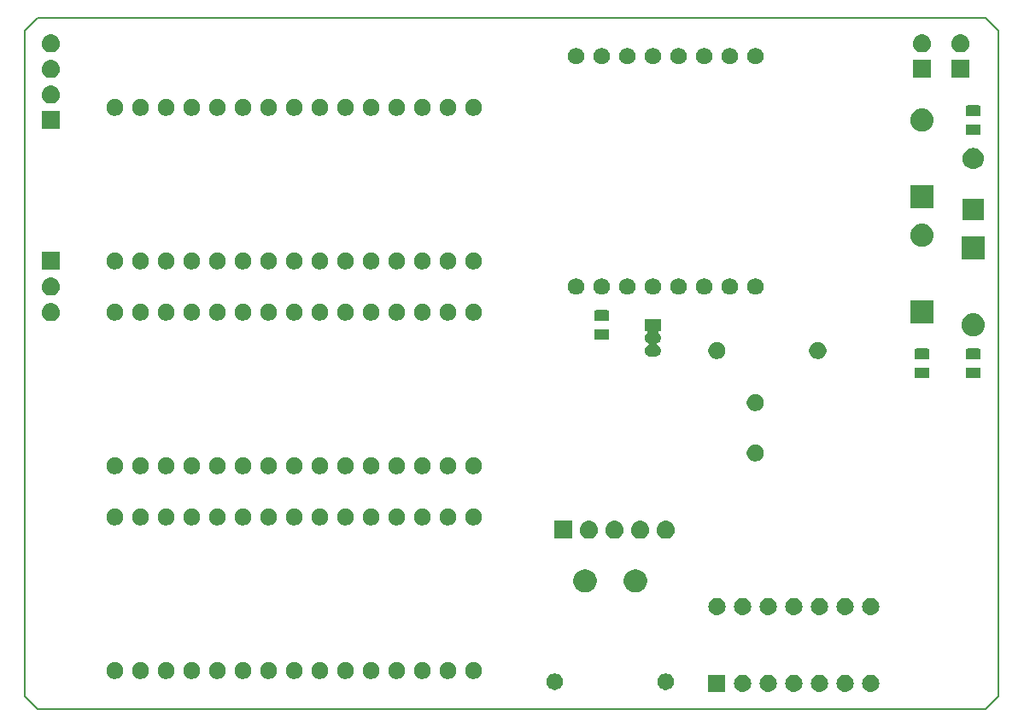
<source format=gts>
G04 #@! TF.GenerationSoftware,KiCad,Pcbnew,6.0.0-rc1-unknown-7c960aa~66~ubuntu18.04.1*
G04 #@! TF.CreationDate,2019-03-05T20:53:04-05:00*
G04 #@! TF.ProjectId,backdash_v1.5,6261636B646173685F76312E352E6B69,rev?*
G04 #@! TF.SameCoordinates,Original*
G04 #@! TF.FileFunction,Soldermask,Top*
G04 #@! TF.FilePolarity,Negative*
%FSLAX46Y46*%
G04 Gerber Fmt 4.6, Leading zero omitted, Abs format (unit mm)*
G04 Created by KiCad (PCBNEW 6.0.0-rc1-unknown-7c960aa~66~ubuntu18.04.1) date Tue 05 Mar 2019 08:53:04 PM EST*
%MOMM*%
%LPD*%
G01*
G04 APERTURE LIST*
%ADD10C,0.150000*%
%ADD11C,0.100000*%
G04 APERTURE END LIST*
D10*
X62230000Y-19050000D02*
X63500000Y-17780000D01*
X62230000Y-85090000D02*
X62230000Y-19050000D01*
X63500000Y-86360000D02*
X62230000Y-85090000D01*
X157480000Y-86360000D02*
X63500000Y-86360000D01*
X158750000Y-85090000D02*
X157480000Y-86360000D01*
X158750000Y-19050000D02*
X158750000Y-85090000D01*
X157480000Y-17780000D02*
X158750000Y-19050000D01*
X63500000Y-17780000D02*
X157480000Y-17780000D01*
D11*
G36*
X146216821Y-82981313D02*
X146216824Y-82981314D01*
X146216825Y-82981314D01*
X146377239Y-83029975D01*
X146377241Y-83029976D01*
X146377244Y-83029977D01*
X146525078Y-83108995D01*
X146654659Y-83215341D01*
X146761005Y-83344922D01*
X146840023Y-83492756D01*
X146888687Y-83653179D01*
X146905117Y-83820000D01*
X146888687Y-83986821D01*
X146840023Y-84147244D01*
X146761005Y-84295078D01*
X146654659Y-84424659D01*
X146525078Y-84531005D01*
X146377244Y-84610023D01*
X146377241Y-84610024D01*
X146377239Y-84610025D01*
X146216825Y-84658686D01*
X146216824Y-84658686D01*
X146216821Y-84658687D01*
X146091804Y-84671000D01*
X146008196Y-84671000D01*
X145883179Y-84658687D01*
X145883176Y-84658686D01*
X145883175Y-84658686D01*
X145722761Y-84610025D01*
X145722759Y-84610024D01*
X145722756Y-84610023D01*
X145574922Y-84531005D01*
X145445341Y-84424659D01*
X145338995Y-84295078D01*
X145259977Y-84147244D01*
X145211313Y-83986821D01*
X145194883Y-83820000D01*
X145211313Y-83653179D01*
X145259977Y-83492756D01*
X145338995Y-83344922D01*
X145445341Y-83215341D01*
X145574922Y-83108995D01*
X145722756Y-83029977D01*
X145722759Y-83029976D01*
X145722761Y-83029975D01*
X145883175Y-82981314D01*
X145883176Y-82981314D01*
X145883179Y-82981313D01*
X146008196Y-82969000D01*
X146091804Y-82969000D01*
X146216821Y-82981313D01*
X146216821Y-82981313D01*
G37*
G36*
X143676821Y-82981313D02*
X143676824Y-82981314D01*
X143676825Y-82981314D01*
X143837239Y-83029975D01*
X143837241Y-83029976D01*
X143837244Y-83029977D01*
X143985078Y-83108995D01*
X144114659Y-83215341D01*
X144221005Y-83344922D01*
X144300023Y-83492756D01*
X144348687Y-83653179D01*
X144365117Y-83820000D01*
X144348687Y-83986821D01*
X144300023Y-84147244D01*
X144221005Y-84295078D01*
X144114659Y-84424659D01*
X143985078Y-84531005D01*
X143837244Y-84610023D01*
X143837241Y-84610024D01*
X143837239Y-84610025D01*
X143676825Y-84658686D01*
X143676824Y-84658686D01*
X143676821Y-84658687D01*
X143551804Y-84671000D01*
X143468196Y-84671000D01*
X143343179Y-84658687D01*
X143343176Y-84658686D01*
X143343175Y-84658686D01*
X143182761Y-84610025D01*
X143182759Y-84610024D01*
X143182756Y-84610023D01*
X143034922Y-84531005D01*
X142905341Y-84424659D01*
X142798995Y-84295078D01*
X142719977Y-84147244D01*
X142671313Y-83986821D01*
X142654883Y-83820000D01*
X142671313Y-83653179D01*
X142719977Y-83492756D01*
X142798995Y-83344922D01*
X142905341Y-83215341D01*
X143034922Y-83108995D01*
X143182756Y-83029977D01*
X143182759Y-83029976D01*
X143182761Y-83029975D01*
X143343175Y-82981314D01*
X143343176Y-82981314D01*
X143343179Y-82981313D01*
X143468196Y-82969000D01*
X143551804Y-82969000D01*
X143676821Y-82981313D01*
X143676821Y-82981313D01*
G37*
G36*
X131661000Y-84671000D02*
X129959000Y-84671000D01*
X129959000Y-82969000D01*
X131661000Y-82969000D01*
X131661000Y-84671000D01*
X131661000Y-84671000D01*
G37*
G36*
X133516821Y-82981313D02*
X133516824Y-82981314D01*
X133516825Y-82981314D01*
X133677239Y-83029975D01*
X133677241Y-83029976D01*
X133677244Y-83029977D01*
X133825078Y-83108995D01*
X133954659Y-83215341D01*
X134061005Y-83344922D01*
X134140023Y-83492756D01*
X134188687Y-83653179D01*
X134205117Y-83820000D01*
X134188687Y-83986821D01*
X134140023Y-84147244D01*
X134061005Y-84295078D01*
X133954659Y-84424659D01*
X133825078Y-84531005D01*
X133677244Y-84610023D01*
X133677241Y-84610024D01*
X133677239Y-84610025D01*
X133516825Y-84658686D01*
X133516824Y-84658686D01*
X133516821Y-84658687D01*
X133391804Y-84671000D01*
X133308196Y-84671000D01*
X133183179Y-84658687D01*
X133183176Y-84658686D01*
X133183175Y-84658686D01*
X133022761Y-84610025D01*
X133022759Y-84610024D01*
X133022756Y-84610023D01*
X132874922Y-84531005D01*
X132745341Y-84424659D01*
X132638995Y-84295078D01*
X132559977Y-84147244D01*
X132511313Y-83986821D01*
X132494883Y-83820000D01*
X132511313Y-83653179D01*
X132559977Y-83492756D01*
X132638995Y-83344922D01*
X132745341Y-83215341D01*
X132874922Y-83108995D01*
X133022756Y-83029977D01*
X133022759Y-83029976D01*
X133022761Y-83029975D01*
X133183175Y-82981314D01*
X133183176Y-82981314D01*
X133183179Y-82981313D01*
X133308196Y-82969000D01*
X133391804Y-82969000D01*
X133516821Y-82981313D01*
X133516821Y-82981313D01*
G37*
G36*
X138596821Y-82981313D02*
X138596824Y-82981314D01*
X138596825Y-82981314D01*
X138757239Y-83029975D01*
X138757241Y-83029976D01*
X138757244Y-83029977D01*
X138905078Y-83108995D01*
X139034659Y-83215341D01*
X139141005Y-83344922D01*
X139220023Y-83492756D01*
X139268687Y-83653179D01*
X139285117Y-83820000D01*
X139268687Y-83986821D01*
X139220023Y-84147244D01*
X139141005Y-84295078D01*
X139034659Y-84424659D01*
X138905078Y-84531005D01*
X138757244Y-84610023D01*
X138757241Y-84610024D01*
X138757239Y-84610025D01*
X138596825Y-84658686D01*
X138596824Y-84658686D01*
X138596821Y-84658687D01*
X138471804Y-84671000D01*
X138388196Y-84671000D01*
X138263179Y-84658687D01*
X138263176Y-84658686D01*
X138263175Y-84658686D01*
X138102761Y-84610025D01*
X138102759Y-84610024D01*
X138102756Y-84610023D01*
X137954922Y-84531005D01*
X137825341Y-84424659D01*
X137718995Y-84295078D01*
X137639977Y-84147244D01*
X137591313Y-83986821D01*
X137574883Y-83820000D01*
X137591313Y-83653179D01*
X137639977Y-83492756D01*
X137718995Y-83344922D01*
X137825341Y-83215341D01*
X137954922Y-83108995D01*
X138102756Y-83029977D01*
X138102759Y-83029976D01*
X138102761Y-83029975D01*
X138263175Y-82981314D01*
X138263176Y-82981314D01*
X138263179Y-82981313D01*
X138388196Y-82969000D01*
X138471804Y-82969000D01*
X138596821Y-82981313D01*
X138596821Y-82981313D01*
G37*
G36*
X141136821Y-82981313D02*
X141136824Y-82981314D01*
X141136825Y-82981314D01*
X141297239Y-83029975D01*
X141297241Y-83029976D01*
X141297244Y-83029977D01*
X141445078Y-83108995D01*
X141574659Y-83215341D01*
X141681005Y-83344922D01*
X141760023Y-83492756D01*
X141808687Y-83653179D01*
X141825117Y-83820000D01*
X141808687Y-83986821D01*
X141760023Y-84147244D01*
X141681005Y-84295078D01*
X141574659Y-84424659D01*
X141445078Y-84531005D01*
X141297244Y-84610023D01*
X141297241Y-84610024D01*
X141297239Y-84610025D01*
X141136825Y-84658686D01*
X141136824Y-84658686D01*
X141136821Y-84658687D01*
X141011804Y-84671000D01*
X140928196Y-84671000D01*
X140803179Y-84658687D01*
X140803176Y-84658686D01*
X140803175Y-84658686D01*
X140642761Y-84610025D01*
X140642759Y-84610024D01*
X140642756Y-84610023D01*
X140494922Y-84531005D01*
X140365341Y-84424659D01*
X140258995Y-84295078D01*
X140179977Y-84147244D01*
X140131313Y-83986821D01*
X140114883Y-83820000D01*
X140131313Y-83653179D01*
X140179977Y-83492756D01*
X140258995Y-83344922D01*
X140365341Y-83215341D01*
X140494922Y-83108995D01*
X140642756Y-83029977D01*
X140642759Y-83029976D01*
X140642761Y-83029975D01*
X140803175Y-82981314D01*
X140803176Y-82981314D01*
X140803179Y-82981313D01*
X140928196Y-82969000D01*
X141011804Y-82969000D01*
X141136821Y-82981313D01*
X141136821Y-82981313D01*
G37*
G36*
X136056821Y-82981313D02*
X136056824Y-82981314D01*
X136056825Y-82981314D01*
X136217239Y-83029975D01*
X136217241Y-83029976D01*
X136217244Y-83029977D01*
X136365078Y-83108995D01*
X136494659Y-83215341D01*
X136601005Y-83344922D01*
X136680023Y-83492756D01*
X136728687Y-83653179D01*
X136745117Y-83820000D01*
X136728687Y-83986821D01*
X136680023Y-84147244D01*
X136601005Y-84295078D01*
X136494659Y-84424659D01*
X136365078Y-84531005D01*
X136217244Y-84610023D01*
X136217241Y-84610024D01*
X136217239Y-84610025D01*
X136056825Y-84658686D01*
X136056824Y-84658686D01*
X136056821Y-84658687D01*
X135931804Y-84671000D01*
X135848196Y-84671000D01*
X135723179Y-84658687D01*
X135723176Y-84658686D01*
X135723175Y-84658686D01*
X135562761Y-84610025D01*
X135562759Y-84610024D01*
X135562756Y-84610023D01*
X135414922Y-84531005D01*
X135285341Y-84424659D01*
X135178995Y-84295078D01*
X135099977Y-84147244D01*
X135051313Y-83986821D01*
X135034883Y-83820000D01*
X135051313Y-83653179D01*
X135099977Y-83492756D01*
X135178995Y-83344922D01*
X135285341Y-83215341D01*
X135414922Y-83108995D01*
X135562756Y-83029977D01*
X135562759Y-83029976D01*
X135562761Y-83029975D01*
X135723175Y-82981314D01*
X135723176Y-82981314D01*
X135723179Y-82981313D01*
X135848196Y-82969000D01*
X135931804Y-82969000D01*
X136056821Y-82981313D01*
X136056821Y-82981313D01*
G37*
G36*
X114967142Y-82878242D02*
X115115102Y-82939530D01*
X115248258Y-83028502D01*
X115361498Y-83141742D01*
X115450470Y-83274898D01*
X115511758Y-83422858D01*
X115543000Y-83579925D01*
X115543000Y-83740075D01*
X115511758Y-83897142D01*
X115464354Y-84011583D01*
X115450471Y-84045100D01*
X115361499Y-84178257D01*
X115248257Y-84291499D01*
X115182130Y-84335683D01*
X115115102Y-84380470D01*
X114967142Y-84441758D01*
X114810075Y-84473000D01*
X114649925Y-84473000D01*
X114492858Y-84441758D01*
X114344898Y-84380470D01*
X114277870Y-84335683D01*
X114211743Y-84291499D01*
X114098501Y-84178257D01*
X114009529Y-84045100D01*
X113995646Y-84011583D01*
X113948242Y-83897142D01*
X113917000Y-83740075D01*
X113917000Y-83579925D01*
X113948242Y-83422858D01*
X114009530Y-83274898D01*
X114098502Y-83141742D01*
X114211742Y-83028502D01*
X114344898Y-82939530D01*
X114492858Y-82878242D01*
X114649925Y-82847000D01*
X114810075Y-82847000D01*
X114967142Y-82878242D01*
X114967142Y-82878242D01*
G37*
G36*
X125967142Y-82878242D02*
X126115102Y-82939530D01*
X126248258Y-83028502D01*
X126361498Y-83141742D01*
X126450470Y-83274898D01*
X126511758Y-83422858D01*
X126543000Y-83579925D01*
X126543000Y-83740075D01*
X126511758Y-83897142D01*
X126464354Y-84011583D01*
X126450471Y-84045100D01*
X126361499Y-84178257D01*
X126248257Y-84291499D01*
X126182130Y-84335683D01*
X126115102Y-84380470D01*
X125967142Y-84441758D01*
X125810075Y-84473000D01*
X125649925Y-84473000D01*
X125492858Y-84441758D01*
X125344898Y-84380470D01*
X125277870Y-84335683D01*
X125211743Y-84291499D01*
X125098501Y-84178257D01*
X125009529Y-84045100D01*
X124995646Y-84011583D01*
X124948242Y-83897142D01*
X124917000Y-83740075D01*
X124917000Y-83579925D01*
X124948242Y-83422858D01*
X125009530Y-83274898D01*
X125098502Y-83141742D01*
X125211742Y-83028502D01*
X125344898Y-82939530D01*
X125492858Y-82878242D01*
X125649925Y-82847000D01*
X125810075Y-82847000D01*
X125967142Y-82878242D01*
X125967142Y-82878242D01*
G37*
G36*
X86550560Y-81733079D02*
X86604552Y-81743819D01*
X86757131Y-81807019D01*
X86894449Y-81898772D01*
X87011228Y-82015551D01*
X87102981Y-82152869D01*
X87166181Y-82305448D01*
X87198400Y-82467425D01*
X87198400Y-82632575D01*
X87166181Y-82794552D01*
X87102981Y-82947131D01*
X87011228Y-83084449D01*
X86894449Y-83201228D01*
X86757131Y-83292981D01*
X86604552Y-83356181D01*
X86550560Y-83366921D01*
X86442577Y-83388400D01*
X86277423Y-83388400D01*
X86169440Y-83366921D01*
X86115448Y-83356181D01*
X85962869Y-83292981D01*
X85825551Y-83201228D01*
X85708772Y-83084449D01*
X85617019Y-82947131D01*
X85553819Y-82794552D01*
X85521600Y-82632575D01*
X85521600Y-82467425D01*
X85553819Y-82305448D01*
X85617019Y-82152869D01*
X85708772Y-82015551D01*
X85825551Y-81898772D01*
X85962869Y-81807019D01*
X86115448Y-81743819D01*
X86169440Y-81733079D01*
X86277423Y-81711600D01*
X86442577Y-81711600D01*
X86550560Y-81733079D01*
X86550560Y-81733079D01*
G37*
G36*
X106870560Y-81733079D02*
X106924552Y-81743819D01*
X107077131Y-81807019D01*
X107214449Y-81898772D01*
X107331228Y-82015551D01*
X107422981Y-82152869D01*
X107486181Y-82305448D01*
X107518400Y-82467425D01*
X107518400Y-82632575D01*
X107486181Y-82794552D01*
X107422981Y-82947131D01*
X107331228Y-83084449D01*
X107214449Y-83201228D01*
X107077131Y-83292981D01*
X106924552Y-83356181D01*
X106870560Y-83366921D01*
X106762577Y-83388400D01*
X106597423Y-83388400D01*
X106489440Y-83366921D01*
X106435448Y-83356181D01*
X106282869Y-83292981D01*
X106145551Y-83201228D01*
X106028772Y-83084449D01*
X105937019Y-82947131D01*
X105873819Y-82794552D01*
X105841600Y-82632575D01*
X105841600Y-82467425D01*
X105873819Y-82305448D01*
X105937019Y-82152869D01*
X106028772Y-82015551D01*
X106145551Y-81898772D01*
X106282869Y-81807019D01*
X106435448Y-81743819D01*
X106489440Y-81733079D01*
X106597423Y-81711600D01*
X106762577Y-81711600D01*
X106870560Y-81733079D01*
X106870560Y-81733079D01*
G37*
G36*
X71310560Y-81733079D02*
X71364552Y-81743819D01*
X71517131Y-81807019D01*
X71654449Y-81898772D01*
X71771228Y-82015551D01*
X71862981Y-82152869D01*
X71926181Y-82305448D01*
X71958400Y-82467425D01*
X71958400Y-82632575D01*
X71926181Y-82794552D01*
X71862981Y-82947131D01*
X71771228Y-83084449D01*
X71654449Y-83201228D01*
X71517131Y-83292981D01*
X71364552Y-83356181D01*
X71310560Y-83366921D01*
X71202577Y-83388400D01*
X71037423Y-83388400D01*
X70929440Y-83366921D01*
X70875448Y-83356181D01*
X70722869Y-83292981D01*
X70585551Y-83201228D01*
X70468772Y-83084449D01*
X70377019Y-82947131D01*
X70313819Y-82794552D01*
X70281600Y-82632575D01*
X70281600Y-82467425D01*
X70313819Y-82305448D01*
X70377019Y-82152869D01*
X70468772Y-82015551D01*
X70585551Y-81898772D01*
X70722869Y-81807019D01*
X70875448Y-81743819D01*
X70929440Y-81733079D01*
X71037423Y-81711600D01*
X71202577Y-81711600D01*
X71310560Y-81733079D01*
X71310560Y-81733079D01*
G37*
G36*
X73850560Y-81733079D02*
X73904552Y-81743819D01*
X74057131Y-81807019D01*
X74194449Y-81898772D01*
X74311228Y-82015551D01*
X74402981Y-82152869D01*
X74466181Y-82305448D01*
X74498400Y-82467425D01*
X74498400Y-82632575D01*
X74466181Y-82794552D01*
X74402981Y-82947131D01*
X74311228Y-83084449D01*
X74194449Y-83201228D01*
X74057131Y-83292981D01*
X73904552Y-83356181D01*
X73850560Y-83366921D01*
X73742577Y-83388400D01*
X73577423Y-83388400D01*
X73469440Y-83366921D01*
X73415448Y-83356181D01*
X73262869Y-83292981D01*
X73125551Y-83201228D01*
X73008772Y-83084449D01*
X72917019Y-82947131D01*
X72853819Y-82794552D01*
X72821600Y-82632575D01*
X72821600Y-82467425D01*
X72853819Y-82305448D01*
X72917019Y-82152869D01*
X73008772Y-82015551D01*
X73125551Y-81898772D01*
X73262869Y-81807019D01*
X73415448Y-81743819D01*
X73469440Y-81733079D01*
X73577423Y-81711600D01*
X73742577Y-81711600D01*
X73850560Y-81733079D01*
X73850560Y-81733079D01*
G37*
G36*
X76390560Y-81733079D02*
X76444552Y-81743819D01*
X76597131Y-81807019D01*
X76734449Y-81898772D01*
X76851228Y-82015551D01*
X76942981Y-82152869D01*
X77006181Y-82305448D01*
X77038400Y-82467425D01*
X77038400Y-82632575D01*
X77006181Y-82794552D01*
X76942981Y-82947131D01*
X76851228Y-83084449D01*
X76734449Y-83201228D01*
X76597131Y-83292981D01*
X76444552Y-83356181D01*
X76390560Y-83366921D01*
X76282577Y-83388400D01*
X76117423Y-83388400D01*
X76009440Y-83366921D01*
X75955448Y-83356181D01*
X75802869Y-83292981D01*
X75665551Y-83201228D01*
X75548772Y-83084449D01*
X75457019Y-82947131D01*
X75393819Y-82794552D01*
X75361600Y-82632575D01*
X75361600Y-82467425D01*
X75393819Y-82305448D01*
X75457019Y-82152869D01*
X75548772Y-82015551D01*
X75665551Y-81898772D01*
X75802869Y-81807019D01*
X75955448Y-81743819D01*
X76009440Y-81733079D01*
X76117423Y-81711600D01*
X76282577Y-81711600D01*
X76390560Y-81733079D01*
X76390560Y-81733079D01*
G37*
G36*
X78930560Y-81733079D02*
X78984552Y-81743819D01*
X79137131Y-81807019D01*
X79274449Y-81898772D01*
X79391228Y-82015551D01*
X79482981Y-82152869D01*
X79546181Y-82305448D01*
X79578400Y-82467425D01*
X79578400Y-82632575D01*
X79546181Y-82794552D01*
X79482981Y-82947131D01*
X79391228Y-83084449D01*
X79274449Y-83201228D01*
X79137131Y-83292981D01*
X78984552Y-83356181D01*
X78930560Y-83366921D01*
X78822577Y-83388400D01*
X78657423Y-83388400D01*
X78549440Y-83366921D01*
X78495448Y-83356181D01*
X78342869Y-83292981D01*
X78205551Y-83201228D01*
X78088772Y-83084449D01*
X77997019Y-82947131D01*
X77933819Y-82794552D01*
X77901600Y-82632575D01*
X77901600Y-82467425D01*
X77933819Y-82305448D01*
X77997019Y-82152869D01*
X78088772Y-82015551D01*
X78205551Y-81898772D01*
X78342869Y-81807019D01*
X78495448Y-81743819D01*
X78549440Y-81733079D01*
X78657423Y-81711600D01*
X78822577Y-81711600D01*
X78930560Y-81733079D01*
X78930560Y-81733079D01*
G37*
G36*
X81470560Y-81733079D02*
X81524552Y-81743819D01*
X81677131Y-81807019D01*
X81814449Y-81898772D01*
X81931228Y-82015551D01*
X82022981Y-82152869D01*
X82086181Y-82305448D01*
X82118400Y-82467425D01*
X82118400Y-82632575D01*
X82086181Y-82794552D01*
X82022981Y-82947131D01*
X81931228Y-83084449D01*
X81814449Y-83201228D01*
X81677131Y-83292981D01*
X81524552Y-83356181D01*
X81470560Y-83366921D01*
X81362577Y-83388400D01*
X81197423Y-83388400D01*
X81089440Y-83366921D01*
X81035448Y-83356181D01*
X80882869Y-83292981D01*
X80745551Y-83201228D01*
X80628772Y-83084449D01*
X80537019Y-82947131D01*
X80473819Y-82794552D01*
X80441600Y-82632575D01*
X80441600Y-82467425D01*
X80473819Y-82305448D01*
X80537019Y-82152869D01*
X80628772Y-82015551D01*
X80745551Y-81898772D01*
X80882869Y-81807019D01*
X81035448Y-81743819D01*
X81089440Y-81733079D01*
X81197423Y-81711600D01*
X81362577Y-81711600D01*
X81470560Y-81733079D01*
X81470560Y-81733079D01*
G37*
G36*
X84010560Y-81733079D02*
X84064552Y-81743819D01*
X84217131Y-81807019D01*
X84354449Y-81898772D01*
X84471228Y-82015551D01*
X84562981Y-82152869D01*
X84626181Y-82305448D01*
X84658400Y-82467425D01*
X84658400Y-82632575D01*
X84626181Y-82794552D01*
X84562981Y-82947131D01*
X84471228Y-83084449D01*
X84354449Y-83201228D01*
X84217131Y-83292981D01*
X84064552Y-83356181D01*
X84010560Y-83366921D01*
X83902577Y-83388400D01*
X83737423Y-83388400D01*
X83629440Y-83366921D01*
X83575448Y-83356181D01*
X83422869Y-83292981D01*
X83285551Y-83201228D01*
X83168772Y-83084449D01*
X83077019Y-82947131D01*
X83013819Y-82794552D01*
X82981600Y-82632575D01*
X82981600Y-82467425D01*
X83013819Y-82305448D01*
X83077019Y-82152869D01*
X83168772Y-82015551D01*
X83285551Y-81898772D01*
X83422869Y-81807019D01*
X83575448Y-81743819D01*
X83629440Y-81733079D01*
X83737423Y-81711600D01*
X83902577Y-81711600D01*
X84010560Y-81733079D01*
X84010560Y-81733079D01*
G37*
G36*
X89090560Y-81733079D02*
X89144552Y-81743819D01*
X89297131Y-81807019D01*
X89434449Y-81898772D01*
X89551228Y-82015551D01*
X89642981Y-82152869D01*
X89706181Y-82305448D01*
X89738400Y-82467425D01*
X89738400Y-82632575D01*
X89706181Y-82794552D01*
X89642981Y-82947131D01*
X89551228Y-83084449D01*
X89434449Y-83201228D01*
X89297131Y-83292981D01*
X89144552Y-83356181D01*
X89090560Y-83366921D01*
X88982577Y-83388400D01*
X88817423Y-83388400D01*
X88709440Y-83366921D01*
X88655448Y-83356181D01*
X88502869Y-83292981D01*
X88365551Y-83201228D01*
X88248772Y-83084449D01*
X88157019Y-82947131D01*
X88093819Y-82794552D01*
X88061600Y-82632575D01*
X88061600Y-82467425D01*
X88093819Y-82305448D01*
X88157019Y-82152869D01*
X88248772Y-82015551D01*
X88365551Y-81898772D01*
X88502869Y-81807019D01*
X88655448Y-81743819D01*
X88709440Y-81733079D01*
X88817423Y-81711600D01*
X88982577Y-81711600D01*
X89090560Y-81733079D01*
X89090560Y-81733079D01*
G37*
G36*
X91630560Y-81733079D02*
X91684552Y-81743819D01*
X91837131Y-81807019D01*
X91974449Y-81898772D01*
X92091228Y-82015551D01*
X92182981Y-82152869D01*
X92246181Y-82305448D01*
X92278400Y-82467425D01*
X92278400Y-82632575D01*
X92246181Y-82794552D01*
X92182981Y-82947131D01*
X92091228Y-83084449D01*
X91974449Y-83201228D01*
X91837131Y-83292981D01*
X91684552Y-83356181D01*
X91630560Y-83366921D01*
X91522577Y-83388400D01*
X91357423Y-83388400D01*
X91249440Y-83366921D01*
X91195448Y-83356181D01*
X91042869Y-83292981D01*
X90905551Y-83201228D01*
X90788772Y-83084449D01*
X90697019Y-82947131D01*
X90633819Y-82794552D01*
X90601600Y-82632575D01*
X90601600Y-82467425D01*
X90633819Y-82305448D01*
X90697019Y-82152869D01*
X90788772Y-82015551D01*
X90905551Y-81898772D01*
X91042869Y-81807019D01*
X91195448Y-81743819D01*
X91249440Y-81733079D01*
X91357423Y-81711600D01*
X91522577Y-81711600D01*
X91630560Y-81733079D01*
X91630560Y-81733079D01*
G37*
G36*
X94170560Y-81733079D02*
X94224552Y-81743819D01*
X94377131Y-81807019D01*
X94514449Y-81898772D01*
X94631228Y-82015551D01*
X94722981Y-82152869D01*
X94786181Y-82305448D01*
X94818400Y-82467425D01*
X94818400Y-82632575D01*
X94786181Y-82794552D01*
X94722981Y-82947131D01*
X94631228Y-83084449D01*
X94514449Y-83201228D01*
X94377131Y-83292981D01*
X94224552Y-83356181D01*
X94170560Y-83366921D01*
X94062577Y-83388400D01*
X93897423Y-83388400D01*
X93789440Y-83366921D01*
X93735448Y-83356181D01*
X93582869Y-83292981D01*
X93445551Y-83201228D01*
X93328772Y-83084449D01*
X93237019Y-82947131D01*
X93173819Y-82794552D01*
X93141600Y-82632575D01*
X93141600Y-82467425D01*
X93173819Y-82305448D01*
X93237019Y-82152869D01*
X93328772Y-82015551D01*
X93445551Y-81898772D01*
X93582869Y-81807019D01*
X93735448Y-81743819D01*
X93789440Y-81733079D01*
X93897423Y-81711600D01*
X94062577Y-81711600D01*
X94170560Y-81733079D01*
X94170560Y-81733079D01*
G37*
G36*
X96710560Y-81733079D02*
X96764552Y-81743819D01*
X96917131Y-81807019D01*
X97054449Y-81898772D01*
X97171228Y-82015551D01*
X97262981Y-82152869D01*
X97326181Y-82305448D01*
X97358400Y-82467425D01*
X97358400Y-82632575D01*
X97326181Y-82794552D01*
X97262981Y-82947131D01*
X97171228Y-83084449D01*
X97054449Y-83201228D01*
X96917131Y-83292981D01*
X96764552Y-83356181D01*
X96710560Y-83366921D01*
X96602577Y-83388400D01*
X96437423Y-83388400D01*
X96329440Y-83366921D01*
X96275448Y-83356181D01*
X96122869Y-83292981D01*
X95985551Y-83201228D01*
X95868772Y-83084449D01*
X95777019Y-82947131D01*
X95713819Y-82794552D01*
X95681600Y-82632575D01*
X95681600Y-82467425D01*
X95713819Y-82305448D01*
X95777019Y-82152869D01*
X95868772Y-82015551D01*
X95985551Y-81898772D01*
X96122869Y-81807019D01*
X96275448Y-81743819D01*
X96329440Y-81733079D01*
X96437423Y-81711600D01*
X96602577Y-81711600D01*
X96710560Y-81733079D01*
X96710560Y-81733079D01*
G37*
G36*
X99250560Y-81733079D02*
X99304552Y-81743819D01*
X99457131Y-81807019D01*
X99594449Y-81898772D01*
X99711228Y-82015551D01*
X99802981Y-82152869D01*
X99866181Y-82305448D01*
X99898400Y-82467425D01*
X99898400Y-82632575D01*
X99866181Y-82794552D01*
X99802981Y-82947131D01*
X99711228Y-83084449D01*
X99594449Y-83201228D01*
X99457131Y-83292981D01*
X99304552Y-83356181D01*
X99250560Y-83366921D01*
X99142577Y-83388400D01*
X98977423Y-83388400D01*
X98869440Y-83366921D01*
X98815448Y-83356181D01*
X98662869Y-83292981D01*
X98525551Y-83201228D01*
X98408772Y-83084449D01*
X98317019Y-82947131D01*
X98253819Y-82794552D01*
X98221600Y-82632575D01*
X98221600Y-82467425D01*
X98253819Y-82305448D01*
X98317019Y-82152869D01*
X98408772Y-82015551D01*
X98525551Y-81898772D01*
X98662869Y-81807019D01*
X98815448Y-81743819D01*
X98869440Y-81733079D01*
X98977423Y-81711600D01*
X99142577Y-81711600D01*
X99250560Y-81733079D01*
X99250560Y-81733079D01*
G37*
G36*
X104330560Y-81733079D02*
X104384552Y-81743819D01*
X104537131Y-81807019D01*
X104674449Y-81898772D01*
X104791228Y-82015551D01*
X104882981Y-82152869D01*
X104946181Y-82305448D01*
X104978400Y-82467425D01*
X104978400Y-82632575D01*
X104946181Y-82794552D01*
X104882981Y-82947131D01*
X104791228Y-83084449D01*
X104674449Y-83201228D01*
X104537131Y-83292981D01*
X104384552Y-83356181D01*
X104330560Y-83366921D01*
X104222577Y-83388400D01*
X104057423Y-83388400D01*
X103949440Y-83366921D01*
X103895448Y-83356181D01*
X103742869Y-83292981D01*
X103605551Y-83201228D01*
X103488772Y-83084449D01*
X103397019Y-82947131D01*
X103333819Y-82794552D01*
X103301600Y-82632575D01*
X103301600Y-82467425D01*
X103333819Y-82305448D01*
X103397019Y-82152869D01*
X103488772Y-82015551D01*
X103605551Y-81898772D01*
X103742869Y-81807019D01*
X103895448Y-81743819D01*
X103949440Y-81733079D01*
X104057423Y-81711600D01*
X104222577Y-81711600D01*
X104330560Y-81733079D01*
X104330560Y-81733079D01*
G37*
G36*
X101790560Y-81733079D02*
X101844552Y-81743819D01*
X101997131Y-81807019D01*
X102134449Y-81898772D01*
X102251228Y-82015551D01*
X102342981Y-82152869D01*
X102406181Y-82305448D01*
X102438400Y-82467425D01*
X102438400Y-82632575D01*
X102406181Y-82794552D01*
X102342981Y-82947131D01*
X102251228Y-83084449D01*
X102134449Y-83201228D01*
X101997131Y-83292981D01*
X101844552Y-83356181D01*
X101790560Y-83366921D01*
X101682577Y-83388400D01*
X101517423Y-83388400D01*
X101409440Y-83366921D01*
X101355448Y-83356181D01*
X101202869Y-83292981D01*
X101065551Y-83201228D01*
X100948772Y-83084449D01*
X100857019Y-82947131D01*
X100793819Y-82794552D01*
X100761600Y-82632575D01*
X100761600Y-82467425D01*
X100793819Y-82305448D01*
X100857019Y-82152869D01*
X100948772Y-82015551D01*
X101065551Y-81898772D01*
X101202869Y-81807019D01*
X101355448Y-81743819D01*
X101409440Y-81733079D01*
X101517423Y-81711600D01*
X101682577Y-81711600D01*
X101790560Y-81733079D01*
X101790560Y-81733079D01*
G37*
G36*
X146216821Y-75361313D02*
X146216824Y-75361314D01*
X146216825Y-75361314D01*
X146377239Y-75409975D01*
X146377241Y-75409976D01*
X146377244Y-75409977D01*
X146525078Y-75488995D01*
X146654659Y-75595341D01*
X146761005Y-75724922D01*
X146840023Y-75872756D01*
X146888687Y-76033179D01*
X146905117Y-76200000D01*
X146888687Y-76366821D01*
X146840023Y-76527244D01*
X146761005Y-76675078D01*
X146654659Y-76804659D01*
X146525078Y-76911005D01*
X146377244Y-76990023D01*
X146377241Y-76990024D01*
X146377239Y-76990025D01*
X146216825Y-77038686D01*
X146216824Y-77038686D01*
X146216821Y-77038687D01*
X146091804Y-77051000D01*
X146008196Y-77051000D01*
X145883179Y-77038687D01*
X145883176Y-77038686D01*
X145883175Y-77038686D01*
X145722761Y-76990025D01*
X145722759Y-76990024D01*
X145722756Y-76990023D01*
X145574922Y-76911005D01*
X145445341Y-76804659D01*
X145338995Y-76675078D01*
X145259977Y-76527244D01*
X145211313Y-76366821D01*
X145194883Y-76200000D01*
X145211313Y-76033179D01*
X145259977Y-75872756D01*
X145338995Y-75724922D01*
X145445341Y-75595341D01*
X145574922Y-75488995D01*
X145722756Y-75409977D01*
X145722759Y-75409976D01*
X145722761Y-75409975D01*
X145883175Y-75361314D01*
X145883176Y-75361314D01*
X145883179Y-75361313D01*
X146008196Y-75349000D01*
X146091804Y-75349000D01*
X146216821Y-75361313D01*
X146216821Y-75361313D01*
G37*
G36*
X141136821Y-75361313D02*
X141136824Y-75361314D01*
X141136825Y-75361314D01*
X141297239Y-75409975D01*
X141297241Y-75409976D01*
X141297244Y-75409977D01*
X141445078Y-75488995D01*
X141574659Y-75595341D01*
X141681005Y-75724922D01*
X141760023Y-75872756D01*
X141808687Y-76033179D01*
X141825117Y-76200000D01*
X141808687Y-76366821D01*
X141760023Y-76527244D01*
X141681005Y-76675078D01*
X141574659Y-76804659D01*
X141445078Y-76911005D01*
X141297244Y-76990023D01*
X141297241Y-76990024D01*
X141297239Y-76990025D01*
X141136825Y-77038686D01*
X141136824Y-77038686D01*
X141136821Y-77038687D01*
X141011804Y-77051000D01*
X140928196Y-77051000D01*
X140803179Y-77038687D01*
X140803176Y-77038686D01*
X140803175Y-77038686D01*
X140642761Y-76990025D01*
X140642759Y-76990024D01*
X140642756Y-76990023D01*
X140494922Y-76911005D01*
X140365341Y-76804659D01*
X140258995Y-76675078D01*
X140179977Y-76527244D01*
X140131313Y-76366821D01*
X140114883Y-76200000D01*
X140131313Y-76033179D01*
X140179977Y-75872756D01*
X140258995Y-75724922D01*
X140365341Y-75595341D01*
X140494922Y-75488995D01*
X140642756Y-75409977D01*
X140642759Y-75409976D01*
X140642761Y-75409975D01*
X140803175Y-75361314D01*
X140803176Y-75361314D01*
X140803179Y-75361313D01*
X140928196Y-75349000D01*
X141011804Y-75349000D01*
X141136821Y-75361313D01*
X141136821Y-75361313D01*
G37*
G36*
X138596821Y-75361313D02*
X138596824Y-75361314D01*
X138596825Y-75361314D01*
X138757239Y-75409975D01*
X138757241Y-75409976D01*
X138757244Y-75409977D01*
X138905078Y-75488995D01*
X139034659Y-75595341D01*
X139141005Y-75724922D01*
X139220023Y-75872756D01*
X139268687Y-76033179D01*
X139285117Y-76200000D01*
X139268687Y-76366821D01*
X139220023Y-76527244D01*
X139141005Y-76675078D01*
X139034659Y-76804659D01*
X138905078Y-76911005D01*
X138757244Y-76990023D01*
X138757241Y-76990024D01*
X138757239Y-76990025D01*
X138596825Y-77038686D01*
X138596824Y-77038686D01*
X138596821Y-77038687D01*
X138471804Y-77051000D01*
X138388196Y-77051000D01*
X138263179Y-77038687D01*
X138263176Y-77038686D01*
X138263175Y-77038686D01*
X138102761Y-76990025D01*
X138102759Y-76990024D01*
X138102756Y-76990023D01*
X137954922Y-76911005D01*
X137825341Y-76804659D01*
X137718995Y-76675078D01*
X137639977Y-76527244D01*
X137591313Y-76366821D01*
X137574883Y-76200000D01*
X137591313Y-76033179D01*
X137639977Y-75872756D01*
X137718995Y-75724922D01*
X137825341Y-75595341D01*
X137954922Y-75488995D01*
X138102756Y-75409977D01*
X138102759Y-75409976D01*
X138102761Y-75409975D01*
X138263175Y-75361314D01*
X138263176Y-75361314D01*
X138263179Y-75361313D01*
X138388196Y-75349000D01*
X138471804Y-75349000D01*
X138596821Y-75361313D01*
X138596821Y-75361313D01*
G37*
G36*
X136056821Y-75361313D02*
X136056824Y-75361314D01*
X136056825Y-75361314D01*
X136217239Y-75409975D01*
X136217241Y-75409976D01*
X136217244Y-75409977D01*
X136365078Y-75488995D01*
X136494659Y-75595341D01*
X136601005Y-75724922D01*
X136680023Y-75872756D01*
X136728687Y-76033179D01*
X136745117Y-76200000D01*
X136728687Y-76366821D01*
X136680023Y-76527244D01*
X136601005Y-76675078D01*
X136494659Y-76804659D01*
X136365078Y-76911005D01*
X136217244Y-76990023D01*
X136217241Y-76990024D01*
X136217239Y-76990025D01*
X136056825Y-77038686D01*
X136056824Y-77038686D01*
X136056821Y-77038687D01*
X135931804Y-77051000D01*
X135848196Y-77051000D01*
X135723179Y-77038687D01*
X135723176Y-77038686D01*
X135723175Y-77038686D01*
X135562761Y-76990025D01*
X135562759Y-76990024D01*
X135562756Y-76990023D01*
X135414922Y-76911005D01*
X135285341Y-76804659D01*
X135178995Y-76675078D01*
X135099977Y-76527244D01*
X135051313Y-76366821D01*
X135034883Y-76200000D01*
X135051313Y-76033179D01*
X135099977Y-75872756D01*
X135178995Y-75724922D01*
X135285341Y-75595341D01*
X135414922Y-75488995D01*
X135562756Y-75409977D01*
X135562759Y-75409976D01*
X135562761Y-75409975D01*
X135723175Y-75361314D01*
X135723176Y-75361314D01*
X135723179Y-75361313D01*
X135848196Y-75349000D01*
X135931804Y-75349000D01*
X136056821Y-75361313D01*
X136056821Y-75361313D01*
G37*
G36*
X143676821Y-75361313D02*
X143676824Y-75361314D01*
X143676825Y-75361314D01*
X143837239Y-75409975D01*
X143837241Y-75409976D01*
X143837244Y-75409977D01*
X143985078Y-75488995D01*
X144114659Y-75595341D01*
X144221005Y-75724922D01*
X144300023Y-75872756D01*
X144348687Y-76033179D01*
X144365117Y-76200000D01*
X144348687Y-76366821D01*
X144300023Y-76527244D01*
X144221005Y-76675078D01*
X144114659Y-76804659D01*
X143985078Y-76911005D01*
X143837244Y-76990023D01*
X143837241Y-76990024D01*
X143837239Y-76990025D01*
X143676825Y-77038686D01*
X143676824Y-77038686D01*
X143676821Y-77038687D01*
X143551804Y-77051000D01*
X143468196Y-77051000D01*
X143343179Y-77038687D01*
X143343176Y-77038686D01*
X143343175Y-77038686D01*
X143182761Y-76990025D01*
X143182759Y-76990024D01*
X143182756Y-76990023D01*
X143034922Y-76911005D01*
X142905341Y-76804659D01*
X142798995Y-76675078D01*
X142719977Y-76527244D01*
X142671313Y-76366821D01*
X142654883Y-76200000D01*
X142671313Y-76033179D01*
X142719977Y-75872756D01*
X142798995Y-75724922D01*
X142905341Y-75595341D01*
X143034922Y-75488995D01*
X143182756Y-75409977D01*
X143182759Y-75409976D01*
X143182761Y-75409975D01*
X143343175Y-75361314D01*
X143343176Y-75361314D01*
X143343179Y-75361313D01*
X143468196Y-75349000D01*
X143551804Y-75349000D01*
X143676821Y-75361313D01*
X143676821Y-75361313D01*
G37*
G36*
X133516821Y-75361313D02*
X133516824Y-75361314D01*
X133516825Y-75361314D01*
X133677239Y-75409975D01*
X133677241Y-75409976D01*
X133677244Y-75409977D01*
X133825078Y-75488995D01*
X133954659Y-75595341D01*
X134061005Y-75724922D01*
X134140023Y-75872756D01*
X134188687Y-76033179D01*
X134205117Y-76200000D01*
X134188687Y-76366821D01*
X134140023Y-76527244D01*
X134061005Y-76675078D01*
X133954659Y-76804659D01*
X133825078Y-76911005D01*
X133677244Y-76990023D01*
X133677241Y-76990024D01*
X133677239Y-76990025D01*
X133516825Y-77038686D01*
X133516824Y-77038686D01*
X133516821Y-77038687D01*
X133391804Y-77051000D01*
X133308196Y-77051000D01*
X133183179Y-77038687D01*
X133183176Y-77038686D01*
X133183175Y-77038686D01*
X133022761Y-76990025D01*
X133022759Y-76990024D01*
X133022756Y-76990023D01*
X132874922Y-76911005D01*
X132745341Y-76804659D01*
X132638995Y-76675078D01*
X132559977Y-76527244D01*
X132511313Y-76366821D01*
X132494883Y-76200000D01*
X132511313Y-76033179D01*
X132559977Y-75872756D01*
X132638995Y-75724922D01*
X132745341Y-75595341D01*
X132874922Y-75488995D01*
X133022756Y-75409977D01*
X133022759Y-75409976D01*
X133022761Y-75409975D01*
X133183175Y-75361314D01*
X133183176Y-75361314D01*
X133183179Y-75361313D01*
X133308196Y-75349000D01*
X133391804Y-75349000D01*
X133516821Y-75361313D01*
X133516821Y-75361313D01*
G37*
G36*
X130976821Y-75361313D02*
X130976824Y-75361314D01*
X130976825Y-75361314D01*
X131137239Y-75409975D01*
X131137241Y-75409976D01*
X131137244Y-75409977D01*
X131285078Y-75488995D01*
X131414659Y-75595341D01*
X131521005Y-75724922D01*
X131600023Y-75872756D01*
X131648687Y-76033179D01*
X131665117Y-76200000D01*
X131648687Y-76366821D01*
X131600023Y-76527244D01*
X131521005Y-76675078D01*
X131414659Y-76804659D01*
X131285078Y-76911005D01*
X131137244Y-76990023D01*
X131137241Y-76990024D01*
X131137239Y-76990025D01*
X130976825Y-77038686D01*
X130976824Y-77038686D01*
X130976821Y-77038687D01*
X130851804Y-77051000D01*
X130768196Y-77051000D01*
X130643179Y-77038687D01*
X130643176Y-77038686D01*
X130643175Y-77038686D01*
X130482761Y-76990025D01*
X130482759Y-76990024D01*
X130482756Y-76990023D01*
X130334922Y-76911005D01*
X130205341Y-76804659D01*
X130098995Y-76675078D01*
X130019977Y-76527244D01*
X129971313Y-76366821D01*
X129954883Y-76200000D01*
X129971313Y-76033179D01*
X130019977Y-75872756D01*
X130098995Y-75724922D01*
X130205341Y-75595341D01*
X130334922Y-75488995D01*
X130482756Y-75409977D01*
X130482759Y-75409976D01*
X130482761Y-75409975D01*
X130643175Y-75361314D01*
X130643176Y-75361314D01*
X130643179Y-75361313D01*
X130768196Y-75349000D01*
X130851804Y-75349000D01*
X130976821Y-75361313D01*
X130976821Y-75361313D01*
G37*
G36*
X118065734Y-72553232D02*
X118275202Y-72639996D01*
X118463723Y-72765962D01*
X118624038Y-72926277D01*
X118750004Y-73114798D01*
X118836768Y-73324266D01*
X118881000Y-73546635D01*
X118881000Y-73773365D01*
X118836768Y-73995734D01*
X118750004Y-74205202D01*
X118624038Y-74393723D01*
X118463723Y-74554038D01*
X118275202Y-74680004D01*
X118065734Y-74766768D01*
X117843365Y-74811000D01*
X117616635Y-74811000D01*
X117394266Y-74766768D01*
X117184798Y-74680004D01*
X116996277Y-74554038D01*
X116835962Y-74393723D01*
X116709996Y-74205202D01*
X116623232Y-73995734D01*
X116579000Y-73773365D01*
X116579000Y-73546635D01*
X116623232Y-73324266D01*
X116709996Y-73114798D01*
X116835962Y-72926277D01*
X116996277Y-72765962D01*
X117184798Y-72639996D01*
X117394266Y-72553232D01*
X117616635Y-72509000D01*
X117843365Y-72509000D01*
X118065734Y-72553232D01*
X118065734Y-72553232D01*
G37*
G36*
X123065734Y-72553232D02*
X123275202Y-72639996D01*
X123463723Y-72765962D01*
X123624038Y-72926277D01*
X123750004Y-73114798D01*
X123836768Y-73324266D01*
X123881000Y-73546635D01*
X123881000Y-73773365D01*
X123836768Y-73995734D01*
X123750004Y-74205202D01*
X123624038Y-74393723D01*
X123463723Y-74554038D01*
X123275202Y-74680004D01*
X123065734Y-74766768D01*
X122843365Y-74811000D01*
X122616635Y-74811000D01*
X122394266Y-74766768D01*
X122184798Y-74680004D01*
X121996277Y-74554038D01*
X121835962Y-74393723D01*
X121709996Y-74205202D01*
X121623232Y-73995734D01*
X121579000Y-73773365D01*
X121579000Y-73546635D01*
X121623232Y-73324266D01*
X121709996Y-73114798D01*
X121835962Y-72926277D01*
X121996277Y-72765962D01*
X122184798Y-72639996D01*
X122394266Y-72553232D01*
X122616635Y-72509000D01*
X122843365Y-72509000D01*
X123065734Y-72553232D01*
X123065734Y-72553232D01*
G37*
G36*
X116471000Y-69481000D02*
X114669000Y-69481000D01*
X114669000Y-67679000D01*
X116471000Y-67679000D01*
X116471000Y-69481000D01*
X116471000Y-69481000D01*
G37*
G36*
X118220443Y-67685519D02*
X118286627Y-67692037D01*
X118399853Y-67726384D01*
X118456467Y-67743557D01*
X118595087Y-67817652D01*
X118612991Y-67827222D01*
X118633982Y-67844449D01*
X118750186Y-67939814D01*
X118833448Y-68041271D01*
X118862778Y-68077009D01*
X118862779Y-68077011D01*
X118946443Y-68233533D01*
X118946443Y-68233534D01*
X118997963Y-68403373D01*
X119015359Y-68580000D01*
X118997963Y-68756627D01*
X118963616Y-68869853D01*
X118946443Y-68926467D01*
X118872348Y-69065087D01*
X118862778Y-69082991D01*
X118833448Y-69118729D01*
X118750186Y-69220186D01*
X118648729Y-69303448D01*
X118612991Y-69332778D01*
X118612989Y-69332779D01*
X118456467Y-69416443D01*
X118399853Y-69433616D01*
X118286627Y-69467963D01*
X118220442Y-69474482D01*
X118154260Y-69481000D01*
X118065740Y-69481000D01*
X117999558Y-69474482D01*
X117933373Y-69467963D01*
X117820147Y-69433616D01*
X117763533Y-69416443D01*
X117607011Y-69332779D01*
X117607009Y-69332778D01*
X117571271Y-69303448D01*
X117469814Y-69220186D01*
X117386552Y-69118729D01*
X117357222Y-69082991D01*
X117347652Y-69065087D01*
X117273557Y-68926467D01*
X117256384Y-68869853D01*
X117222037Y-68756627D01*
X117204641Y-68580000D01*
X117222037Y-68403373D01*
X117273557Y-68233534D01*
X117273557Y-68233533D01*
X117357221Y-68077011D01*
X117357222Y-68077009D01*
X117386552Y-68041271D01*
X117469814Y-67939814D01*
X117586018Y-67844449D01*
X117607009Y-67827222D01*
X117624913Y-67817652D01*
X117763533Y-67743557D01*
X117820147Y-67726384D01*
X117933373Y-67692037D01*
X117999557Y-67685519D01*
X118065740Y-67679000D01*
X118154260Y-67679000D01*
X118220443Y-67685519D01*
X118220443Y-67685519D01*
G37*
G36*
X123300443Y-67685519D02*
X123366627Y-67692037D01*
X123479853Y-67726384D01*
X123536467Y-67743557D01*
X123675087Y-67817652D01*
X123692991Y-67827222D01*
X123713982Y-67844449D01*
X123830186Y-67939814D01*
X123913448Y-68041271D01*
X123942778Y-68077009D01*
X123942779Y-68077011D01*
X124026443Y-68233533D01*
X124026443Y-68233534D01*
X124077963Y-68403373D01*
X124095359Y-68580000D01*
X124077963Y-68756627D01*
X124043616Y-68869853D01*
X124026443Y-68926467D01*
X123952348Y-69065087D01*
X123942778Y-69082991D01*
X123913448Y-69118729D01*
X123830186Y-69220186D01*
X123728729Y-69303448D01*
X123692991Y-69332778D01*
X123692989Y-69332779D01*
X123536467Y-69416443D01*
X123479853Y-69433616D01*
X123366627Y-69467963D01*
X123300442Y-69474482D01*
X123234260Y-69481000D01*
X123145740Y-69481000D01*
X123079558Y-69474482D01*
X123013373Y-69467963D01*
X122900147Y-69433616D01*
X122843533Y-69416443D01*
X122687011Y-69332779D01*
X122687009Y-69332778D01*
X122651271Y-69303448D01*
X122549814Y-69220186D01*
X122466552Y-69118729D01*
X122437222Y-69082991D01*
X122427652Y-69065087D01*
X122353557Y-68926467D01*
X122336384Y-68869853D01*
X122302037Y-68756627D01*
X122284641Y-68580000D01*
X122302037Y-68403373D01*
X122353557Y-68233534D01*
X122353557Y-68233533D01*
X122437221Y-68077011D01*
X122437222Y-68077009D01*
X122466552Y-68041271D01*
X122549814Y-67939814D01*
X122666018Y-67844449D01*
X122687009Y-67827222D01*
X122704913Y-67817652D01*
X122843533Y-67743557D01*
X122900147Y-67726384D01*
X123013373Y-67692037D01*
X123079557Y-67685519D01*
X123145740Y-67679000D01*
X123234260Y-67679000D01*
X123300443Y-67685519D01*
X123300443Y-67685519D01*
G37*
G36*
X125840443Y-67685519D02*
X125906627Y-67692037D01*
X126019853Y-67726384D01*
X126076467Y-67743557D01*
X126215087Y-67817652D01*
X126232991Y-67827222D01*
X126253982Y-67844449D01*
X126370186Y-67939814D01*
X126453448Y-68041271D01*
X126482778Y-68077009D01*
X126482779Y-68077011D01*
X126566443Y-68233533D01*
X126566443Y-68233534D01*
X126617963Y-68403373D01*
X126635359Y-68580000D01*
X126617963Y-68756627D01*
X126583616Y-68869853D01*
X126566443Y-68926467D01*
X126492348Y-69065087D01*
X126482778Y-69082991D01*
X126453448Y-69118729D01*
X126370186Y-69220186D01*
X126268729Y-69303448D01*
X126232991Y-69332778D01*
X126232989Y-69332779D01*
X126076467Y-69416443D01*
X126019853Y-69433616D01*
X125906627Y-69467963D01*
X125840442Y-69474482D01*
X125774260Y-69481000D01*
X125685740Y-69481000D01*
X125619558Y-69474482D01*
X125553373Y-69467963D01*
X125440147Y-69433616D01*
X125383533Y-69416443D01*
X125227011Y-69332779D01*
X125227009Y-69332778D01*
X125191271Y-69303448D01*
X125089814Y-69220186D01*
X125006552Y-69118729D01*
X124977222Y-69082991D01*
X124967652Y-69065087D01*
X124893557Y-68926467D01*
X124876384Y-68869853D01*
X124842037Y-68756627D01*
X124824641Y-68580000D01*
X124842037Y-68403373D01*
X124893557Y-68233534D01*
X124893557Y-68233533D01*
X124977221Y-68077011D01*
X124977222Y-68077009D01*
X125006552Y-68041271D01*
X125089814Y-67939814D01*
X125206018Y-67844449D01*
X125227009Y-67827222D01*
X125244913Y-67817652D01*
X125383533Y-67743557D01*
X125440147Y-67726384D01*
X125553373Y-67692037D01*
X125619557Y-67685519D01*
X125685740Y-67679000D01*
X125774260Y-67679000D01*
X125840443Y-67685519D01*
X125840443Y-67685519D01*
G37*
G36*
X120760443Y-67685519D02*
X120826627Y-67692037D01*
X120939853Y-67726384D01*
X120996467Y-67743557D01*
X121135087Y-67817652D01*
X121152991Y-67827222D01*
X121173982Y-67844449D01*
X121290186Y-67939814D01*
X121373448Y-68041271D01*
X121402778Y-68077009D01*
X121402779Y-68077011D01*
X121486443Y-68233533D01*
X121486443Y-68233534D01*
X121537963Y-68403373D01*
X121555359Y-68580000D01*
X121537963Y-68756627D01*
X121503616Y-68869853D01*
X121486443Y-68926467D01*
X121412348Y-69065087D01*
X121402778Y-69082991D01*
X121373448Y-69118729D01*
X121290186Y-69220186D01*
X121188729Y-69303448D01*
X121152991Y-69332778D01*
X121152989Y-69332779D01*
X120996467Y-69416443D01*
X120939853Y-69433616D01*
X120826627Y-69467963D01*
X120760442Y-69474482D01*
X120694260Y-69481000D01*
X120605740Y-69481000D01*
X120539558Y-69474482D01*
X120473373Y-69467963D01*
X120360147Y-69433616D01*
X120303533Y-69416443D01*
X120147011Y-69332779D01*
X120147009Y-69332778D01*
X120111271Y-69303448D01*
X120009814Y-69220186D01*
X119926552Y-69118729D01*
X119897222Y-69082991D01*
X119887652Y-69065087D01*
X119813557Y-68926467D01*
X119796384Y-68869853D01*
X119762037Y-68756627D01*
X119744641Y-68580000D01*
X119762037Y-68403373D01*
X119813557Y-68233534D01*
X119813557Y-68233533D01*
X119897221Y-68077011D01*
X119897222Y-68077009D01*
X119926552Y-68041271D01*
X120009814Y-67939814D01*
X120126018Y-67844449D01*
X120147009Y-67827222D01*
X120164913Y-67817652D01*
X120303533Y-67743557D01*
X120360147Y-67726384D01*
X120473373Y-67692037D01*
X120539557Y-67685519D01*
X120605740Y-67679000D01*
X120694260Y-67679000D01*
X120760443Y-67685519D01*
X120760443Y-67685519D01*
G37*
G36*
X106870560Y-66493079D02*
X106924552Y-66503819D01*
X107077131Y-66567019D01*
X107214449Y-66658772D01*
X107331228Y-66775551D01*
X107422981Y-66912869D01*
X107486181Y-67065448D01*
X107518400Y-67227425D01*
X107518400Y-67392575D01*
X107486181Y-67554552D01*
X107422981Y-67707131D01*
X107331228Y-67844449D01*
X107214449Y-67961228D01*
X107077131Y-68052981D01*
X106924552Y-68116181D01*
X106870560Y-68126921D01*
X106762577Y-68148400D01*
X106597423Y-68148400D01*
X106489440Y-68126921D01*
X106435448Y-68116181D01*
X106282869Y-68052981D01*
X106145551Y-67961228D01*
X106028772Y-67844449D01*
X105937019Y-67707131D01*
X105873819Y-67554552D01*
X105841600Y-67392575D01*
X105841600Y-67227425D01*
X105873819Y-67065448D01*
X105937019Y-66912869D01*
X106028772Y-66775551D01*
X106145551Y-66658772D01*
X106282869Y-66567019D01*
X106435448Y-66503819D01*
X106489440Y-66493079D01*
X106597423Y-66471600D01*
X106762577Y-66471600D01*
X106870560Y-66493079D01*
X106870560Y-66493079D01*
G37*
G36*
X71310560Y-66493079D02*
X71364552Y-66503819D01*
X71517131Y-66567019D01*
X71654449Y-66658772D01*
X71771228Y-66775551D01*
X71862981Y-66912869D01*
X71926181Y-67065448D01*
X71958400Y-67227425D01*
X71958400Y-67392575D01*
X71926181Y-67554552D01*
X71862981Y-67707131D01*
X71771228Y-67844449D01*
X71654449Y-67961228D01*
X71517131Y-68052981D01*
X71364552Y-68116181D01*
X71310560Y-68126921D01*
X71202577Y-68148400D01*
X71037423Y-68148400D01*
X70929440Y-68126921D01*
X70875448Y-68116181D01*
X70722869Y-68052981D01*
X70585551Y-67961228D01*
X70468772Y-67844449D01*
X70377019Y-67707131D01*
X70313819Y-67554552D01*
X70281600Y-67392575D01*
X70281600Y-67227425D01*
X70313819Y-67065448D01*
X70377019Y-66912869D01*
X70468772Y-66775551D01*
X70585551Y-66658772D01*
X70722869Y-66567019D01*
X70875448Y-66503819D01*
X70929440Y-66493079D01*
X71037423Y-66471600D01*
X71202577Y-66471600D01*
X71310560Y-66493079D01*
X71310560Y-66493079D01*
G37*
G36*
X73850560Y-66493079D02*
X73904552Y-66503819D01*
X74057131Y-66567019D01*
X74194449Y-66658772D01*
X74311228Y-66775551D01*
X74402981Y-66912869D01*
X74466181Y-67065448D01*
X74498400Y-67227425D01*
X74498400Y-67392575D01*
X74466181Y-67554552D01*
X74402981Y-67707131D01*
X74311228Y-67844449D01*
X74194449Y-67961228D01*
X74057131Y-68052981D01*
X73904552Y-68116181D01*
X73850560Y-68126921D01*
X73742577Y-68148400D01*
X73577423Y-68148400D01*
X73469440Y-68126921D01*
X73415448Y-68116181D01*
X73262869Y-68052981D01*
X73125551Y-67961228D01*
X73008772Y-67844449D01*
X72917019Y-67707131D01*
X72853819Y-67554552D01*
X72821600Y-67392575D01*
X72821600Y-67227425D01*
X72853819Y-67065448D01*
X72917019Y-66912869D01*
X73008772Y-66775551D01*
X73125551Y-66658772D01*
X73262869Y-66567019D01*
X73415448Y-66503819D01*
X73469440Y-66493079D01*
X73577423Y-66471600D01*
X73742577Y-66471600D01*
X73850560Y-66493079D01*
X73850560Y-66493079D01*
G37*
G36*
X76390560Y-66493079D02*
X76444552Y-66503819D01*
X76597131Y-66567019D01*
X76734449Y-66658772D01*
X76851228Y-66775551D01*
X76942981Y-66912869D01*
X77006181Y-67065448D01*
X77038400Y-67227425D01*
X77038400Y-67392575D01*
X77006181Y-67554552D01*
X76942981Y-67707131D01*
X76851228Y-67844449D01*
X76734449Y-67961228D01*
X76597131Y-68052981D01*
X76444552Y-68116181D01*
X76390560Y-68126921D01*
X76282577Y-68148400D01*
X76117423Y-68148400D01*
X76009440Y-68126921D01*
X75955448Y-68116181D01*
X75802869Y-68052981D01*
X75665551Y-67961228D01*
X75548772Y-67844449D01*
X75457019Y-67707131D01*
X75393819Y-67554552D01*
X75361600Y-67392575D01*
X75361600Y-67227425D01*
X75393819Y-67065448D01*
X75457019Y-66912869D01*
X75548772Y-66775551D01*
X75665551Y-66658772D01*
X75802869Y-66567019D01*
X75955448Y-66503819D01*
X76009440Y-66493079D01*
X76117423Y-66471600D01*
X76282577Y-66471600D01*
X76390560Y-66493079D01*
X76390560Y-66493079D01*
G37*
G36*
X94170560Y-66493079D02*
X94224552Y-66503819D01*
X94377131Y-66567019D01*
X94514449Y-66658772D01*
X94631228Y-66775551D01*
X94722981Y-66912869D01*
X94786181Y-67065448D01*
X94818400Y-67227425D01*
X94818400Y-67392575D01*
X94786181Y-67554552D01*
X94722981Y-67707131D01*
X94631228Y-67844449D01*
X94514449Y-67961228D01*
X94377131Y-68052981D01*
X94224552Y-68116181D01*
X94170560Y-68126921D01*
X94062577Y-68148400D01*
X93897423Y-68148400D01*
X93789440Y-68126921D01*
X93735448Y-68116181D01*
X93582869Y-68052981D01*
X93445551Y-67961228D01*
X93328772Y-67844449D01*
X93237019Y-67707131D01*
X93173819Y-67554552D01*
X93141600Y-67392575D01*
X93141600Y-67227425D01*
X93173819Y-67065448D01*
X93237019Y-66912869D01*
X93328772Y-66775551D01*
X93445551Y-66658772D01*
X93582869Y-66567019D01*
X93735448Y-66503819D01*
X93789440Y-66493079D01*
X93897423Y-66471600D01*
X94062577Y-66471600D01*
X94170560Y-66493079D01*
X94170560Y-66493079D01*
G37*
G36*
X78930560Y-66493079D02*
X78984552Y-66503819D01*
X79137131Y-66567019D01*
X79274449Y-66658772D01*
X79391228Y-66775551D01*
X79482981Y-66912869D01*
X79546181Y-67065448D01*
X79578400Y-67227425D01*
X79578400Y-67392575D01*
X79546181Y-67554552D01*
X79482981Y-67707131D01*
X79391228Y-67844449D01*
X79274449Y-67961228D01*
X79137131Y-68052981D01*
X78984552Y-68116181D01*
X78930560Y-68126921D01*
X78822577Y-68148400D01*
X78657423Y-68148400D01*
X78549440Y-68126921D01*
X78495448Y-68116181D01*
X78342869Y-68052981D01*
X78205551Y-67961228D01*
X78088772Y-67844449D01*
X77997019Y-67707131D01*
X77933819Y-67554552D01*
X77901600Y-67392575D01*
X77901600Y-67227425D01*
X77933819Y-67065448D01*
X77997019Y-66912869D01*
X78088772Y-66775551D01*
X78205551Y-66658772D01*
X78342869Y-66567019D01*
X78495448Y-66503819D01*
X78549440Y-66493079D01*
X78657423Y-66471600D01*
X78822577Y-66471600D01*
X78930560Y-66493079D01*
X78930560Y-66493079D01*
G37*
G36*
X81470560Y-66493079D02*
X81524552Y-66503819D01*
X81677131Y-66567019D01*
X81814449Y-66658772D01*
X81931228Y-66775551D01*
X82022981Y-66912869D01*
X82086181Y-67065448D01*
X82118400Y-67227425D01*
X82118400Y-67392575D01*
X82086181Y-67554552D01*
X82022981Y-67707131D01*
X81931228Y-67844449D01*
X81814449Y-67961228D01*
X81677131Y-68052981D01*
X81524552Y-68116181D01*
X81470560Y-68126921D01*
X81362577Y-68148400D01*
X81197423Y-68148400D01*
X81089440Y-68126921D01*
X81035448Y-68116181D01*
X80882869Y-68052981D01*
X80745551Y-67961228D01*
X80628772Y-67844449D01*
X80537019Y-67707131D01*
X80473819Y-67554552D01*
X80441600Y-67392575D01*
X80441600Y-67227425D01*
X80473819Y-67065448D01*
X80537019Y-66912869D01*
X80628772Y-66775551D01*
X80745551Y-66658772D01*
X80882869Y-66567019D01*
X81035448Y-66503819D01*
X81089440Y-66493079D01*
X81197423Y-66471600D01*
X81362577Y-66471600D01*
X81470560Y-66493079D01*
X81470560Y-66493079D01*
G37*
G36*
X84010560Y-66493079D02*
X84064552Y-66503819D01*
X84217131Y-66567019D01*
X84354449Y-66658772D01*
X84471228Y-66775551D01*
X84562981Y-66912869D01*
X84626181Y-67065448D01*
X84658400Y-67227425D01*
X84658400Y-67392575D01*
X84626181Y-67554552D01*
X84562981Y-67707131D01*
X84471228Y-67844449D01*
X84354449Y-67961228D01*
X84217131Y-68052981D01*
X84064552Y-68116181D01*
X84010560Y-68126921D01*
X83902577Y-68148400D01*
X83737423Y-68148400D01*
X83629440Y-68126921D01*
X83575448Y-68116181D01*
X83422869Y-68052981D01*
X83285551Y-67961228D01*
X83168772Y-67844449D01*
X83077019Y-67707131D01*
X83013819Y-67554552D01*
X82981600Y-67392575D01*
X82981600Y-67227425D01*
X83013819Y-67065448D01*
X83077019Y-66912869D01*
X83168772Y-66775551D01*
X83285551Y-66658772D01*
X83422869Y-66567019D01*
X83575448Y-66503819D01*
X83629440Y-66493079D01*
X83737423Y-66471600D01*
X83902577Y-66471600D01*
X84010560Y-66493079D01*
X84010560Y-66493079D01*
G37*
G36*
X89090560Y-66493079D02*
X89144552Y-66503819D01*
X89297131Y-66567019D01*
X89434449Y-66658772D01*
X89551228Y-66775551D01*
X89642981Y-66912869D01*
X89706181Y-67065448D01*
X89738400Y-67227425D01*
X89738400Y-67392575D01*
X89706181Y-67554552D01*
X89642981Y-67707131D01*
X89551228Y-67844449D01*
X89434449Y-67961228D01*
X89297131Y-68052981D01*
X89144552Y-68116181D01*
X89090560Y-68126921D01*
X88982577Y-68148400D01*
X88817423Y-68148400D01*
X88709440Y-68126921D01*
X88655448Y-68116181D01*
X88502869Y-68052981D01*
X88365551Y-67961228D01*
X88248772Y-67844449D01*
X88157019Y-67707131D01*
X88093819Y-67554552D01*
X88061600Y-67392575D01*
X88061600Y-67227425D01*
X88093819Y-67065448D01*
X88157019Y-66912869D01*
X88248772Y-66775551D01*
X88365551Y-66658772D01*
X88502869Y-66567019D01*
X88655448Y-66503819D01*
X88709440Y-66493079D01*
X88817423Y-66471600D01*
X88982577Y-66471600D01*
X89090560Y-66493079D01*
X89090560Y-66493079D01*
G37*
G36*
X91630560Y-66493079D02*
X91684552Y-66503819D01*
X91837131Y-66567019D01*
X91974449Y-66658772D01*
X92091228Y-66775551D01*
X92182981Y-66912869D01*
X92246181Y-67065448D01*
X92278400Y-67227425D01*
X92278400Y-67392575D01*
X92246181Y-67554552D01*
X92182981Y-67707131D01*
X92091228Y-67844449D01*
X91974449Y-67961228D01*
X91837131Y-68052981D01*
X91684552Y-68116181D01*
X91630560Y-68126921D01*
X91522577Y-68148400D01*
X91357423Y-68148400D01*
X91249440Y-68126921D01*
X91195448Y-68116181D01*
X91042869Y-68052981D01*
X90905551Y-67961228D01*
X90788772Y-67844449D01*
X90697019Y-67707131D01*
X90633819Y-67554552D01*
X90601600Y-67392575D01*
X90601600Y-67227425D01*
X90633819Y-67065448D01*
X90697019Y-66912869D01*
X90788772Y-66775551D01*
X90905551Y-66658772D01*
X91042869Y-66567019D01*
X91195448Y-66503819D01*
X91249440Y-66493079D01*
X91357423Y-66471600D01*
X91522577Y-66471600D01*
X91630560Y-66493079D01*
X91630560Y-66493079D01*
G37*
G36*
X96710560Y-66493079D02*
X96764552Y-66503819D01*
X96917131Y-66567019D01*
X97054449Y-66658772D01*
X97171228Y-66775551D01*
X97262981Y-66912869D01*
X97326181Y-67065448D01*
X97358400Y-67227425D01*
X97358400Y-67392575D01*
X97326181Y-67554552D01*
X97262981Y-67707131D01*
X97171228Y-67844449D01*
X97054449Y-67961228D01*
X96917131Y-68052981D01*
X96764552Y-68116181D01*
X96710560Y-68126921D01*
X96602577Y-68148400D01*
X96437423Y-68148400D01*
X96329440Y-68126921D01*
X96275448Y-68116181D01*
X96122869Y-68052981D01*
X95985551Y-67961228D01*
X95868772Y-67844449D01*
X95777019Y-67707131D01*
X95713819Y-67554552D01*
X95681600Y-67392575D01*
X95681600Y-67227425D01*
X95713819Y-67065448D01*
X95777019Y-66912869D01*
X95868772Y-66775551D01*
X95985551Y-66658772D01*
X96122869Y-66567019D01*
X96275448Y-66503819D01*
X96329440Y-66493079D01*
X96437423Y-66471600D01*
X96602577Y-66471600D01*
X96710560Y-66493079D01*
X96710560Y-66493079D01*
G37*
G36*
X99250560Y-66493079D02*
X99304552Y-66503819D01*
X99457131Y-66567019D01*
X99594449Y-66658772D01*
X99711228Y-66775551D01*
X99802981Y-66912869D01*
X99866181Y-67065448D01*
X99898400Y-67227425D01*
X99898400Y-67392575D01*
X99866181Y-67554552D01*
X99802981Y-67707131D01*
X99711228Y-67844449D01*
X99594449Y-67961228D01*
X99457131Y-68052981D01*
X99304552Y-68116181D01*
X99250560Y-68126921D01*
X99142577Y-68148400D01*
X98977423Y-68148400D01*
X98869440Y-68126921D01*
X98815448Y-68116181D01*
X98662869Y-68052981D01*
X98525551Y-67961228D01*
X98408772Y-67844449D01*
X98317019Y-67707131D01*
X98253819Y-67554552D01*
X98221600Y-67392575D01*
X98221600Y-67227425D01*
X98253819Y-67065448D01*
X98317019Y-66912869D01*
X98408772Y-66775551D01*
X98525551Y-66658772D01*
X98662869Y-66567019D01*
X98815448Y-66503819D01*
X98869440Y-66493079D01*
X98977423Y-66471600D01*
X99142577Y-66471600D01*
X99250560Y-66493079D01*
X99250560Y-66493079D01*
G37*
G36*
X101790560Y-66493079D02*
X101844552Y-66503819D01*
X101997131Y-66567019D01*
X102134449Y-66658772D01*
X102251228Y-66775551D01*
X102342981Y-66912869D01*
X102406181Y-67065448D01*
X102438400Y-67227425D01*
X102438400Y-67392575D01*
X102406181Y-67554552D01*
X102342981Y-67707131D01*
X102251228Y-67844449D01*
X102134449Y-67961228D01*
X101997131Y-68052981D01*
X101844552Y-68116181D01*
X101790560Y-68126921D01*
X101682577Y-68148400D01*
X101517423Y-68148400D01*
X101409440Y-68126921D01*
X101355448Y-68116181D01*
X101202869Y-68052981D01*
X101065551Y-67961228D01*
X100948772Y-67844449D01*
X100857019Y-67707131D01*
X100793819Y-67554552D01*
X100761600Y-67392575D01*
X100761600Y-67227425D01*
X100793819Y-67065448D01*
X100857019Y-66912869D01*
X100948772Y-66775551D01*
X101065551Y-66658772D01*
X101202869Y-66567019D01*
X101355448Y-66503819D01*
X101409440Y-66493079D01*
X101517423Y-66471600D01*
X101682577Y-66471600D01*
X101790560Y-66493079D01*
X101790560Y-66493079D01*
G37*
G36*
X104330560Y-66493079D02*
X104384552Y-66503819D01*
X104537131Y-66567019D01*
X104674449Y-66658772D01*
X104791228Y-66775551D01*
X104882981Y-66912869D01*
X104946181Y-67065448D01*
X104978400Y-67227425D01*
X104978400Y-67392575D01*
X104946181Y-67554552D01*
X104882981Y-67707131D01*
X104791228Y-67844449D01*
X104674449Y-67961228D01*
X104537131Y-68052981D01*
X104384552Y-68116181D01*
X104330560Y-68126921D01*
X104222577Y-68148400D01*
X104057423Y-68148400D01*
X103949440Y-68126921D01*
X103895448Y-68116181D01*
X103742869Y-68052981D01*
X103605551Y-67961228D01*
X103488772Y-67844449D01*
X103397019Y-67707131D01*
X103333819Y-67554552D01*
X103301600Y-67392575D01*
X103301600Y-67227425D01*
X103333819Y-67065448D01*
X103397019Y-66912869D01*
X103488772Y-66775551D01*
X103605551Y-66658772D01*
X103742869Y-66567019D01*
X103895448Y-66503819D01*
X103949440Y-66493079D01*
X104057423Y-66471600D01*
X104222577Y-66471600D01*
X104330560Y-66493079D01*
X104330560Y-66493079D01*
G37*
G36*
X86550560Y-66493079D02*
X86604552Y-66503819D01*
X86757131Y-66567019D01*
X86894449Y-66658772D01*
X87011228Y-66775551D01*
X87102981Y-66912869D01*
X87166181Y-67065448D01*
X87198400Y-67227425D01*
X87198400Y-67392575D01*
X87166181Y-67554552D01*
X87102981Y-67707131D01*
X87011228Y-67844449D01*
X86894449Y-67961228D01*
X86757131Y-68052981D01*
X86604552Y-68116181D01*
X86550560Y-68126921D01*
X86442577Y-68148400D01*
X86277423Y-68148400D01*
X86169440Y-68126921D01*
X86115448Y-68116181D01*
X85962869Y-68052981D01*
X85825551Y-67961228D01*
X85708772Y-67844449D01*
X85617019Y-67707131D01*
X85553819Y-67554552D01*
X85521600Y-67392575D01*
X85521600Y-67227425D01*
X85553819Y-67065448D01*
X85617019Y-66912869D01*
X85708772Y-66775551D01*
X85825551Y-66658772D01*
X85962869Y-66567019D01*
X86115448Y-66503819D01*
X86169440Y-66493079D01*
X86277423Y-66471600D01*
X86442577Y-66471600D01*
X86550560Y-66493079D01*
X86550560Y-66493079D01*
G37*
G36*
X84010560Y-61413079D02*
X84064552Y-61423819D01*
X84217131Y-61487019D01*
X84354449Y-61578772D01*
X84471228Y-61695551D01*
X84562981Y-61832869D01*
X84626181Y-61985448D01*
X84658400Y-62147425D01*
X84658400Y-62312575D01*
X84626181Y-62474552D01*
X84562981Y-62627131D01*
X84471228Y-62764449D01*
X84354449Y-62881228D01*
X84217131Y-62972981D01*
X84064552Y-63036181D01*
X84010560Y-63046921D01*
X83902577Y-63068400D01*
X83737423Y-63068400D01*
X83629440Y-63046921D01*
X83575448Y-63036181D01*
X83422869Y-62972981D01*
X83285551Y-62881228D01*
X83168772Y-62764449D01*
X83077019Y-62627131D01*
X83013819Y-62474552D01*
X82981600Y-62312575D01*
X82981600Y-62147425D01*
X83013819Y-61985448D01*
X83077019Y-61832869D01*
X83168772Y-61695551D01*
X83285551Y-61578772D01*
X83422869Y-61487019D01*
X83575448Y-61423819D01*
X83629440Y-61413079D01*
X83737423Y-61391600D01*
X83902577Y-61391600D01*
X84010560Y-61413079D01*
X84010560Y-61413079D01*
G37*
G36*
X73850560Y-61413079D02*
X73904552Y-61423819D01*
X74057131Y-61487019D01*
X74194449Y-61578772D01*
X74311228Y-61695551D01*
X74402981Y-61832869D01*
X74466181Y-61985448D01*
X74498400Y-62147425D01*
X74498400Y-62312575D01*
X74466181Y-62474552D01*
X74402981Y-62627131D01*
X74311228Y-62764449D01*
X74194449Y-62881228D01*
X74057131Y-62972981D01*
X73904552Y-63036181D01*
X73850560Y-63046921D01*
X73742577Y-63068400D01*
X73577423Y-63068400D01*
X73469440Y-63046921D01*
X73415448Y-63036181D01*
X73262869Y-62972981D01*
X73125551Y-62881228D01*
X73008772Y-62764449D01*
X72917019Y-62627131D01*
X72853819Y-62474552D01*
X72821600Y-62312575D01*
X72821600Y-62147425D01*
X72853819Y-61985448D01*
X72917019Y-61832869D01*
X73008772Y-61695551D01*
X73125551Y-61578772D01*
X73262869Y-61487019D01*
X73415448Y-61423819D01*
X73469440Y-61413079D01*
X73577423Y-61391600D01*
X73742577Y-61391600D01*
X73850560Y-61413079D01*
X73850560Y-61413079D01*
G37*
G36*
X76390560Y-61413079D02*
X76444552Y-61423819D01*
X76597131Y-61487019D01*
X76734449Y-61578772D01*
X76851228Y-61695551D01*
X76942981Y-61832869D01*
X77006181Y-61985448D01*
X77038400Y-62147425D01*
X77038400Y-62312575D01*
X77006181Y-62474552D01*
X76942981Y-62627131D01*
X76851228Y-62764449D01*
X76734449Y-62881228D01*
X76597131Y-62972981D01*
X76444552Y-63036181D01*
X76390560Y-63046921D01*
X76282577Y-63068400D01*
X76117423Y-63068400D01*
X76009440Y-63046921D01*
X75955448Y-63036181D01*
X75802869Y-62972981D01*
X75665551Y-62881228D01*
X75548772Y-62764449D01*
X75457019Y-62627131D01*
X75393819Y-62474552D01*
X75361600Y-62312575D01*
X75361600Y-62147425D01*
X75393819Y-61985448D01*
X75457019Y-61832869D01*
X75548772Y-61695551D01*
X75665551Y-61578772D01*
X75802869Y-61487019D01*
X75955448Y-61423819D01*
X76009440Y-61413079D01*
X76117423Y-61391600D01*
X76282577Y-61391600D01*
X76390560Y-61413079D01*
X76390560Y-61413079D01*
G37*
G36*
X78930560Y-61413079D02*
X78984552Y-61423819D01*
X79137131Y-61487019D01*
X79274449Y-61578772D01*
X79391228Y-61695551D01*
X79482981Y-61832869D01*
X79546181Y-61985448D01*
X79578400Y-62147425D01*
X79578400Y-62312575D01*
X79546181Y-62474552D01*
X79482981Y-62627131D01*
X79391228Y-62764449D01*
X79274449Y-62881228D01*
X79137131Y-62972981D01*
X78984552Y-63036181D01*
X78930560Y-63046921D01*
X78822577Y-63068400D01*
X78657423Y-63068400D01*
X78549440Y-63046921D01*
X78495448Y-63036181D01*
X78342869Y-62972981D01*
X78205551Y-62881228D01*
X78088772Y-62764449D01*
X77997019Y-62627131D01*
X77933819Y-62474552D01*
X77901600Y-62312575D01*
X77901600Y-62147425D01*
X77933819Y-61985448D01*
X77997019Y-61832869D01*
X78088772Y-61695551D01*
X78205551Y-61578772D01*
X78342869Y-61487019D01*
X78495448Y-61423819D01*
X78549440Y-61413079D01*
X78657423Y-61391600D01*
X78822577Y-61391600D01*
X78930560Y-61413079D01*
X78930560Y-61413079D01*
G37*
G36*
X81470560Y-61413079D02*
X81524552Y-61423819D01*
X81677131Y-61487019D01*
X81814449Y-61578772D01*
X81931228Y-61695551D01*
X82022981Y-61832869D01*
X82086181Y-61985448D01*
X82118400Y-62147425D01*
X82118400Y-62312575D01*
X82086181Y-62474552D01*
X82022981Y-62627131D01*
X81931228Y-62764449D01*
X81814449Y-62881228D01*
X81677131Y-62972981D01*
X81524552Y-63036181D01*
X81470560Y-63046921D01*
X81362577Y-63068400D01*
X81197423Y-63068400D01*
X81089440Y-63046921D01*
X81035448Y-63036181D01*
X80882869Y-62972981D01*
X80745551Y-62881228D01*
X80628772Y-62764449D01*
X80537019Y-62627131D01*
X80473819Y-62474552D01*
X80441600Y-62312575D01*
X80441600Y-62147425D01*
X80473819Y-61985448D01*
X80537019Y-61832869D01*
X80628772Y-61695551D01*
X80745551Y-61578772D01*
X80882869Y-61487019D01*
X81035448Y-61423819D01*
X81089440Y-61413079D01*
X81197423Y-61391600D01*
X81362577Y-61391600D01*
X81470560Y-61413079D01*
X81470560Y-61413079D01*
G37*
G36*
X86550560Y-61413079D02*
X86604552Y-61423819D01*
X86757131Y-61487019D01*
X86894449Y-61578772D01*
X87011228Y-61695551D01*
X87102981Y-61832869D01*
X87166181Y-61985448D01*
X87198400Y-62147425D01*
X87198400Y-62312575D01*
X87166181Y-62474552D01*
X87102981Y-62627131D01*
X87011228Y-62764449D01*
X86894449Y-62881228D01*
X86757131Y-62972981D01*
X86604552Y-63036181D01*
X86550560Y-63046921D01*
X86442577Y-63068400D01*
X86277423Y-63068400D01*
X86169440Y-63046921D01*
X86115448Y-63036181D01*
X85962869Y-62972981D01*
X85825551Y-62881228D01*
X85708772Y-62764449D01*
X85617019Y-62627131D01*
X85553819Y-62474552D01*
X85521600Y-62312575D01*
X85521600Y-62147425D01*
X85553819Y-61985448D01*
X85617019Y-61832869D01*
X85708772Y-61695551D01*
X85825551Y-61578772D01*
X85962869Y-61487019D01*
X86115448Y-61423819D01*
X86169440Y-61413079D01*
X86277423Y-61391600D01*
X86442577Y-61391600D01*
X86550560Y-61413079D01*
X86550560Y-61413079D01*
G37*
G36*
X89090560Y-61413079D02*
X89144552Y-61423819D01*
X89297131Y-61487019D01*
X89434449Y-61578772D01*
X89551228Y-61695551D01*
X89642981Y-61832869D01*
X89706181Y-61985448D01*
X89738400Y-62147425D01*
X89738400Y-62312575D01*
X89706181Y-62474552D01*
X89642981Y-62627131D01*
X89551228Y-62764449D01*
X89434449Y-62881228D01*
X89297131Y-62972981D01*
X89144552Y-63036181D01*
X89090560Y-63046921D01*
X88982577Y-63068400D01*
X88817423Y-63068400D01*
X88709440Y-63046921D01*
X88655448Y-63036181D01*
X88502869Y-62972981D01*
X88365551Y-62881228D01*
X88248772Y-62764449D01*
X88157019Y-62627131D01*
X88093819Y-62474552D01*
X88061600Y-62312575D01*
X88061600Y-62147425D01*
X88093819Y-61985448D01*
X88157019Y-61832869D01*
X88248772Y-61695551D01*
X88365551Y-61578772D01*
X88502869Y-61487019D01*
X88655448Y-61423819D01*
X88709440Y-61413079D01*
X88817423Y-61391600D01*
X88982577Y-61391600D01*
X89090560Y-61413079D01*
X89090560Y-61413079D01*
G37*
G36*
X94170560Y-61413079D02*
X94224552Y-61423819D01*
X94377131Y-61487019D01*
X94514449Y-61578772D01*
X94631228Y-61695551D01*
X94722981Y-61832869D01*
X94786181Y-61985448D01*
X94818400Y-62147425D01*
X94818400Y-62312575D01*
X94786181Y-62474552D01*
X94722981Y-62627131D01*
X94631228Y-62764449D01*
X94514449Y-62881228D01*
X94377131Y-62972981D01*
X94224552Y-63036181D01*
X94170560Y-63046921D01*
X94062577Y-63068400D01*
X93897423Y-63068400D01*
X93789440Y-63046921D01*
X93735448Y-63036181D01*
X93582869Y-62972981D01*
X93445551Y-62881228D01*
X93328772Y-62764449D01*
X93237019Y-62627131D01*
X93173819Y-62474552D01*
X93141600Y-62312575D01*
X93141600Y-62147425D01*
X93173819Y-61985448D01*
X93237019Y-61832869D01*
X93328772Y-61695551D01*
X93445551Y-61578772D01*
X93582869Y-61487019D01*
X93735448Y-61423819D01*
X93789440Y-61413079D01*
X93897423Y-61391600D01*
X94062577Y-61391600D01*
X94170560Y-61413079D01*
X94170560Y-61413079D01*
G37*
G36*
X96710560Y-61413079D02*
X96764552Y-61423819D01*
X96917131Y-61487019D01*
X97054449Y-61578772D01*
X97171228Y-61695551D01*
X97262981Y-61832869D01*
X97326181Y-61985448D01*
X97358400Y-62147425D01*
X97358400Y-62312575D01*
X97326181Y-62474552D01*
X97262981Y-62627131D01*
X97171228Y-62764449D01*
X97054449Y-62881228D01*
X96917131Y-62972981D01*
X96764552Y-63036181D01*
X96710560Y-63046921D01*
X96602577Y-63068400D01*
X96437423Y-63068400D01*
X96329440Y-63046921D01*
X96275448Y-63036181D01*
X96122869Y-62972981D01*
X95985551Y-62881228D01*
X95868772Y-62764449D01*
X95777019Y-62627131D01*
X95713819Y-62474552D01*
X95681600Y-62312575D01*
X95681600Y-62147425D01*
X95713819Y-61985448D01*
X95777019Y-61832869D01*
X95868772Y-61695551D01*
X95985551Y-61578772D01*
X96122869Y-61487019D01*
X96275448Y-61423819D01*
X96329440Y-61413079D01*
X96437423Y-61391600D01*
X96602577Y-61391600D01*
X96710560Y-61413079D01*
X96710560Y-61413079D01*
G37*
G36*
X99250560Y-61413079D02*
X99304552Y-61423819D01*
X99457131Y-61487019D01*
X99594449Y-61578772D01*
X99711228Y-61695551D01*
X99802981Y-61832869D01*
X99866181Y-61985448D01*
X99898400Y-62147425D01*
X99898400Y-62312575D01*
X99866181Y-62474552D01*
X99802981Y-62627131D01*
X99711228Y-62764449D01*
X99594449Y-62881228D01*
X99457131Y-62972981D01*
X99304552Y-63036181D01*
X99250560Y-63046921D01*
X99142577Y-63068400D01*
X98977423Y-63068400D01*
X98869440Y-63046921D01*
X98815448Y-63036181D01*
X98662869Y-62972981D01*
X98525551Y-62881228D01*
X98408772Y-62764449D01*
X98317019Y-62627131D01*
X98253819Y-62474552D01*
X98221600Y-62312575D01*
X98221600Y-62147425D01*
X98253819Y-61985448D01*
X98317019Y-61832869D01*
X98408772Y-61695551D01*
X98525551Y-61578772D01*
X98662869Y-61487019D01*
X98815448Y-61423819D01*
X98869440Y-61413079D01*
X98977423Y-61391600D01*
X99142577Y-61391600D01*
X99250560Y-61413079D01*
X99250560Y-61413079D01*
G37*
G36*
X101790560Y-61413079D02*
X101844552Y-61423819D01*
X101997131Y-61487019D01*
X102134449Y-61578772D01*
X102251228Y-61695551D01*
X102342981Y-61832869D01*
X102406181Y-61985448D01*
X102438400Y-62147425D01*
X102438400Y-62312575D01*
X102406181Y-62474552D01*
X102342981Y-62627131D01*
X102251228Y-62764449D01*
X102134449Y-62881228D01*
X101997131Y-62972981D01*
X101844552Y-63036181D01*
X101790560Y-63046921D01*
X101682577Y-63068400D01*
X101517423Y-63068400D01*
X101409440Y-63046921D01*
X101355448Y-63036181D01*
X101202869Y-62972981D01*
X101065551Y-62881228D01*
X100948772Y-62764449D01*
X100857019Y-62627131D01*
X100793819Y-62474552D01*
X100761600Y-62312575D01*
X100761600Y-62147425D01*
X100793819Y-61985448D01*
X100857019Y-61832869D01*
X100948772Y-61695551D01*
X101065551Y-61578772D01*
X101202869Y-61487019D01*
X101355448Y-61423819D01*
X101409440Y-61413079D01*
X101517423Y-61391600D01*
X101682577Y-61391600D01*
X101790560Y-61413079D01*
X101790560Y-61413079D01*
G37*
G36*
X104330560Y-61413079D02*
X104384552Y-61423819D01*
X104537131Y-61487019D01*
X104674449Y-61578772D01*
X104791228Y-61695551D01*
X104882981Y-61832869D01*
X104946181Y-61985448D01*
X104978400Y-62147425D01*
X104978400Y-62312575D01*
X104946181Y-62474552D01*
X104882981Y-62627131D01*
X104791228Y-62764449D01*
X104674449Y-62881228D01*
X104537131Y-62972981D01*
X104384552Y-63036181D01*
X104330560Y-63046921D01*
X104222577Y-63068400D01*
X104057423Y-63068400D01*
X103949440Y-63046921D01*
X103895448Y-63036181D01*
X103742869Y-62972981D01*
X103605551Y-62881228D01*
X103488772Y-62764449D01*
X103397019Y-62627131D01*
X103333819Y-62474552D01*
X103301600Y-62312575D01*
X103301600Y-62147425D01*
X103333819Y-61985448D01*
X103397019Y-61832869D01*
X103488772Y-61695551D01*
X103605551Y-61578772D01*
X103742869Y-61487019D01*
X103895448Y-61423819D01*
X103949440Y-61413079D01*
X104057423Y-61391600D01*
X104222577Y-61391600D01*
X104330560Y-61413079D01*
X104330560Y-61413079D01*
G37*
G36*
X71310560Y-61413079D02*
X71364552Y-61423819D01*
X71517131Y-61487019D01*
X71654449Y-61578772D01*
X71771228Y-61695551D01*
X71862981Y-61832869D01*
X71926181Y-61985448D01*
X71958400Y-62147425D01*
X71958400Y-62312575D01*
X71926181Y-62474552D01*
X71862981Y-62627131D01*
X71771228Y-62764449D01*
X71654449Y-62881228D01*
X71517131Y-62972981D01*
X71364552Y-63036181D01*
X71310560Y-63046921D01*
X71202577Y-63068400D01*
X71037423Y-63068400D01*
X70929440Y-63046921D01*
X70875448Y-63036181D01*
X70722869Y-62972981D01*
X70585551Y-62881228D01*
X70468772Y-62764449D01*
X70377019Y-62627131D01*
X70313819Y-62474552D01*
X70281600Y-62312575D01*
X70281600Y-62147425D01*
X70313819Y-61985448D01*
X70377019Y-61832869D01*
X70468772Y-61695551D01*
X70585551Y-61578772D01*
X70722869Y-61487019D01*
X70875448Y-61423819D01*
X70929440Y-61413079D01*
X71037423Y-61391600D01*
X71202577Y-61391600D01*
X71310560Y-61413079D01*
X71310560Y-61413079D01*
G37*
G36*
X106870560Y-61413079D02*
X106924552Y-61423819D01*
X107077131Y-61487019D01*
X107214449Y-61578772D01*
X107331228Y-61695551D01*
X107422981Y-61832869D01*
X107486181Y-61985448D01*
X107518400Y-62147425D01*
X107518400Y-62312575D01*
X107486181Y-62474552D01*
X107422981Y-62627131D01*
X107331228Y-62764449D01*
X107214449Y-62881228D01*
X107077131Y-62972981D01*
X106924552Y-63036181D01*
X106870560Y-63046921D01*
X106762577Y-63068400D01*
X106597423Y-63068400D01*
X106489440Y-63046921D01*
X106435448Y-63036181D01*
X106282869Y-62972981D01*
X106145551Y-62881228D01*
X106028772Y-62764449D01*
X105937019Y-62627131D01*
X105873819Y-62474552D01*
X105841600Y-62312575D01*
X105841600Y-62147425D01*
X105873819Y-61985448D01*
X105937019Y-61832869D01*
X106028772Y-61695551D01*
X106145551Y-61578772D01*
X106282869Y-61487019D01*
X106435448Y-61423819D01*
X106489440Y-61413079D01*
X106597423Y-61391600D01*
X106762577Y-61391600D01*
X106870560Y-61413079D01*
X106870560Y-61413079D01*
G37*
G36*
X91630560Y-61413079D02*
X91684552Y-61423819D01*
X91837131Y-61487019D01*
X91974449Y-61578772D01*
X92091228Y-61695551D01*
X92182981Y-61832869D01*
X92246181Y-61985448D01*
X92278400Y-62147425D01*
X92278400Y-62312575D01*
X92246181Y-62474552D01*
X92182981Y-62627131D01*
X92091228Y-62764449D01*
X91974449Y-62881228D01*
X91837131Y-62972981D01*
X91684552Y-63036181D01*
X91630560Y-63046921D01*
X91522577Y-63068400D01*
X91357423Y-63068400D01*
X91249440Y-63046921D01*
X91195448Y-63036181D01*
X91042869Y-62972981D01*
X90905551Y-62881228D01*
X90788772Y-62764449D01*
X90697019Y-62627131D01*
X90633819Y-62474552D01*
X90601600Y-62312575D01*
X90601600Y-62147425D01*
X90633819Y-61985448D01*
X90697019Y-61832869D01*
X90788772Y-61695551D01*
X90905551Y-61578772D01*
X91042869Y-61487019D01*
X91195448Y-61423819D01*
X91249440Y-61413079D01*
X91357423Y-61391600D01*
X91522577Y-61391600D01*
X91630560Y-61413079D01*
X91630560Y-61413079D01*
G37*
G36*
X134868228Y-60141703D02*
X135023100Y-60205853D01*
X135162481Y-60298985D01*
X135281015Y-60417519D01*
X135374147Y-60556900D01*
X135438297Y-60711772D01*
X135471000Y-60876184D01*
X135471000Y-61043816D01*
X135438297Y-61208228D01*
X135374147Y-61363100D01*
X135281015Y-61502481D01*
X135162481Y-61621015D01*
X135023100Y-61714147D01*
X134868228Y-61778297D01*
X134703816Y-61811000D01*
X134536184Y-61811000D01*
X134371772Y-61778297D01*
X134216900Y-61714147D01*
X134077519Y-61621015D01*
X133958985Y-61502481D01*
X133865853Y-61363100D01*
X133801703Y-61208228D01*
X133769000Y-61043816D01*
X133769000Y-60876184D01*
X133801703Y-60711772D01*
X133865853Y-60556900D01*
X133958985Y-60417519D01*
X134077519Y-60298985D01*
X134216900Y-60205853D01*
X134371772Y-60141703D01*
X134536184Y-60109000D01*
X134703816Y-60109000D01*
X134868228Y-60141703D01*
X134868228Y-60141703D01*
G37*
G36*
X134868228Y-55141703D02*
X135023100Y-55205853D01*
X135162481Y-55298985D01*
X135281015Y-55417519D01*
X135374147Y-55556900D01*
X135438297Y-55711772D01*
X135471000Y-55876184D01*
X135471000Y-56043816D01*
X135438297Y-56208228D01*
X135374147Y-56363100D01*
X135281015Y-56502481D01*
X135162481Y-56621015D01*
X135023100Y-56714147D01*
X134868228Y-56778297D01*
X134703816Y-56811000D01*
X134536184Y-56811000D01*
X134371772Y-56778297D01*
X134216900Y-56714147D01*
X134077519Y-56621015D01*
X133958985Y-56502481D01*
X133865853Y-56363100D01*
X133801703Y-56208228D01*
X133769000Y-56043816D01*
X133769000Y-55876184D01*
X133801703Y-55711772D01*
X133865853Y-55556900D01*
X133958985Y-55417519D01*
X134077519Y-55298985D01*
X134216900Y-55205853D01*
X134371772Y-55141703D01*
X134536184Y-55109000D01*
X134703816Y-55109000D01*
X134868228Y-55141703D01*
X134868228Y-55141703D01*
G37*
G36*
X156794466Y-52473565D02*
X156833137Y-52485296D01*
X156868779Y-52504348D01*
X156900017Y-52529983D01*
X156925652Y-52561221D01*
X156944704Y-52596863D01*
X156956435Y-52635534D01*
X156961000Y-52681888D01*
X156961000Y-53333112D01*
X156956435Y-53379466D01*
X156944704Y-53418137D01*
X156925652Y-53453779D01*
X156900017Y-53485017D01*
X156868779Y-53510652D01*
X156833137Y-53529704D01*
X156794466Y-53541435D01*
X156748112Y-53546000D01*
X155671888Y-53546000D01*
X155625534Y-53541435D01*
X155586863Y-53529704D01*
X155551221Y-53510652D01*
X155519983Y-53485017D01*
X155494348Y-53453779D01*
X155475296Y-53418137D01*
X155463565Y-53379466D01*
X155459000Y-53333112D01*
X155459000Y-52681888D01*
X155463565Y-52635534D01*
X155475296Y-52596863D01*
X155494348Y-52561221D01*
X155519983Y-52529983D01*
X155551221Y-52504348D01*
X155586863Y-52485296D01*
X155625534Y-52473565D01*
X155671888Y-52469000D01*
X156748112Y-52469000D01*
X156794466Y-52473565D01*
X156794466Y-52473565D01*
G37*
G36*
X151714466Y-52473565D02*
X151753137Y-52485296D01*
X151788779Y-52504348D01*
X151820017Y-52529983D01*
X151845652Y-52561221D01*
X151864704Y-52596863D01*
X151876435Y-52635534D01*
X151881000Y-52681888D01*
X151881000Y-53333112D01*
X151876435Y-53379466D01*
X151864704Y-53418137D01*
X151845652Y-53453779D01*
X151820017Y-53485017D01*
X151788779Y-53510652D01*
X151753137Y-53529704D01*
X151714466Y-53541435D01*
X151668112Y-53546000D01*
X150591888Y-53546000D01*
X150545534Y-53541435D01*
X150506863Y-53529704D01*
X150471221Y-53510652D01*
X150439983Y-53485017D01*
X150414348Y-53453779D01*
X150395296Y-53418137D01*
X150383565Y-53379466D01*
X150379000Y-53333112D01*
X150379000Y-52681888D01*
X150383565Y-52635534D01*
X150395296Y-52596863D01*
X150414348Y-52561221D01*
X150439983Y-52529983D01*
X150471221Y-52504348D01*
X150506863Y-52485296D01*
X150545534Y-52473565D01*
X150591888Y-52469000D01*
X151668112Y-52469000D01*
X151714466Y-52473565D01*
X151714466Y-52473565D01*
G37*
G36*
X156794466Y-50598565D02*
X156833137Y-50610296D01*
X156868779Y-50629348D01*
X156900017Y-50654983D01*
X156925652Y-50686221D01*
X156944704Y-50721863D01*
X156956435Y-50760534D01*
X156961000Y-50806888D01*
X156961000Y-51458112D01*
X156956435Y-51504466D01*
X156944704Y-51543137D01*
X156925652Y-51578779D01*
X156900017Y-51610017D01*
X156868779Y-51635652D01*
X156833137Y-51654704D01*
X156794466Y-51666435D01*
X156748112Y-51671000D01*
X155671888Y-51671000D01*
X155625534Y-51666435D01*
X155586863Y-51654704D01*
X155551221Y-51635652D01*
X155519983Y-51610017D01*
X155494348Y-51578779D01*
X155475296Y-51543137D01*
X155463565Y-51504466D01*
X155459000Y-51458112D01*
X155459000Y-50806888D01*
X155463565Y-50760534D01*
X155475296Y-50721863D01*
X155494348Y-50686221D01*
X155519983Y-50654983D01*
X155551221Y-50629348D01*
X155586863Y-50610296D01*
X155625534Y-50598565D01*
X155671888Y-50594000D01*
X156748112Y-50594000D01*
X156794466Y-50598565D01*
X156794466Y-50598565D01*
G37*
G36*
X151714466Y-50598565D02*
X151753137Y-50610296D01*
X151788779Y-50629348D01*
X151820017Y-50654983D01*
X151845652Y-50686221D01*
X151864704Y-50721863D01*
X151876435Y-50760534D01*
X151881000Y-50806888D01*
X151881000Y-51458112D01*
X151876435Y-51504466D01*
X151864704Y-51543137D01*
X151845652Y-51578779D01*
X151820017Y-51610017D01*
X151788779Y-51635652D01*
X151753137Y-51654704D01*
X151714466Y-51666435D01*
X151668112Y-51671000D01*
X150591888Y-51671000D01*
X150545534Y-51666435D01*
X150506863Y-51654704D01*
X150471221Y-51635652D01*
X150439983Y-51610017D01*
X150414348Y-51578779D01*
X150395296Y-51543137D01*
X150383565Y-51504466D01*
X150379000Y-51458112D01*
X150379000Y-50806888D01*
X150383565Y-50760534D01*
X150395296Y-50721863D01*
X150414348Y-50686221D01*
X150439983Y-50654983D01*
X150471221Y-50629348D01*
X150506863Y-50610296D01*
X150545534Y-50598565D01*
X150591888Y-50594000D01*
X151668112Y-50594000D01*
X151714466Y-50598565D01*
X151714466Y-50598565D01*
G37*
G36*
X141058228Y-49981703D02*
X141213100Y-50045853D01*
X141352481Y-50138985D01*
X141471015Y-50257519D01*
X141564147Y-50396900D01*
X141628297Y-50551772D01*
X141661000Y-50716184D01*
X141661000Y-50883816D01*
X141628297Y-51048228D01*
X141564147Y-51203100D01*
X141471015Y-51342481D01*
X141352481Y-51461015D01*
X141213100Y-51554147D01*
X141058228Y-51618297D01*
X140893816Y-51651000D01*
X140726184Y-51651000D01*
X140561772Y-51618297D01*
X140406900Y-51554147D01*
X140267519Y-51461015D01*
X140148985Y-51342481D01*
X140055853Y-51203100D01*
X139991703Y-51048228D01*
X139959000Y-50883816D01*
X139959000Y-50716184D01*
X139991703Y-50551772D01*
X140055853Y-50396900D01*
X140148985Y-50257519D01*
X140267519Y-50138985D01*
X140406900Y-50045853D01*
X140561772Y-49981703D01*
X140726184Y-49949000D01*
X140893816Y-49949000D01*
X141058228Y-49981703D01*
X141058228Y-49981703D01*
G37*
G36*
X131058228Y-49981703D02*
X131213100Y-50045853D01*
X131352481Y-50138985D01*
X131471015Y-50257519D01*
X131564147Y-50396900D01*
X131628297Y-50551772D01*
X131661000Y-50716184D01*
X131661000Y-50883816D01*
X131628297Y-51048228D01*
X131564147Y-51203100D01*
X131471015Y-51342481D01*
X131352481Y-51461015D01*
X131213100Y-51554147D01*
X131058228Y-51618297D01*
X130893816Y-51651000D01*
X130726184Y-51651000D01*
X130561772Y-51618297D01*
X130406900Y-51554147D01*
X130267519Y-51461015D01*
X130148985Y-51342481D01*
X130055853Y-51203100D01*
X129991703Y-51048228D01*
X129959000Y-50883816D01*
X129959000Y-50716184D01*
X129991703Y-50551772D01*
X130055853Y-50396900D01*
X130148985Y-50257519D01*
X130267519Y-50138985D01*
X130406900Y-50045853D01*
X130561772Y-49981703D01*
X130726184Y-49949000D01*
X130893816Y-49949000D01*
X131058228Y-49981703D01*
X131058228Y-49981703D01*
G37*
G36*
X125261000Y-48836000D02*
X125096664Y-48836000D01*
X125072278Y-48838402D01*
X125048829Y-48845515D01*
X125027218Y-48857066D01*
X125008276Y-48872612D01*
X124992730Y-48891554D01*
X124981179Y-48913165D01*
X124974066Y-48936614D01*
X124971664Y-48961000D01*
X124974066Y-48985386D01*
X124981179Y-49008835D01*
X124992730Y-49030446D01*
X125017365Y-49057626D01*
X125094264Y-49120736D01*
X125166244Y-49208443D01*
X125219729Y-49308508D01*
X125252666Y-49417084D01*
X125263787Y-49530000D01*
X125252666Y-49642916D01*
X125219729Y-49751492D01*
X125219726Y-49751497D01*
X125166244Y-49851557D01*
X125094264Y-49939264D01*
X125006557Y-50011244D01*
X124925143Y-50054760D01*
X124904768Y-50068373D01*
X124887441Y-50085701D01*
X124873827Y-50106075D01*
X124864450Y-50128714D01*
X124859669Y-50152747D01*
X124859669Y-50177252D01*
X124864449Y-50201285D01*
X124873827Y-50223924D01*
X124887440Y-50244299D01*
X124904768Y-50261626D01*
X124925143Y-50275240D01*
X125006557Y-50318756D01*
X125094264Y-50390736D01*
X125166244Y-50478443D01*
X125219729Y-50578508D01*
X125252666Y-50687084D01*
X125263787Y-50800000D01*
X125252666Y-50912916D01*
X125219729Y-51021492D01*
X125166244Y-51121557D01*
X125094264Y-51209264D01*
X125006557Y-51281244D01*
X124906492Y-51334729D01*
X124797916Y-51367666D01*
X124713298Y-51376000D01*
X124206702Y-51376000D01*
X124122084Y-51367666D01*
X124013508Y-51334729D01*
X123913443Y-51281244D01*
X123825736Y-51209264D01*
X123753756Y-51121557D01*
X123700271Y-51021492D01*
X123667334Y-50912916D01*
X123656213Y-50800000D01*
X123667334Y-50687084D01*
X123700271Y-50578508D01*
X123753756Y-50478443D01*
X123825736Y-50390736D01*
X123913443Y-50318756D01*
X123994857Y-50275240D01*
X124015232Y-50261627D01*
X124032559Y-50244299D01*
X124046173Y-50223925D01*
X124055550Y-50201286D01*
X124060331Y-50177253D01*
X124060331Y-50152748D01*
X124055551Y-50128715D01*
X124046173Y-50106076D01*
X124032560Y-50085701D01*
X124015232Y-50068374D01*
X123994857Y-50054760D01*
X123913443Y-50011244D01*
X123825736Y-49939264D01*
X123753756Y-49851557D01*
X123700274Y-49751497D01*
X123700271Y-49751492D01*
X123667334Y-49642916D01*
X123656213Y-49530000D01*
X123667334Y-49417084D01*
X123700271Y-49308508D01*
X123753756Y-49208443D01*
X123825736Y-49120736D01*
X123902635Y-49057626D01*
X123919962Y-49040299D01*
X123933576Y-49019924D01*
X123942954Y-48997285D01*
X123947734Y-48973252D01*
X123947734Y-48948748D01*
X123942953Y-48924714D01*
X123933576Y-48902075D01*
X123919962Y-48881701D01*
X123902635Y-48864374D01*
X123882260Y-48850760D01*
X123859621Y-48841382D01*
X123823336Y-48836000D01*
X123659000Y-48836000D01*
X123659000Y-47684000D01*
X125261000Y-47684000D01*
X125261000Y-48836000D01*
X125261000Y-48836000D01*
G37*
G36*
X119964466Y-48663565D02*
X120003137Y-48675296D01*
X120038779Y-48694348D01*
X120070017Y-48719983D01*
X120095652Y-48751221D01*
X120114704Y-48786863D01*
X120126435Y-48825534D01*
X120131000Y-48871888D01*
X120131000Y-49523112D01*
X120126435Y-49569466D01*
X120114704Y-49608137D01*
X120095652Y-49643779D01*
X120070017Y-49675017D01*
X120038779Y-49700652D01*
X120003137Y-49719704D01*
X119964466Y-49731435D01*
X119918112Y-49736000D01*
X118841888Y-49736000D01*
X118795534Y-49731435D01*
X118756863Y-49719704D01*
X118721221Y-49700652D01*
X118689983Y-49675017D01*
X118664348Y-49643779D01*
X118645296Y-49608137D01*
X118633565Y-49569466D01*
X118629000Y-49523112D01*
X118629000Y-48871888D01*
X118633565Y-48825534D01*
X118645296Y-48786863D01*
X118664348Y-48751221D01*
X118689983Y-48719983D01*
X118721221Y-48694348D01*
X118756863Y-48675296D01*
X118795534Y-48663565D01*
X118841888Y-48659000D01*
X119918112Y-48659000D01*
X119964466Y-48663565D01*
X119964466Y-48663565D01*
G37*
G36*
X156334180Y-47115662D02*
X156435635Y-47125654D01*
X156652600Y-47191470D01*
X156652602Y-47191471D01*
X156652605Y-47191472D01*
X156852556Y-47298347D01*
X157027818Y-47442182D01*
X157171653Y-47617444D01*
X157278528Y-47817395D01*
X157278529Y-47817398D01*
X157278530Y-47817400D01*
X157344346Y-48034365D01*
X157366569Y-48260000D01*
X157344346Y-48485635D01*
X157281033Y-48694348D01*
X157278528Y-48702605D01*
X157171653Y-48902556D01*
X157027818Y-49077818D01*
X156852556Y-49221653D01*
X156652605Y-49328528D01*
X156652602Y-49328529D01*
X156652600Y-49328530D01*
X156435635Y-49394346D01*
X156334180Y-49404338D01*
X156266545Y-49411000D01*
X156153455Y-49411000D01*
X156085820Y-49404338D01*
X155984365Y-49394346D01*
X155767400Y-49328530D01*
X155767398Y-49328529D01*
X155767395Y-49328528D01*
X155567444Y-49221653D01*
X155392182Y-49077818D01*
X155248347Y-48902556D01*
X155141472Y-48702605D01*
X155138967Y-48694348D01*
X155075654Y-48485635D01*
X155053431Y-48260000D01*
X155075654Y-48034365D01*
X155141470Y-47817400D01*
X155141471Y-47817398D01*
X155141472Y-47817395D01*
X155248347Y-47617444D01*
X155392182Y-47442182D01*
X155567444Y-47298347D01*
X155767395Y-47191472D01*
X155767398Y-47191471D01*
X155767400Y-47191470D01*
X155984365Y-47125654D01*
X156085820Y-47115662D01*
X156153455Y-47109000D01*
X156266545Y-47109000D01*
X156334180Y-47115662D01*
X156334180Y-47115662D01*
G37*
G36*
X152281000Y-48141000D02*
X149979000Y-48141000D01*
X149979000Y-45839000D01*
X152281000Y-45839000D01*
X152281000Y-48141000D01*
X152281000Y-48141000D01*
G37*
G36*
X64880442Y-46095518D02*
X64946627Y-46102037D01*
X65059853Y-46136384D01*
X65116467Y-46153557D01*
X65173082Y-46183819D01*
X65272991Y-46237222D01*
X65308729Y-46266552D01*
X65410186Y-46349814D01*
X65493448Y-46451271D01*
X65522778Y-46487009D01*
X65522779Y-46487011D01*
X65606443Y-46643533D01*
X65606443Y-46643534D01*
X65657963Y-46813373D01*
X65675359Y-46990000D01*
X65657963Y-47166627D01*
X65637358Y-47234552D01*
X65606443Y-47336467D01*
X65579362Y-47387131D01*
X65522778Y-47492991D01*
X65496961Y-47524449D01*
X65410186Y-47630186D01*
X65344612Y-47684000D01*
X65272991Y-47742778D01*
X65272989Y-47742779D01*
X65116467Y-47826443D01*
X65070110Y-47840505D01*
X64946627Y-47877963D01*
X64880443Y-47884481D01*
X64814260Y-47891000D01*
X64725740Y-47891000D01*
X64659557Y-47884481D01*
X64593373Y-47877963D01*
X64469890Y-47840505D01*
X64423533Y-47826443D01*
X64267011Y-47742779D01*
X64267009Y-47742778D01*
X64195388Y-47684000D01*
X64129814Y-47630186D01*
X64043039Y-47524449D01*
X64017222Y-47492991D01*
X63960638Y-47387131D01*
X63933557Y-47336467D01*
X63902642Y-47234552D01*
X63882037Y-47166627D01*
X63864641Y-46990000D01*
X63882037Y-46813373D01*
X63933557Y-46643534D01*
X63933557Y-46643533D01*
X64017221Y-46487011D01*
X64017222Y-46487009D01*
X64046552Y-46451271D01*
X64129814Y-46349814D01*
X64231271Y-46266552D01*
X64267009Y-46237222D01*
X64366918Y-46183819D01*
X64423533Y-46153557D01*
X64480147Y-46136384D01*
X64593373Y-46102037D01*
X64659558Y-46095518D01*
X64725740Y-46089000D01*
X64814260Y-46089000D01*
X64880442Y-46095518D01*
X64880442Y-46095518D01*
G37*
G36*
X119964466Y-46788565D02*
X120003137Y-46800296D01*
X120038779Y-46819348D01*
X120070017Y-46844983D01*
X120095652Y-46876221D01*
X120114704Y-46911863D01*
X120126435Y-46950534D01*
X120131000Y-46996888D01*
X120131000Y-47648112D01*
X120126435Y-47694466D01*
X120114704Y-47733137D01*
X120095652Y-47768779D01*
X120070017Y-47800017D01*
X120038779Y-47825652D01*
X120003137Y-47844704D01*
X119964466Y-47856435D01*
X119918112Y-47861000D01*
X118841888Y-47861000D01*
X118795534Y-47856435D01*
X118756863Y-47844704D01*
X118721221Y-47825652D01*
X118689983Y-47800017D01*
X118664348Y-47768779D01*
X118645296Y-47733137D01*
X118633565Y-47694466D01*
X118629000Y-47648112D01*
X118629000Y-46996888D01*
X118633565Y-46950534D01*
X118645296Y-46911863D01*
X118664348Y-46876221D01*
X118689983Y-46844983D01*
X118721221Y-46819348D01*
X118756863Y-46800296D01*
X118795534Y-46788565D01*
X118841888Y-46784000D01*
X119918112Y-46784000D01*
X119964466Y-46788565D01*
X119964466Y-46788565D01*
G37*
G36*
X86550560Y-46173079D02*
X86604552Y-46183819D01*
X86757131Y-46247019D01*
X86894449Y-46338772D01*
X87011228Y-46455551D01*
X87102981Y-46592869D01*
X87166181Y-46745448D01*
X87166181Y-46745449D01*
X87182876Y-46829377D01*
X87198400Y-46907425D01*
X87198400Y-47072575D01*
X87166181Y-47234552D01*
X87102981Y-47387131D01*
X87011228Y-47524449D01*
X86894449Y-47641228D01*
X86757131Y-47732981D01*
X86604552Y-47796181D01*
X86550560Y-47806921D01*
X86442577Y-47828400D01*
X86277423Y-47828400D01*
X86169440Y-47806921D01*
X86115448Y-47796181D01*
X85962869Y-47732981D01*
X85825551Y-47641228D01*
X85708772Y-47524449D01*
X85617019Y-47387131D01*
X85553819Y-47234552D01*
X85521600Y-47072575D01*
X85521600Y-46907425D01*
X85537125Y-46829377D01*
X85553819Y-46745449D01*
X85553819Y-46745448D01*
X85617019Y-46592869D01*
X85708772Y-46455551D01*
X85825551Y-46338772D01*
X85962869Y-46247019D01*
X86115448Y-46183819D01*
X86169440Y-46173079D01*
X86277423Y-46151600D01*
X86442577Y-46151600D01*
X86550560Y-46173079D01*
X86550560Y-46173079D01*
G37*
G36*
X91630560Y-46173079D02*
X91684552Y-46183819D01*
X91837131Y-46247019D01*
X91974449Y-46338772D01*
X92091228Y-46455551D01*
X92182981Y-46592869D01*
X92246181Y-46745448D01*
X92246181Y-46745449D01*
X92262876Y-46829377D01*
X92278400Y-46907425D01*
X92278400Y-47072575D01*
X92246181Y-47234552D01*
X92182981Y-47387131D01*
X92091228Y-47524449D01*
X91974449Y-47641228D01*
X91837131Y-47732981D01*
X91684552Y-47796181D01*
X91630560Y-47806921D01*
X91522577Y-47828400D01*
X91357423Y-47828400D01*
X91249440Y-47806921D01*
X91195448Y-47796181D01*
X91042869Y-47732981D01*
X90905551Y-47641228D01*
X90788772Y-47524449D01*
X90697019Y-47387131D01*
X90633819Y-47234552D01*
X90601600Y-47072575D01*
X90601600Y-46907425D01*
X90617125Y-46829377D01*
X90633819Y-46745449D01*
X90633819Y-46745448D01*
X90697019Y-46592869D01*
X90788772Y-46455551D01*
X90905551Y-46338772D01*
X91042869Y-46247019D01*
X91195448Y-46183819D01*
X91249440Y-46173079D01*
X91357423Y-46151600D01*
X91522577Y-46151600D01*
X91630560Y-46173079D01*
X91630560Y-46173079D01*
G37*
G36*
X94170560Y-46173079D02*
X94224552Y-46183819D01*
X94377131Y-46247019D01*
X94514449Y-46338772D01*
X94631228Y-46455551D01*
X94722981Y-46592869D01*
X94786181Y-46745448D01*
X94786181Y-46745449D01*
X94802876Y-46829377D01*
X94818400Y-46907425D01*
X94818400Y-47072575D01*
X94786181Y-47234552D01*
X94722981Y-47387131D01*
X94631228Y-47524449D01*
X94514449Y-47641228D01*
X94377131Y-47732981D01*
X94224552Y-47796181D01*
X94170560Y-47806921D01*
X94062577Y-47828400D01*
X93897423Y-47828400D01*
X93789440Y-47806921D01*
X93735448Y-47796181D01*
X93582869Y-47732981D01*
X93445551Y-47641228D01*
X93328772Y-47524449D01*
X93237019Y-47387131D01*
X93173819Y-47234552D01*
X93141600Y-47072575D01*
X93141600Y-46907425D01*
X93157125Y-46829377D01*
X93173819Y-46745449D01*
X93173819Y-46745448D01*
X93237019Y-46592869D01*
X93328772Y-46455551D01*
X93445551Y-46338772D01*
X93582869Y-46247019D01*
X93735448Y-46183819D01*
X93789440Y-46173079D01*
X93897423Y-46151600D01*
X94062577Y-46151600D01*
X94170560Y-46173079D01*
X94170560Y-46173079D01*
G37*
G36*
X96710560Y-46173079D02*
X96764552Y-46183819D01*
X96917131Y-46247019D01*
X97054449Y-46338772D01*
X97171228Y-46455551D01*
X97262981Y-46592869D01*
X97326181Y-46745448D01*
X97326181Y-46745449D01*
X97342876Y-46829377D01*
X97358400Y-46907425D01*
X97358400Y-47072575D01*
X97326181Y-47234552D01*
X97262981Y-47387131D01*
X97171228Y-47524449D01*
X97054449Y-47641228D01*
X96917131Y-47732981D01*
X96764552Y-47796181D01*
X96710560Y-47806921D01*
X96602577Y-47828400D01*
X96437423Y-47828400D01*
X96329440Y-47806921D01*
X96275448Y-47796181D01*
X96122869Y-47732981D01*
X95985551Y-47641228D01*
X95868772Y-47524449D01*
X95777019Y-47387131D01*
X95713819Y-47234552D01*
X95681600Y-47072575D01*
X95681600Y-46907425D01*
X95697125Y-46829377D01*
X95713819Y-46745449D01*
X95713819Y-46745448D01*
X95777019Y-46592869D01*
X95868772Y-46455551D01*
X95985551Y-46338772D01*
X96122869Y-46247019D01*
X96275448Y-46183819D01*
X96329440Y-46173079D01*
X96437423Y-46151600D01*
X96602577Y-46151600D01*
X96710560Y-46173079D01*
X96710560Y-46173079D01*
G37*
G36*
X99250560Y-46173079D02*
X99304552Y-46183819D01*
X99457131Y-46247019D01*
X99594449Y-46338772D01*
X99711228Y-46455551D01*
X99802981Y-46592869D01*
X99866181Y-46745448D01*
X99866181Y-46745449D01*
X99882876Y-46829377D01*
X99898400Y-46907425D01*
X99898400Y-47072575D01*
X99866181Y-47234552D01*
X99802981Y-47387131D01*
X99711228Y-47524449D01*
X99594449Y-47641228D01*
X99457131Y-47732981D01*
X99304552Y-47796181D01*
X99250560Y-47806921D01*
X99142577Y-47828400D01*
X98977423Y-47828400D01*
X98869440Y-47806921D01*
X98815448Y-47796181D01*
X98662869Y-47732981D01*
X98525551Y-47641228D01*
X98408772Y-47524449D01*
X98317019Y-47387131D01*
X98253819Y-47234552D01*
X98221600Y-47072575D01*
X98221600Y-46907425D01*
X98237125Y-46829377D01*
X98253819Y-46745449D01*
X98253819Y-46745448D01*
X98317019Y-46592869D01*
X98408772Y-46455551D01*
X98525551Y-46338772D01*
X98662869Y-46247019D01*
X98815448Y-46183819D01*
X98869440Y-46173079D01*
X98977423Y-46151600D01*
X99142577Y-46151600D01*
X99250560Y-46173079D01*
X99250560Y-46173079D01*
G37*
G36*
X101790560Y-46173079D02*
X101844552Y-46183819D01*
X101997131Y-46247019D01*
X102134449Y-46338772D01*
X102251228Y-46455551D01*
X102342981Y-46592869D01*
X102406181Y-46745448D01*
X102406181Y-46745449D01*
X102422876Y-46829377D01*
X102438400Y-46907425D01*
X102438400Y-47072575D01*
X102406181Y-47234552D01*
X102342981Y-47387131D01*
X102251228Y-47524449D01*
X102134449Y-47641228D01*
X101997131Y-47732981D01*
X101844552Y-47796181D01*
X101790560Y-47806921D01*
X101682577Y-47828400D01*
X101517423Y-47828400D01*
X101409440Y-47806921D01*
X101355448Y-47796181D01*
X101202869Y-47732981D01*
X101065551Y-47641228D01*
X100948772Y-47524449D01*
X100857019Y-47387131D01*
X100793819Y-47234552D01*
X100761600Y-47072575D01*
X100761600Y-46907425D01*
X100777125Y-46829377D01*
X100793819Y-46745449D01*
X100793819Y-46745448D01*
X100857019Y-46592869D01*
X100948772Y-46455551D01*
X101065551Y-46338772D01*
X101202869Y-46247019D01*
X101355448Y-46183819D01*
X101409440Y-46173079D01*
X101517423Y-46151600D01*
X101682577Y-46151600D01*
X101790560Y-46173079D01*
X101790560Y-46173079D01*
G37*
G36*
X104330560Y-46173079D02*
X104384552Y-46183819D01*
X104537131Y-46247019D01*
X104674449Y-46338772D01*
X104791228Y-46455551D01*
X104882981Y-46592869D01*
X104946181Y-46745448D01*
X104946181Y-46745449D01*
X104962876Y-46829377D01*
X104978400Y-46907425D01*
X104978400Y-47072575D01*
X104946181Y-47234552D01*
X104882981Y-47387131D01*
X104791228Y-47524449D01*
X104674449Y-47641228D01*
X104537131Y-47732981D01*
X104384552Y-47796181D01*
X104330560Y-47806921D01*
X104222577Y-47828400D01*
X104057423Y-47828400D01*
X103949440Y-47806921D01*
X103895448Y-47796181D01*
X103742869Y-47732981D01*
X103605551Y-47641228D01*
X103488772Y-47524449D01*
X103397019Y-47387131D01*
X103333819Y-47234552D01*
X103301600Y-47072575D01*
X103301600Y-46907425D01*
X103317125Y-46829377D01*
X103333819Y-46745449D01*
X103333819Y-46745448D01*
X103397019Y-46592869D01*
X103488772Y-46455551D01*
X103605551Y-46338772D01*
X103742869Y-46247019D01*
X103895448Y-46183819D01*
X103949440Y-46173079D01*
X104057423Y-46151600D01*
X104222577Y-46151600D01*
X104330560Y-46173079D01*
X104330560Y-46173079D01*
G37*
G36*
X106870560Y-46173079D02*
X106924552Y-46183819D01*
X107077131Y-46247019D01*
X107214449Y-46338772D01*
X107331228Y-46455551D01*
X107422981Y-46592869D01*
X107486181Y-46745448D01*
X107486181Y-46745449D01*
X107502876Y-46829377D01*
X107518400Y-46907425D01*
X107518400Y-47072575D01*
X107486181Y-47234552D01*
X107422981Y-47387131D01*
X107331228Y-47524449D01*
X107214449Y-47641228D01*
X107077131Y-47732981D01*
X106924552Y-47796181D01*
X106870560Y-47806921D01*
X106762577Y-47828400D01*
X106597423Y-47828400D01*
X106489440Y-47806921D01*
X106435448Y-47796181D01*
X106282869Y-47732981D01*
X106145551Y-47641228D01*
X106028772Y-47524449D01*
X105937019Y-47387131D01*
X105873819Y-47234552D01*
X105841600Y-47072575D01*
X105841600Y-46907425D01*
X105857125Y-46829377D01*
X105873819Y-46745449D01*
X105873819Y-46745448D01*
X105937019Y-46592869D01*
X106028772Y-46455551D01*
X106145551Y-46338772D01*
X106282869Y-46247019D01*
X106435448Y-46183819D01*
X106489440Y-46173079D01*
X106597423Y-46151600D01*
X106762577Y-46151600D01*
X106870560Y-46173079D01*
X106870560Y-46173079D01*
G37*
G36*
X84010560Y-46173079D02*
X84064552Y-46183819D01*
X84217131Y-46247019D01*
X84354449Y-46338772D01*
X84471228Y-46455551D01*
X84562981Y-46592869D01*
X84626181Y-46745448D01*
X84626181Y-46745449D01*
X84642876Y-46829377D01*
X84658400Y-46907425D01*
X84658400Y-47072575D01*
X84626181Y-47234552D01*
X84562981Y-47387131D01*
X84471228Y-47524449D01*
X84354449Y-47641228D01*
X84217131Y-47732981D01*
X84064552Y-47796181D01*
X84010560Y-47806921D01*
X83902577Y-47828400D01*
X83737423Y-47828400D01*
X83629440Y-47806921D01*
X83575448Y-47796181D01*
X83422869Y-47732981D01*
X83285551Y-47641228D01*
X83168772Y-47524449D01*
X83077019Y-47387131D01*
X83013819Y-47234552D01*
X82981600Y-47072575D01*
X82981600Y-46907425D01*
X82997125Y-46829377D01*
X83013819Y-46745449D01*
X83013819Y-46745448D01*
X83077019Y-46592869D01*
X83168772Y-46455551D01*
X83285551Y-46338772D01*
X83422869Y-46247019D01*
X83575448Y-46183819D01*
X83629440Y-46173079D01*
X83737423Y-46151600D01*
X83902577Y-46151600D01*
X84010560Y-46173079D01*
X84010560Y-46173079D01*
G37*
G36*
X81470560Y-46173079D02*
X81524552Y-46183819D01*
X81677131Y-46247019D01*
X81814449Y-46338772D01*
X81931228Y-46455551D01*
X82022981Y-46592869D01*
X82086181Y-46745448D01*
X82086181Y-46745449D01*
X82102876Y-46829377D01*
X82118400Y-46907425D01*
X82118400Y-47072575D01*
X82086181Y-47234552D01*
X82022981Y-47387131D01*
X81931228Y-47524449D01*
X81814449Y-47641228D01*
X81677131Y-47732981D01*
X81524552Y-47796181D01*
X81470560Y-47806921D01*
X81362577Y-47828400D01*
X81197423Y-47828400D01*
X81089440Y-47806921D01*
X81035448Y-47796181D01*
X80882869Y-47732981D01*
X80745551Y-47641228D01*
X80628772Y-47524449D01*
X80537019Y-47387131D01*
X80473819Y-47234552D01*
X80441600Y-47072575D01*
X80441600Y-46907425D01*
X80457125Y-46829377D01*
X80473819Y-46745449D01*
X80473819Y-46745448D01*
X80537019Y-46592869D01*
X80628772Y-46455551D01*
X80745551Y-46338772D01*
X80882869Y-46247019D01*
X81035448Y-46183819D01*
X81089440Y-46173079D01*
X81197423Y-46151600D01*
X81362577Y-46151600D01*
X81470560Y-46173079D01*
X81470560Y-46173079D01*
G37*
G36*
X78930560Y-46173079D02*
X78984552Y-46183819D01*
X79137131Y-46247019D01*
X79274449Y-46338772D01*
X79391228Y-46455551D01*
X79482981Y-46592869D01*
X79546181Y-46745448D01*
X79546181Y-46745449D01*
X79562876Y-46829377D01*
X79578400Y-46907425D01*
X79578400Y-47072575D01*
X79546181Y-47234552D01*
X79482981Y-47387131D01*
X79391228Y-47524449D01*
X79274449Y-47641228D01*
X79137131Y-47732981D01*
X78984552Y-47796181D01*
X78930560Y-47806921D01*
X78822577Y-47828400D01*
X78657423Y-47828400D01*
X78549440Y-47806921D01*
X78495448Y-47796181D01*
X78342869Y-47732981D01*
X78205551Y-47641228D01*
X78088772Y-47524449D01*
X77997019Y-47387131D01*
X77933819Y-47234552D01*
X77901600Y-47072575D01*
X77901600Y-46907425D01*
X77917125Y-46829377D01*
X77933819Y-46745449D01*
X77933819Y-46745448D01*
X77997019Y-46592869D01*
X78088772Y-46455551D01*
X78205551Y-46338772D01*
X78342869Y-46247019D01*
X78495448Y-46183819D01*
X78549440Y-46173079D01*
X78657423Y-46151600D01*
X78822577Y-46151600D01*
X78930560Y-46173079D01*
X78930560Y-46173079D01*
G37*
G36*
X76390560Y-46173079D02*
X76444552Y-46183819D01*
X76597131Y-46247019D01*
X76734449Y-46338772D01*
X76851228Y-46455551D01*
X76942981Y-46592869D01*
X77006181Y-46745448D01*
X77006181Y-46745449D01*
X77022876Y-46829377D01*
X77038400Y-46907425D01*
X77038400Y-47072575D01*
X77006181Y-47234552D01*
X76942981Y-47387131D01*
X76851228Y-47524449D01*
X76734449Y-47641228D01*
X76597131Y-47732981D01*
X76444552Y-47796181D01*
X76390560Y-47806921D01*
X76282577Y-47828400D01*
X76117423Y-47828400D01*
X76009440Y-47806921D01*
X75955448Y-47796181D01*
X75802869Y-47732981D01*
X75665551Y-47641228D01*
X75548772Y-47524449D01*
X75457019Y-47387131D01*
X75393819Y-47234552D01*
X75361600Y-47072575D01*
X75361600Y-46907425D01*
X75377125Y-46829377D01*
X75393819Y-46745449D01*
X75393819Y-46745448D01*
X75457019Y-46592869D01*
X75548772Y-46455551D01*
X75665551Y-46338772D01*
X75802869Y-46247019D01*
X75955448Y-46183819D01*
X76009440Y-46173079D01*
X76117423Y-46151600D01*
X76282577Y-46151600D01*
X76390560Y-46173079D01*
X76390560Y-46173079D01*
G37*
G36*
X73850560Y-46173079D02*
X73904552Y-46183819D01*
X74057131Y-46247019D01*
X74194449Y-46338772D01*
X74311228Y-46455551D01*
X74402981Y-46592869D01*
X74466181Y-46745448D01*
X74466181Y-46745449D01*
X74482876Y-46829377D01*
X74498400Y-46907425D01*
X74498400Y-47072575D01*
X74466181Y-47234552D01*
X74402981Y-47387131D01*
X74311228Y-47524449D01*
X74194449Y-47641228D01*
X74057131Y-47732981D01*
X73904552Y-47796181D01*
X73850560Y-47806921D01*
X73742577Y-47828400D01*
X73577423Y-47828400D01*
X73469440Y-47806921D01*
X73415448Y-47796181D01*
X73262869Y-47732981D01*
X73125551Y-47641228D01*
X73008772Y-47524449D01*
X72917019Y-47387131D01*
X72853819Y-47234552D01*
X72821600Y-47072575D01*
X72821600Y-46907425D01*
X72837125Y-46829377D01*
X72853819Y-46745449D01*
X72853819Y-46745448D01*
X72917019Y-46592869D01*
X73008772Y-46455551D01*
X73125551Y-46338772D01*
X73262869Y-46247019D01*
X73415448Y-46183819D01*
X73469440Y-46173079D01*
X73577423Y-46151600D01*
X73742577Y-46151600D01*
X73850560Y-46173079D01*
X73850560Y-46173079D01*
G37*
G36*
X71310560Y-46173079D02*
X71364552Y-46183819D01*
X71517131Y-46247019D01*
X71654449Y-46338772D01*
X71771228Y-46455551D01*
X71862981Y-46592869D01*
X71926181Y-46745448D01*
X71926181Y-46745449D01*
X71942876Y-46829377D01*
X71958400Y-46907425D01*
X71958400Y-47072575D01*
X71926181Y-47234552D01*
X71862981Y-47387131D01*
X71771228Y-47524449D01*
X71654449Y-47641228D01*
X71517131Y-47732981D01*
X71364552Y-47796181D01*
X71310560Y-47806921D01*
X71202577Y-47828400D01*
X71037423Y-47828400D01*
X70929440Y-47806921D01*
X70875448Y-47796181D01*
X70722869Y-47732981D01*
X70585551Y-47641228D01*
X70468772Y-47524449D01*
X70377019Y-47387131D01*
X70313819Y-47234552D01*
X70281600Y-47072575D01*
X70281600Y-46907425D01*
X70297125Y-46829377D01*
X70313819Y-46745449D01*
X70313819Y-46745448D01*
X70377019Y-46592869D01*
X70468772Y-46455551D01*
X70585551Y-46338772D01*
X70722869Y-46247019D01*
X70875448Y-46183819D01*
X70929440Y-46173079D01*
X71037423Y-46151600D01*
X71202577Y-46151600D01*
X71310560Y-46173079D01*
X71310560Y-46173079D01*
G37*
G36*
X89090560Y-46173079D02*
X89144552Y-46183819D01*
X89297131Y-46247019D01*
X89434449Y-46338772D01*
X89551228Y-46455551D01*
X89642981Y-46592869D01*
X89706181Y-46745448D01*
X89706181Y-46745449D01*
X89722876Y-46829377D01*
X89738400Y-46907425D01*
X89738400Y-47072575D01*
X89706181Y-47234552D01*
X89642981Y-47387131D01*
X89551228Y-47524449D01*
X89434449Y-47641228D01*
X89297131Y-47732981D01*
X89144552Y-47796181D01*
X89090560Y-47806921D01*
X88982577Y-47828400D01*
X88817423Y-47828400D01*
X88709440Y-47806921D01*
X88655448Y-47796181D01*
X88502869Y-47732981D01*
X88365551Y-47641228D01*
X88248772Y-47524449D01*
X88157019Y-47387131D01*
X88093819Y-47234552D01*
X88061600Y-47072575D01*
X88061600Y-46907425D01*
X88077125Y-46829377D01*
X88093819Y-46745449D01*
X88093819Y-46745448D01*
X88157019Y-46592869D01*
X88248772Y-46455551D01*
X88365551Y-46338772D01*
X88502869Y-46247019D01*
X88655448Y-46183819D01*
X88709440Y-46173079D01*
X88817423Y-46151600D01*
X88982577Y-46151600D01*
X89090560Y-46173079D01*
X89090560Y-46173079D01*
G37*
G36*
X64880443Y-43555519D02*
X64946627Y-43562037D01*
X65059853Y-43596384D01*
X65116467Y-43613557D01*
X65218774Y-43668242D01*
X65272991Y-43697222D01*
X65308729Y-43726552D01*
X65410186Y-43809814D01*
X65493448Y-43911271D01*
X65522778Y-43947009D01*
X65522779Y-43947011D01*
X65606443Y-44103533D01*
X65606443Y-44103534D01*
X65657963Y-44273373D01*
X65675359Y-44450000D01*
X65657963Y-44626627D01*
X65623616Y-44739853D01*
X65606443Y-44796467D01*
X65532348Y-44935087D01*
X65522778Y-44952991D01*
X65493448Y-44988729D01*
X65410186Y-45090186D01*
X65312358Y-45170470D01*
X65272991Y-45202778D01*
X65272989Y-45202779D01*
X65116467Y-45286443D01*
X65059853Y-45303616D01*
X64946627Y-45337963D01*
X64880442Y-45344482D01*
X64814260Y-45351000D01*
X64725740Y-45351000D01*
X64659558Y-45344482D01*
X64593373Y-45337963D01*
X64480147Y-45303616D01*
X64423533Y-45286443D01*
X64267011Y-45202779D01*
X64267009Y-45202778D01*
X64227642Y-45170470D01*
X64129814Y-45090186D01*
X64046552Y-44988729D01*
X64017222Y-44952991D01*
X64007652Y-44935087D01*
X63933557Y-44796467D01*
X63916384Y-44739853D01*
X63882037Y-44626627D01*
X63864641Y-44450000D01*
X63882037Y-44273373D01*
X63933557Y-44103534D01*
X63933557Y-44103533D01*
X64017221Y-43947011D01*
X64017222Y-43947009D01*
X64046552Y-43911271D01*
X64129814Y-43809814D01*
X64231271Y-43726552D01*
X64267009Y-43697222D01*
X64321226Y-43668242D01*
X64423533Y-43613557D01*
X64480147Y-43596384D01*
X64593373Y-43562037D01*
X64659557Y-43555519D01*
X64725740Y-43549000D01*
X64814260Y-43549000D01*
X64880443Y-43555519D01*
X64880443Y-43555519D01*
G37*
G36*
X122157142Y-43668242D02*
X122305102Y-43729530D01*
X122372130Y-43774317D01*
X122438257Y-43818501D01*
X122551499Y-43931743D01*
X122595683Y-43997870D01*
X122640470Y-44064898D01*
X122701758Y-44212858D01*
X122733000Y-44369925D01*
X122733000Y-44530075D01*
X122701758Y-44687142D01*
X122656474Y-44796466D01*
X122640471Y-44835100D01*
X122551499Y-44968257D01*
X122438257Y-45081499D01*
X122372130Y-45125683D01*
X122305102Y-45170470D01*
X122157142Y-45231758D01*
X122000075Y-45263000D01*
X121839925Y-45263000D01*
X121682858Y-45231758D01*
X121534898Y-45170470D01*
X121467870Y-45125683D01*
X121401743Y-45081499D01*
X121288501Y-44968257D01*
X121199529Y-44835100D01*
X121183526Y-44796466D01*
X121138242Y-44687142D01*
X121107000Y-44530075D01*
X121107000Y-44369925D01*
X121138242Y-44212858D01*
X121199530Y-44064898D01*
X121244317Y-43997870D01*
X121288501Y-43931743D01*
X121401743Y-43818501D01*
X121467870Y-43774317D01*
X121534898Y-43729530D01*
X121682858Y-43668242D01*
X121839925Y-43637000D01*
X122000075Y-43637000D01*
X122157142Y-43668242D01*
X122157142Y-43668242D01*
G37*
G36*
X117077142Y-43668242D02*
X117225102Y-43729530D01*
X117292130Y-43774317D01*
X117358257Y-43818501D01*
X117471499Y-43931743D01*
X117515683Y-43997870D01*
X117560470Y-44064898D01*
X117621758Y-44212858D01*
X117653000Y-44369925D01*
X117653000Y-44530075D01*
X117621758Y-44687142D01*
X117576474Y-44796466D01*
X117560471Y-44835100D01*
X117471499Y-44968257D01*
X117358257Y-45081499D01*
X117292130Y-45125683D01*
X117225102Y-45170470D01*
X117077142Y-45231758D01*
X116920075Y-45263000D01*
X116759925Y-45263000D01*
X116602858Y-45231758D01*
X116454898Y-45170470D01*
X116387870Y-45125683D01*
X116321743Y-45081499D01*
X116208501Y-44968257D01*
X116119529Y-44835100D01*
X116103526Y-44796466D01*
X116058242Y-44687142D01*
X116027000Y-44530075D01*
X116027000Y-44369925D01*
X116058242Y-44212858D01*
X116119530Y-44064898D01*
X116164317Y-43997870D01*
X116208501Y-43931743D01*
X116321743Y-43818501D01*
X116387870Y-43774317D01*
X116454898Y-43729530D01*
X116602858Y-43668242D01*
X116759925Y-43637000D01*
X116920075Y-43637000D01*
X117077142Y-43668242D01*
X117077142Y-43668242D01*
G37*
G36*
X119617142Y-43668242D02*
X119765102Y-43729530D01*
X119832130Y-43774317D01*
X119898257Y-43818501D01*
X120011499Y-43931743D01*
X120055683Y-43997870D01*
X120100470Y-44064898D01*
X120161758Y-44212858D01*
X120193000Y-44369925D01*
X120193000Y-44530075D01*
X120161758Y-44687142D01*
X120116474Y-44796466D01*
X120100471Y-44835100D01*
X120011499Y-44968257D01*
X119898257Y-45081499D01*
X119832130Y-45125683D01*
X119765102Y-45170470D01*
X119617142Y-45231758D01*
X119460075Y-45263000D01*
X119299925Y-45263000D01*
X119142858Y-45231758D01*
X118994898Y-45170470D01*
X118927870Y-45125683D01*
X118861743Y-45081499D01*
X118748501Y-44968257D01*
X118659529Y-44835100D01*
X118643526Y-44796466D01*
X118598242Y-44687142D01*
X118567000Y-44530075D01*
X118567000Y-44369925D01*
X118598242Y-44212858D01*
X118659530Y-44064898D01*
X118704317Y-43997870D01*
X118748501Y-43931743D01*
X118861743Y-43818501D01*
X118927870Y-43774317D01*
X118994898Y-43729530D01*
X119142858Y-43668242D01*
X119299925Y-43637000D01*
X119460075Y-43637000D01*
X119617142Y-43668242D01*
X119617142Y-43668242D01*
G37*
G36*
X124697142Y-43668242D02*
X124845102Y-43729530D01*
X124912130Y-43774317D01*
X124978257Y-43818501D01*
X125091499Y-43931743D01*
X125135683Y-43997870D01*
X125180470Y-44064898D01*
X125241758Y-44212858D01*
X125273000Y-44369925D01*
X125273000Y-44530075D01*
X125241758Y-44687142D01*
X125196474Y-44796466D01*
X125180471Y-44835100D01*
X125091499Y-44968257D01*
X124978257Y-45081499D01*
X124912130Y-45125683D01*
X124845102Y-45170470D01*
X124697142Y-45231758D01*
X124540075Y-45263000D01*
X124379925Y-45263000D01*
X124222858Y-45231758D01*
X124074898Y-45170470D01*
X124007870Y-45125683D01*
X123941743Y-45081499D01*
X123828501Y-44968257D01*
X123739529Y-44835100D01*
X123723526Y-44796466D01*
X123678242Y-44687142D01*
X123647000Y-44530075D01*
X123647000Y-44369925D01*
X123678242Y-44212858D01*
X123739530Y-44064898D01*
X123784317Y-43997870D01*
X123828501Y-43931743D01*
X123941743Y-43818501D01*
X124007870Y-43774317D01*
X124074898Y-43729530D01*
X124222858Y-43668242D01*
X124379925Y-43637000D01*
X124540075Y-43637000D01*
X124697142Y-43668242D01*
X124697142Y-43668242D01*
G37*
G36*
X129777142Y-43668242D02*
X129925102Y-43729530D01*
X129992130Y-43774317D01*
X130058257Y-43818501D01*
X130171499Y-43931743D01*
X130215683Y-43997870D01*
X130260470Y-44064898D01*
X130321758Y-44212858D01*
X130353000Y-44369925D01*
X130353000Y-44530075D01*
X130321758Y-44687142D01*
X130276474Y-44796466D01*
X130260471Y-44835100D01*
X130171499Y-44968257D01*
X130058257Y-45081499D01*
X129992130Y-45125683D01*
X129925102Y-45170470D01*
X129777142Y-45231758D01*
X129620075Y-45263000D01*
X129459925Y-45263000D01*
X129302858Y-45231758D01*
X129154898Y-45170470D01*
X129087870Y-45125683D01*
X129021743Y-45081499D01*
X128908501Y-44968257D01*
X128819529Y-44835100D01*
X128803526Y-44796466D01*
X128758242Y-44687142D01*
X128727000Y-44530075D01*
X128727000Y-44369925D01*
X128758242Y-44212858D01*
X128819530Y-44064898D01*
X128864317Y-43997870D01*
X128908501Y-43931743D01*
X129021743Y-43818501D01*
X129087870Y-43774317D01*
X129154898Y-43729530D01*
X129302858Y-43668242D01*
X129459925Y-43637000D01*
X129620075Y-43637000D01*
X129777142Y-43668242D01*
X129777142Y-43668242D01*
G37*
G36*
X132317142Y-43668242D02*
X132465102Y-43729530D01*
X132532130Y-43774317D01*
X132598257Y-43818501D01*
X132711499Y-43931743D01*
X132755683Y-43997870D01*
X132800470Y-44064898D01*
X132861758Y-44212858D01*
X132893000Y-44369925D01*
X132893000Y-44530075D01*
X132861758Y-44687142D01*
X132816474Y-44796466D01*
X132800471Y-44835100D01*
X132711499Y-44968257D01*
X132598257Y-45081499D01*
X132532130Y-45125683D01*
X132465102Y-45170470D01*
X132317142Y-45231758D01*
X132160075Y-45263000D01*
X131999925Y-45263000D01*
X131842858Y-45231758D01*
X131694898Y-45170470D01*
X131627870Y-45125683D01*
X131561743Y-45081499D01*
X131448501Y-44968257D01*
X131359529Y-44835100D01*
X131343526Y-44796466D01*
X131298242Y-44687142D01*
X131267000Y-44530075D01*
X131267000Y-44369925D01*
X131298242Y-44212858D01*
X131359530Y-44064898D01*
X131404317Y-43997870D01*
X131448501Y-43931743D01*
X131561743Y-43818501D01*
X131627870Y-43774317D01*
X131694898Y-43729530D01*
X131842858Y-43668242D01*
X131999925Y-43637000D01*
X132160075Y-43637000D01*
X132317142Y-43668242D01*
X132317142Y-43668242D01*
G37*
G36*
X134857142Y-43668242D02*
X135005102Y-43729530D01*
X135072130Y-43774317D01*
X135138257Y-43818501D01*
X135251499Y-43931743D01*
X135295683Y-43997870D01*
X135340470Y-44064898D01*
X135401758Y-44212858D01*
X135433000Y-44369925D01*
X135433000Y-44530075D01*
X135401758Y-44687142D01*
X135356474Y-44796466D01*
X135340471Y-44835100D01*
X135251499Y-44968257D01*
X135138257Y-45081499D01*
X135072130Y-45125683D01*
X135005102Y-45170470D01*
X134857142Y-45231758D01*
X134700075Y-45263000D01*
X134539925Y-45263000D01*
X134382858Y-45231758D01*
X134234898Y-45170470D01*
X134167870Y-45125683D01*
X134101743Y-45081499D01*
X133988501Y-44968257D01*
X133899529Y-44835100D01*
X133883526Y-44796466D01*
X133838242Y-44687142D01*
X133807000Y-44530075D01*
X133807000Y-44369925D01*
X133838242Y-44212858D01*
X133899530Y-44064898D01*
X133944317Y-43997870D01*
X133988501Y-43931743D01*
X134101743Y-43818501D01*
X134167870Y-43774317D01*
X134234898Y-43729530D01*
X134382858Y-43668242D01*
X134539925Y-43637000D01*
X134700075Y-43637000D01*
X134857142Y-43668242D01*
X134857142Y-43668242D01*
G37*
G36*
X127237142Y-43668242D02*
X127385102Y-43729530D01*
X127452130Y-43774317D01*
X127518257Y-43818501D01*
X127631499Y-43931743D01*
X127675683Y-43997870D01*
X127720470Y-44064898D01*
X127781758Y-44212858D01*
X127813000Y-44369925D01*
X127813000Y-44530075D01*
X127781758Y-44687142D01*
X127736474Y-44796466D01*
X127720471Y-44835100D01*
X127631499Y-44968257D01*
X127518257Y-45081499D01*
X127452130Y-45125683D01*
X127385102Y-45170470D01*
X127237142Y-45231758D01*
X127080075Y-45263000D01*
X126919925Y-45263000D01*
X126762858Y-45231758D01*
X126614898Y-45170470D01*
X126547870Y-45125683D01*
X126481743Y-45081499D01*
X126368501Y-44968257D01*
X126279529Y-44835100D01*
X126263526Y-44796466D01*
X126218242Y-44687142D01*
X126187000Y-44530075D01*
X126187000Y-44369925D01*
X126218242Y-44212858D01*
X126279530Y-44064898D01*
X126324317Y-43997870D01*
X126368501Y-43931743D01*
X126481743Y-43818501D01*
X126547870Y-43774317D01*
X126614898Y-43729530D01*
X126762858Y-43668242D01*
X126919925Y-43637000D01*
X127080075Y-43637000D01*
X127237142Y-43668242D01*
X127237142Y-43668242D01*
G37*
G36*
X65671000Y-42811000D02*
X63869000Y-42811000D01*
X63869000Y-41009000D01*
X65671000Y-41009000D01*
X65671000Y-42811000D01*
X65671000Y-42811000D01*
G37*
G36*
X94170560Y-41093079D02*
X94224552Y-41103819D01*
X94377131Y-41167019D01*
X94514449Y-41258772D01*
X94631228Y-41375551D01*
X94722981Y-41512869D01*
X94786181Y-41665448D01*
X94818400Y-41827425D01*
X94818400Y-41992575D01*
X94786181Y-42154552D01*
X94722981Y-42307131D01*
X94631228Y-42444449D01*
X94514449Y-42561228D01*
X94377131Y-42652981D01*
X94224552Y-42716181D01*
X94170560Y-42726921D01*
X94062577Y-42748400D01*
X93897423Y-42748400D01*
X93789440Y-42726921D01*
X93735448Y-42716181D01*
X93582869Y-42652981D01*
X93445551Y-42561228D01*
X93328772Y-42444449D01*
X93237019Y-42307131D01*
X93173819Y-42154552D01*
X93141600Y-41992575D01*
X93141600Y-41827425D01*
X93173819Y-41665448D01*
X93237019Y-41512869D01*
X93328772Y-41375551D01*
X93445551Y-41258772D01*
X93582869Y-41167019D01*
X93735448Y-41103819D01*
X93789440Y-41093079D01*
X93897423Y-41071600D01*
X94062577Y-41071600D01*
X94170560Y-41093079D01*
X94170560Y-41093079D01*
G37*
G36*
X91630560Y-41093079D02*
X91684552Y-41103819D01*
X91837131Y-41167019D01*
X91974449Y-41258772D01*
X92091228Y-41375551D01*
X92182981Y-41512869D01*
X92246181Y-41665448D01*
X92278400Y-41827425D01*
X92278400Y-41992575D01*
X92246181Y-42154552D01*
X92182981Y-42307131D01*
X92091228Y-42444449D01*
X91974449Y-42561228D01*
X91837131Y-42652981D01*
X91684552Y-42716181D01*
X91630560Y-42726921D01*
X91522577Y-42748400D01*
X91357423Y-42748400D01*
X91249440Y-42726921D01*
X91195448Y-42716181D01*
X91042869Y-42652981D01*
X90905551Y-42561228D01*
X90788772Y-42444449D01*
X90697019Y-42307131D01*
X90633819Y-42154552D01*
X90601600Y-41992575D01*
X90601600Y-41827425D01*
X90633819Y-41665448D01*
X90697019Y-41512869D01*
X90788772Y-41375551D01*
X90905551Y-41258772D01*
X91042869Y-41167019D01*
X91195448Y-41103819D01*
X91249440Y-41093079D01*
X91357423Y-41071600D01*
X91522577Y-41071600D01*
X91630560Y-41093079D01*
X91630560Y-41093079D01*
G37*
G36*
X89090560Y-41093079D02*
X89144552Y-41103819D01*
X89297131Y-41167019D01*
X89434449Y-41258772D01*
X89551228Y-41375551D01*
X89642981Y-41512869D01*
X89706181Y-41665448D01*
X89738400Y-41827425D01*
X89738400Y-41992575D01*
X89706181Y-42154552D01*
X89642981Y-42307131D01*
X89551228Y-42444449D01*
X89434449Y-42561228D01*
X89297131Y-42652981D01*
X89144552Y-42716181D01*
X89090560Y-42726921D01*
X88982577Y-42748400D01*
X88817423Y-42748400D01*
X88709440Y-42726921D01*
X88655448Y-42716181D01*
X88502869Y-42652981D01*
X88365551Y-42561228D01*
X88248772Y-42444449D01*
X88157019Y-42307131D01*
X88093819Y-42154552D01*
X88061600Y-41992575D01*
X88061600Y-41827425D01*
X88093819Y-41665448D01*
X88157019Y-41512869D01*
X88248772Y-41375551D01*
X88365551Y-41258772D01*
X88502869Y-41167019D01*
X88655448Y-41103819D01*
X88709440Y-41093079D01*
X88817423Y-41071600D01*
X88982577Y-41071600D01*
X89090560Y-41093079D01*
X89090560Y-41093079D01*
G37*
G36*
X86550560Y-41093079D02*
X86604552Y-41103819D01*
X86757131Y-41167019D01*
X86894449Y-41258772D01*
X87011228Y-41375551D01*
X87102981Y-41512869D01*
X87166181Y-41665448D01*
X87198400Y-41827425D01*
X87198400Y-41992575D01*
X87166181Y-42154552D01*
X87102981Y-42307131D01*
X87011228Y-42444449D01*
X86894449Y-42561228D01*
X86757131Y-42652981D01*
X86604552Y-42716181D01*
X86550560Y-42726921D01*
X86442577Y-42748400D01*
X86277423Y-42748400D01*
X86169440Y-42726921D01*
X86115448Y-42716181D01*
X85962869Y-42652981D01*
X85825551Y-42561228D01*
X85708772Y-42444449D01*
X85617019Y-42307131D01*
X85553819Y-42154552D01*
X85521600Y-41992575D01*
X85521600Y-41827425D01*
X85553819Y-41665448D01*
X85617019Y-41512869D01*
X85708772Y-41375551D01*
X85825551Y-41258772D01*
X85962869Y-41167019D01*
X86115448Y-41103819D01*
X86169440Y-41093079D01*
X86277423Y-41071600D01*
X86442577Y-41071600D01*
X86550560Y-41093079D01*
X86550560Y-41093079D01*
G37*
G36*
X84010560Y-41093079D02*
X84064552Y-41103819D01*
X84217131Y-41167019D01*
X84354449Y-41258772D01*
X84471228Y-41375551D01*
X84562981Y-41512869D01*
X84626181Y-41665448D01*
X84658400Y-41827425D01*
X84658400Y-41992575D01*
X84626181Y-42154552D01*
X84562981Y-42307131D01*
X84471228Y-42444449D01*
X84354449Y-42561228D01*
X84217131Y-42652981D01*
X84064552Y-42716181D01*
X84010560Y-42726921D01*
X83902577Y-42748400D01*
X83737423Y-42748400D01*
X83629440Y-42726921D01*
X83575448Y-42716181D01*
X83422869Y-42652981D01*
X83285551Y-42561228D01*
X83168772Y-42444449D01*
X83077019Y-42307131D01*
X83013819Y-42154552D01*
X82981600Y-41992575D01*
X82981600Y-41827425D01*
X83013819Y-41665448D01*
X83077019Y-41512869D01*
X83168772Y-41375551D01*
X83285551Y-41258772D01*
X83422869Y-41167019D01*
X83575448Y-41103819D01*
X83629440Y-41093079D01*
X83737423Y-41071600D01*
X83902577Y-41071600D01*
X84010560Y-41093079D01*
X84010560Y-41093079D01*
G37*
G36*
X81470560Y-41093079D02*
X81524552Y-41103819D01*
X81677131Y-41167019D01*
X81814449Y-41258772D01*
X81931228Y-41375551D01*
X82022981Y-41512869D01*
X82086181Y-41665448D01*
X82118400Y-41827425D01*
X82118400Y-41992575D01*
X82086181Y-42154552D01*
X82022981Y-42307131D01*
X81931228Y-42444449D01*
X81814449Y-42561228D01*
X81677131Y-42652981D01*
X81524552Y-42716181D01*
X81470560Y-42726921D01*
X81362577Y-42748400D01*
X81197423Y-42748400D01*
X81089440Y-42726921D01*
X81035448Y-42716181D01*
X80882869Y-42652981D01*
X80745551Y-42561228D01*
X80628772Y-42444449D01*
X80537019Y-42307131D01*
X80473819Y-42154552D01*
X80441600Y-41992575D01*
X80441600Y-41827425D01*
X80473819Y-41665448D01*
X80537019Y-41512869D01*
X80628772Y-41375551D01*
X80745551Y-41258772D01*
X80882869Y-41167019D01*
X81035448Y-41103819D01*
X81089440Y-41093079D01*
X81197423Y-41071600D01*
X81362577Y-41071600D01*
X81470560Y-41093079D01*
X81470560Y-41093079D01*
G37*
G36*
X78930560Y-41093079D02*
X78984552Y-41103819D01*
X79137131Y-41167019D01*
X79274449Y-41258772D01*
X79391228Y-41375551D01*
X79482981Y-41512869D01*
X79546181Y-41665448D01*
X79578400Y-41827425D01*
X79578400Y-41992575D01*
X79546181Y-42154552D01*
X79482981Y-42307131D01*
X79391228Y-42444449D01*
X79274449Y-42561228D01*
X79137131Y-42652981D01*
X78984552Y-42716181D01*
X78930560Y-42726921D01*
X78822577Y-42748400D01*
X78657423Y-42748400D01*
X78549440Y-42726921D01*
X78495448Y-42716181D01*
X78342869Y-42652981D01*
X78205551Y-42561228D01*
X78088772Y-42444449D01*
X77997019Y-42307131D01*
X77933819Y-42154552D01*
X77901600Y-41992575D01*
X77901600Y-41827425D01*
X77933819Y-41665448D01*
X77997019Y-41512869D01*
X78088772Y-41375551D01*
X78205551Y-41258772D01*
X78342869Y-41167019D01*
X78495448Y-41103819D01*
X78549440Y-41093079D01*
X78657423Y-41071600D01*
X78822577Y-41071600D01*
X78930560Y-41093079D01*
X78930560Y-41093079D01*
G37*
G36*
X73850560Y-41093079D02*
X73904552Y-41103819D01*
X74057131Y-41167019D01*
X74194449Y-41258772D01*
X74311228Y-41375551D01*
X74402981Y-41512869D01*
X74466181Y-41665448D01*
X74498400Y-41827425D01*
X74498400Y-41992575D01*
X74466181Y-42154552D01*
X74402981Y-42307131D01*
X74311228Y-42444449D01*
X74194449Y-42561228D01*
X74057131Y-42652981D01*
X73904552Y-42716181D01*
X73850560Y-42726921D01*
X73742577Y-42748400D01*
X73577423Y-42748400D01*
X73469440Y-42726921D01*
X73415448Y-42716181D01*
X73262869Y-42652981D01*
X73125551Y-42561228D01*
X73008772Y-42444449D01*
X72917019Y-42307131D01*
X72853819Y-42154552D01*
X72821600Y-41992575D01*
X72821600Y-41827425D01*
X72853819Y-41665448D01*
X72917019Y-41512869D01*
X73008772Y-41375551D01*
X73125551Y-41258772D01*
X73262869Y-41167019D01*
X73415448Y-41103819D01*
X73469440Y-41093079D01*
X73577423Y-41071600D01*
X73742577Y-41071600D01*
X73850560Y-41093079D01*
X73850560Y-41093079D01*
G37*
G36*
X101790560Y-41093079D02*
X101844552Y-41103819D01*
X101997131Y-41167019D01*
X102134449Y-41258772D01*
X102251228Y-41375551D01*
X102342981Y-41512869D01*
X102406181Y-41665448D01*
X102438400Y-41827425D01*
X102438400Y-41992575D01*
X102406181Y-42154552D01*
X102342981Y-42307131D01*
X102251228Y-42444449D01*
X102134449Y-42561228D01*
X101997131Y-42652981D01*
X101844552Y-42716181D01*
X101790560Y-42726921D01*
X101682577Y-42748400D01*
X101517423Y-42748400D01*
X101409440Y-42726921D01*
X101355448Y-42716181D01*
X101202869Y-42652981D01*
X101065551Y-42561228D01*
X100948772Y-42444449D01*
X100857019Y-42307131D01*
X100793819Y-42154552D01*
X100761600Y-41992575D01*
X100761600Y-41827425D01*
X100793819Y-41665448D01*
X100857019Y-41512869D01*
X100948772Y-41375551D01*
X101065551Y-41258772D01*
X101202869Y-41167019D01*
X101355448Y-41103819D01*
X101409440Y-41093079D01*
X101517423Y-41071600D01*
X101682577Y-41071600D01*
X101790560Y-41093079D01*
X101790560Y-41093079D01*
G37*
G36*
X104330560Y-41093079D02*
X104384552Y-41103819D01*
X104537131Y-41167019D01*
X104674449Y-41258772D01*
X104791228Y-41375551D01*
X104882981Y-41512869D01*
X104946181Y-41665448D01*
X104978400Y-41827425D01*
X104978400Y-41992575D01*
X104946181Y-42154552D01*
X104882981Y-42307131D01*
X104791228Y-42444449D01*
X104674449Y-42561228D01*
X104537131Y-42652981D01*
X104384552Y-42716181D01*
X104330560Y-42726921D01*
X104222577Y-42748400D01*
X104057423Y-42748400D01*
X103949440Y-42726921D01*
X103895448Y-42716181D01*
X103742869Y-42652981D01*
X103605551Y-42561228D01*
X103488772Y-42444449D01*
X103397019Y-42307131D01*
X103333819Y-42154552D01*
X103301600Y-41992575D01*
X103301600Y-41827425D01*
X103333819Y-41665448D01*
X103397019Y-41512869D01*
X103488772Y-41375551D01*
X103605551Y-41258772D01*
X103742869Y-41167019D01*
X103895448Y-41103819D01*
X103949440Y-41093079D01*
X104057423Y-41071600D01*
X104222577Y-41071600D01*
X104330560Y-41093079D01*
X104330560Y-41093079D01*
G37*
G36*
X106870560Y-41093079D02*
X106924552Y-41103819D01*
X107077131Y-41167019D01*
X107214449Y-41258772D01*
X107331228Y-41375551D01*
X107422981Y-41512869D01*
X107486181Y-41665448D01*
X107518400Y-41827425D01*
X107518400Y-41992575D01*
X107486181Y-42154552D01*
X107422981Y-42307131D01*
X107331228Y-42444449D01*
X107214449Y-42561228D01*
X107077131Y-42652981D01*
X106924552Y-42716181D01*
X106870560Y-42726921D01*
X106762577Y-42748400D01*
X106597423Y-42748400D01*
X106489440Y-42726921D01*
X106435448Y-42716181D01*
X106282869Y-42652981D01*
X106145551Y-42561228D01*
X106028772Y-42444449D01*
X105937019Y-42307131D01*
X105873819Y-42154552D01*
X105841600Y-41992575D01*
X105841600Y-41827425D01*
X105873819Y-41665448D01*
X105937019Y-41512869D01*
X106028772Y-41375551D01*
X106145551Y-41258772D01*
X106282869Y-41167019D01*
X106435448Y-41103819D01*
X106489440Y-41093079D01*
X106597423Y-41071600D01*
X106762577Y-41071600D01*
X106870560Y-41093079D01*
X106870560Y-41093079D01*
G37*
G36*
X96710560Y-41093079D02*
X96764552Y-41103819D01*
X96917131Y-41167019D01*
X97054449Y-41258772D01*
X97171228Y-41375551D01*
X97262981Y-41512869D01*
X97326181Y-41665448D01*
X97358400Y-41827425D01*
X97358400Y-41992575D01*
X97326181Y-42154552D01*
X97262981Y-42307131D01*
X97171228Y-42444449D01*
X97054449Y-42561228D01*
X96917131Y-42652981D01*
X96764552Y-42716181D01*
X96710560Y-42726921D01*
X96602577Y-42748400D01*
X96437423Y-42748400D01*
X96329440Y-42726921D01*
X96275448Y-42716181D01*
X96122869Y-42652981D01*
X95985551Y-42561228D01*
X95868772Y-42444449D01*
X95777019Y-42307131D01*
X95713819Y-42154552D01*
X95681600Y-41992575D01*
X95681600Y-41827425D01*
X95713819Y-41665448D01*
X95777019Y-41512869D01*
X95868772Y-41375551D01*
X95985551Y-41258772D01*
X96122869Y-41167019D01*
X96275448Y-41103819D01*
X96329440Y-41093079D01*
X96437423Y-41071600D01*
X96602577Y-41071600D01*
X96710560Y-41093079D01*
X96710560Y-41093079D01*
G37*
G36*
X99250560Y-41093079D02*
X99304552Y-41103819D01*
X99457131Y-41167019D01*
X99594449Y-41258772D01*
X99711228Y-41375551D01*
X99802981Y-41512869D01*
X99866181Y-41665448D01*
X99898400Y-41827425D01*
X99898400Y-41992575D01*
X99866181Y-42154552D01*
X99802981Y-42307131D01*
X99711228Y-42444449D01*
X99594449Y-42561228D01*
X99457131Y-42652981D01*
X99304552Y-42716181D01*
X99250560Y-42726921D01*
X99142577Y-42748400D01*
X98977423Y-42748400D01*
X98869440Y-42726921D01*
X98815448Y-42716181D01*
X98662869Y-42652981D01*
X98525551Y-42561228D01*
X98408772Y-42444449D01*
X98317019Y-42307131D01*
X98253819Y-42154552D01*
X98221600Y-41992575D01*
X98221600Y-41827425D01*
X98253819Y-41665448D01*
X98317019Y-41512869D01*
X98408772Y-41375551D01*
X98525551Y-41258772D01*
X98662869Y-41167019D01*
X98815448Y-41103819D01*
X98869440Y-41093079D01*
X98977423Y-41071600D01*
X99142577Y-41071600D01*
X99250560Y-41093079D01*
X99250560Y-41093079D01*
G37*
G36*
X71310560Y-41093079D02*
X71364552Y-41103819D01*
X71517131Y-41167019D01*
X71654449Y-41258772D01*
X71771228Y-41375551D01*
X71862981Y-41512869D01*
X71926181Y-41665448D01*
X71958400Y-41827425D01*
X71958400Y-41992575D01*
X71926181Y-42154552D01*
X71862981Y-42307131D01*
X71771228Y-42444449D01*
X71654449Y-42561228D01*
X71517131Y-42652981D01*
X71364552Y-42716181D01*
X71310560Y-42726921D01*
X71202577Y-42748400D01*
X71037423Y-42748400D01*
X70929440Y-42726921D01*
X70875448Y-42716181D01*
X70722869Y-42652981D01*
X70585551Y-42561228D01*
X70468772Y-42444449D01*
X70377019Y-42307131D01*
X70313819Y-42154552D01*
X70281600Y-41992575D01*
X70281600Y-41827425D01*
X70313819Y-41665448D01*
X70377019Y-41512869D01*
X70468772Y-41375551D01*
X70585551Y-41258772D01*
X70722869Y-41167019D01*
X70875448Y-41103819D01*
X70929440Y-41093079D01*
X71037423Y-41071600D01*
X71202577Y-41071600D01*
X71310560Y-41093079D01*
X71310560Y-41093079D01*
G37*
G36*
X76390560Y-41093079D02*
X76444552Y-41103819D01*
X76597131Y-41167019D01*
X76734449Y-41258772D01*
X76851228Y-41375551D01*
X76942981Y-41512869D01*
X77006181Y-41665448D01*
X77038400Y-41827425D01*
X77038400Y-41992575D01*
X77006181Y-42154552D01*
X76942981Y-42307131D01*
X76851228Y-42444449D01*
X76734449Y-42561228D01*
X76597131Y-42652981D01*
X76444552Y-42716181D01*
X76390560Y-42726921D01*
X76282577Y-42748400D01*
X76117423Y-42748400D01*
X76009440Y-42726921D01*
X75955448Y-42716181D01*
X75802869Y-42652981D01*
X75665551Y-42561228D01*
X75548772Y-42444449D01*
X75457019Y-42307131D01*
X75393819Y-42154552D01*
X75361600Y-41992575D01*
X75361600Y-41827425D01*
X75393819Y-41665448D01*
X75457019Y-41512869D01*
X75548772Y-41375551D01*
X75665551Y-41258772D01*
X75802869Y-41167019D01*
X75955448Y-41103819D01*
X76009440Y-41093079D01*
X76117423Y-41071600D01*
X76282577Y-41071600D01*
X76390560Y-41093079D01*
X76390560Y-41093079D01*
G37*
G36*
X157361000Y-41791000D02*
X155059000Y-41791000D01*
X155059000Y-39489000D01*
X157361000Y-39489000D01*
X157361000Y-41791000D01*
X157361000Y-41791000D01*
G37*
G36*
X151254180Y-38225662D02*
X151355635Y-38235654D01*
X151572600Y-38301470D01*
X151572602Y-38301471D01*
X151572605Y-38301472D01*
X151772556Y-38408347D01*
X151947818Y-38552182D01*
X152091653Y-38727444D01*
X152198528Y-38927395D01*
X152198529Y-38927398D01*
X152198530Y-38927400D01*
X152264346Y-39144365D01*
X152286569Y-39370000D01*
X152264346Y-39595635D01*
X152198530Y-39812600D01*
X152198528Y-39812605D01*
X152091653Y-40012556D01*
X151947818Y-40187818D01*
X151772556Y-40331653D01*
X151572605Y-40438528D01*
X151572602Y-40438529D01*
X151572600Y-40438530D01*
X151355635Y-40504346D01*
X151254180Y-40514338D01*
X151186545Y-40521000D01*
X151073455Y-40521000D01*
X151005820Y-40514338D01*
X150904365Y-40504346D01*
X150687400Y-40438530D01*
X150687398Y-40438529D01*
X150687395Y-40438528D01*
X150487444Y-40331653D01*
X150312182Y-40187818D01*
X150168347Y-40012556D01*
X150061472Y-39812605D01*
X150061470Y-39812600D01*
X149995654Y-39595635D01*
X149973431Y-39370000D01*
X149995654Y-39144365D01*
X150061470Y-38927400D01*
X150061471Y-38927398D01*
X150061472Y-38927395D01*
X150168347Y-38727444D01*
X150312182Y-38552182D01*
X150487444Y-38408347D01*
X150687395Y-38301472D01*
X150687398Y-38301471D01*
X150687400Y-38301470D01*
X150904365Y-38235654D01*
X151005820Y-38225662D01*
X151073455Y-38219000D01*
X151186545Y-38219000D01*
X151254180Y-38225662D01*
X151254180Y-38225662D01*
G37*
G36*
X157261000Y-37881000D02*
X155159000Y-37881000D01*
X155159000Y-35779000D01*
X157261000Y-35779000D01*
X157261000Y-37881000D01*
X157261000Y-37881000D01*
G37*
G36*
X152281000Y-36711000D02*
X149979000Y-36711000D01*
X149979000Y-34409000D01*
X152281000Y-34409000D01*
X152281000Y-36711000D01*
X152281000Y-36711000D01*
G37*
G36*
X156292510Y-30702041D02*
X156416032Y-30714207D01*
X156614146Y-30774305D01*
X156796729Y-30871897D01*
X156956765Y-31003235D01*
X157088103Y-31163271D01*
X157185695Y-31345854D01*
X157245793Y-31543968D01*
X157266085Y-31750000D01*
X157245793Y-31956032D01*
X157185695Y-32154146D01*
X157088103Y-32336729D01*
X156956765Y-32496765D01*
X156796729Y-32628103D01*
X156614146Y-32725695D01*
X156416032Y-32785793D01*
X156292510Y-32797959D01*
X156261631Y-32801000D01*
X156158369Y-32801000D01*
X156127490Y-32797959D01*
X156003968Y-32785793D01*
X155805854Y-32725695D01*
X155623271Y-32628103D01*
X155463235Y-32496765D01*
X155331897Y-32336729D01*
X155234305Y-32154146D01*
X155174207Y-31956032D01*
X155153915Y-31750000D01*
X155174207Y-31543968D01*
X155234305Y-31345854D01*
X155331897Y-31163271D01*
X155463235Y-31003235D01*
X155623271Y-30871897D01*
X155805854Y-30774305D01*
X156003968Y-30714207D01*
X156127490Y-30702041D01*
X156158369Y-30699000D01*
X156261631Y-30699000D01*
X156292510Y-30702041D01*
X156292510Y-30702041D01*
G37*
G36*
X156794466Y-28343565D02*
X156833137Y-28355296D01*
X156868779Y-28374348D01*
X156900017Y-28399983D01*
X156925652Y-28431221D01*
X156944704Y-28466863D01*
X156956435Y-28505534D01*
X156961000Y-28551888D01*
X156961000Y-29203112D01*
X156956435Y-29249466D01*
X156944704Y-29288137D01*
X156925652Y-29323779D01*
X156900017Y-29355017D01*
X156868779Y-29380652D01*
X156833137Y-29399704D01*
X156794466Y-29411435D01*
X156748112Y-29416000D01*
X155671888Y-29416000D01*
X155625534Y-29411435D01*
X155586863Y-29399704D01*
X155551221Y-29380652D01*
X155519983Y-29355017D01*
X155494348Y-29323779D01*
X155475296Y-29288137D01*
X155463565Y-29249466D01*
X155459000Y-29203112D01*
X155459000Y-28551888D01*
X155463565Y-28505534D01*
X155475296Y-28466863D01*
X155494348Y-28431221D01*
X155519983Y-28399983D01*
X155551221Y-28374348D01*
X155586863Y-28355296D01*
X155625534Y-28343565D01*
X155671888Y-28339000D01*
X156748112Y-28339000D01*
X156794466Y-28343565D01*
X156794466Y-28343565D01*
G37*
G36*
X151254180Y-26795662D02*
X151355635Y-26805654D01*
X151572600Y-26871470D01*
X151572602Y-26871471D01*
X151572605Y-26871472D01*
X151772556Y-26978347D01*
X151947818Y-27122182D01*
X152091653Y-27297444D01*
X152198528Y-27497395D01*
X152198529Y-27497398D01*
X152198530Y-27497400D01*
X152264346Y-27714365D01*
X152286569Y-27940000D01*
X152264346Y-28165635D01*
X152201033Y-28374348D01*
X152198528Y-28382605D01*
X152091653Y-28582556D01*
X151947818Y-28757818D01*
X151772556Y-28901653D01*
X151572605Y-29008528D01*
X151572602Y-29008529D01*
X151572600Y-29008530D01*
X151355635Y-29074346D01*
X151254180Y-29084338D01*
X151186545Y-29091000D01*
X151073455Y-29091000D01*
X151005820Y-29084338D01*
X150904365Y-29074346D01*
X150687400Y-29008530D01*
X150687398Y-29008529D01*
X150687395Y-29008528D01*
X150487444Y-28901653D01*
X150312182Y-28757818D01*
X150168347Y-28582556D01*
X150061472Y-28382605D01*
X150058967Y-28374348D01*
X149995654Y-28165635D01*
X149973431Y-27940000D01*
X149995654Y-27714365D01*
X150061470Y-27497400D01*
X150061471Y-27497398D01*
X150061472Y-27497395D01*
X150168347Y-27297444D01*
X150312182Y-27122182D01*
X150487444Y-26978347D01*
X150687395Y-26871472D01*
X150687398Y-26871471D01*
X150687400Y-26871470D01*
X150904365Y-26805654D01*
X151005820Y-26795662D01*
X151073455Y-26789000D01*
X151186545Y-26789000D01*
X151254180Y-26795662D01*
X151254180Y-26795662D01*
G37*
G36*
X65671000Y-28841000D02*
X63869000Y-28841000D01*
X63869000Y-27039000D01*
X65671000Y-27039000D01*
X65671000Y-28841000D01*
X65671000Y-28841000D01*
G37*
G36*
X156794466Y-26468565D02*
X156833137Y-26480296D01*
X156868779Y-26499348D01*
X156900017Y-26524983D01*
X156925652Y-26556221D01*
X156944704Y-26591863D01*
X156956435Y-26630534D01*
X156961000Y-26676888D01*
X156961000Y-27328112D01*
X156956435Y-27374466D01*
X156944704Y-27413137D01*
X156925652Y-27448779D01*
X156900017Y-27480017D01*
X156868779Y-27505652D01*
X156833137Y-27524704D01*
X156794466Y-27536435D01*
X156748112Y-27541000D01*
X155671888Y-27541000D01*
X155625534Y-27536435D01*
X155586863Y-27524704D01*
X155551221Y-27505652D01*
X155519983Y-27480017D01*
X155494348Y-27448779D01*
X155475296Y-27413137D01*
X155463565Y-27374466D01*
X155459000Y-27328112D01*
X155459000Y-26676888D01*
X155463565Y-26630534D01*
X155475296Y-26591863D01*
X155494348Y-26556221D01*
X155519983Y-26524983D01*
X155551221Y-26499348D01*
X155586863Y-26480296D01*
X155625534Y-26468565D01*
X155671888Y-26464000D01*
X156748112Y-26464000D01*
X156794466Y-26468565D01*
X156794466Y-26468565D01*
G37*
G36*
X99250560Y-25853079D02*
X99304552Y-25863819D01*
X99457131Y-25927019D01*
X99594449Y-26018772D01*
X99711228Y-26135551D01*
X99802981Y-26272869D01*
X99866181Y-26425448D01*
X99866181Y-26425449D01*
X99882876Y-26509377D01*
X99898400Y-26587425D01*
X99898400Y-26752575D01*
X99866181Y-26914552D01*
X99802981Y-27067131D01*
X99711228Y-27204449D01*
X99594449Y-27321228D01*
X99457131Y-27412981D01*
X99304552Y-27476181D01*
X99250560Y-27486921D01*
X99142577Y-27508400D01*
X98977423Y-27508400D01*
X98869440Y-27486921D01*
X98815448Y-27476181D01*
X98662869Y-27412981D01*
X98525551Y-27321228D01*
X98408772Y-27204449D01*
X98317019Y-27067131D01*
X98253819Y-26914552D01*
X98221600Y-26752575D01*
X98221600Y-26587425D01*
X98237125Y-26509377D01*
X98253819Y-26425449D01*
X98253819Y-26425448D01*
X98317019Y-26272869D01*
X98408772Y-26135551D01*
X98525551Y-26018772D01*
X98662869Y-25927019D01*
X98815448Y-25863819D01*
X98869440Y-25853079D01*
X98977423Y-25831600D01*
X99142577Y-25831600D01*
X99250560Y-25853079D01*
X99250560Y-25853079D01*
G37*
G36*
X101790560Y-25853079D02*
X101844552Y-25863819D01*
X101997131Y-25927019D01*
X102134449Y-26018772D01*
X102251228Y-26135551D01*
X102342981Y-26272869D01*
X102406181Y-26425448D01*
X102406181Y-26425449D01*
X102422876Y-26509377D01*
X102438400Y-26587425D01*
X102438400Y-26752575D01*
X102406181Y-26914552D01*
X102342981Y-27067131D01*
X102251228Y-27204449D01*
X102134449Y-27321228D01*
X101997131Y-27412981D01*
X101844552Y-27476181D01*
X101790560Y-27486921D01*
X101682577Y-27508400D01*
X101517423Y-27508400D01*
X101409440Y-27486921D01*
X101355448Y-27476181D01*
X101202869Y-27412981D01*
X101065551Y-27321228D01*
X100948772Y-27204449D01*
X100857019Y-27067131D01*
X100793819Y-26914552D01*
X100761600Y-26752575D01*
X100761600Y-26587425D01*
X100777125Y-26509377D01*
X100793819Y-26425449D01*
X100793819Y-26425448D01*
X100857019Y-26272869D01*
X100948772Y-26135551D01*
X101065551Y-26018772D01*
X101202869Y-25927019D01*
X101355448Y-25863819D01*
X101409440Y-25853079D01*
X101517423Y-25831600D01*
X101682577Y-25831600D01*
X101790560Y-25853079D01*
X101790560Y-25853079D01*
G37*
G36*
X71310560Y-25853079D02*
X71364552Y-25863819D01*
X71517131Y-25927019D01*
X71654449Y-26018772D01*
X71771228Y-26135551D01*
X71862981Y-26272869D01*
X71926181Y-26425448D01*
X71926181Y-26425449D01*
X71942876Y-26509377D01*
X71958400Y-26587425D01*
X71958400Y-26752575D01*
X71926181Y-26914552D01*
X71862981Y-27067131D01*
X71771228Y-27204449D01*
X71654449Y-27321228D01*
X71517131Y-27412981D01*
X71364552Y-27476181D01*
X71310560Y-27486921D01*
X71202577Y-27508400D01*
X71037423Y-27508400D01*
X70929440Y-27486921D01*
X70875448Y-27476181D01*
X70722869Y-27412981D01*
X70585551Y-27321228D01*
X70468772Y-27204449D01*
X70377019Y-27067131D01*
X70313819Y-26914552D01*
X70281600Y-26752575D01*
X70281600Y-26587425D01*
X70297125Y-26509377D01*
X70313819Y-26425449D01*
X70313819Y-26425448D01*
X70377019Y-26272869D01*
X70468772Y-26135551D01*
X70585551Y-26018772D01*
X70722869Y-25927019D01*
X70875448Y-25863819D01*
X70929440Y-25853079D01*
X71037423Y-25831600D01*
X71202577Y-25831600D01*
X71310560Y-25853079D01*
X71310560Y-25853079D01*
G37*
G36*
X73850560Y-25853079D02*
X73904552Y-25863819D01*
X74057131Y-25927019D01*
X74194449Y-26018772D01*
X74311228Y-26135551D01*
X74402981Y-26272869D01*
X74466181Y-26425448D01*
X74466181Y-26425449D01*
X74482876Y-26509377D01*
X74498400Y-26587425D01*
X74498400Y-26752575D01*
X74466181Y-26914552D01*
X74402981Y-27067131D01*
X74311228Y-27204449D01*
X74194449Y-27321228D01*
X74057131Y-27412981D01*
X73904552Y-27476181D01*
X73850560Y-27486921D01*
X73742577Y-27508400D01*
X73577423Y-27508400D01*
X73469440Y-27486921D01*
X73415448Y-27476181D01*
X73262869Y-27412981D01*
X73125551Y-27321228D01*
X73008772Y-27204449D01*
X72917019Y-27067131D01*
X72853819Y-26914552D01*
X72821600Y-26752575D01*
X72821600Y-26587425D01*
X72837125Y-26509377D01*
X72853819Y-26425449D01*
X72853819Y-26425448D01*
X72917019Y-26272869D01*
X73008772Y-26135551D01*
X73125551Y-26018772D01*
X73262869Y-25927019D01*
X73415448Y-25863819D01*
X73469440Y-25853079D01*
X73577423Y-25831600D01*
X73742577Y-25831600D01*
X73850560Y-25853079D01*
X73850560Y-25853079D01*
G37*
G36*
X76390560Y-25853079D02*
X76444552Y-25863819D01*
X76597131Y-25927019D01*
X76734449Y-26018772D01*
X76851228Y-26135551D01*
X76942981Y-26272869D01*
X77006181Y-26425448D01*
X77006181Y-26425449D01*
X77022876Y-26509377D01*
X77038400Y-26587425D01*
X77038400Y-26752575D01*
X77006181Y-26914552D01*
X76942981Y-27067131D01*
X76851228Y-27204449D01*
X76734449Y-27321228D01*
X76597131Y-27412981D01*
X76444552Y-27476181D01*
X76390560Y-27486921D01*
X76282577Y-27508400D01*
X76117423Y-27508400D01*
X76009440Y-27486921D01*
X75955448Y-27476181D01*
X75802869Y-27412981D01*
X75665551Y-27321228D01*
X75548772Y-27204449D01*
X75457019Y-27067131D01*
X75393819Y-26914552D01*
X75361600Y-26752575D01*
X75361600Y-26587425D01*
X75377125Y-26509377D01*
X75393819Y-26425449D01*
X75393819Y-26425448D01*
X75457019Y-26272869D01*
X75548772Y-26135551D01*
X75665551Y-26018772D01*
X75802869Y-25927019D01*
X75955448Y-25863819D01*
X76009440Y-25853079D01*
X76117423Y-25831600D01*
X76282577Y-25831600D01*
X76390560Y-25853079D01*
X76390560Y-25853079D01*
G37*
G36*
X78930560Y-25853079D02*
X78984552Y-25863819D01*
X79137131Y-25927019D01*
X79274449Y-26018772D01*
X79391228Y-26135551D01*
X79482981Y-26272869D01*
X79546181Y-26425448D01*
X79546181Y-26425449D01*
X79562876Y-26509377D01*
X79578400Y-26587425D01*
X79578400Y-26752575D01*
X79546181Y-26914552D01*
X79482981Y-27067131D01*
X79391228Y-27204449D01*
X79274449Y-27321228D01*
X79137131Y-27412981D01*
X78984552Y-27476181D01*
X78930560Y-27486921D01*
X78822577Y-27508400D01*
X78657423Y-27508400D01*
X78549440Y-27486921D01*
X78495448Y-27476181D01*
X78342869Y-27412981D01*
X78205551Y-27321228D01*
X78088772Y-27204449D01*
X77997019Y-27067131D01*
X77933819Y-26914552D01*
X77901600Y-26752575D01*
X77901600Y-26587425D01*
X77917125Y-26509377D01*
X77933819Y-26425449D01*
X77933819Y-26425448D01*
X77997019Y-26272869D01*
X78088772Y-26135551D01*
X78205551Y-26018772D01*
X78342869Y-25927019D01*
X78495448Y-25863819D01*
X78549440Y-25853079D01*
X78657423Y-25831600D01*
X78822577Y-25831600D01*
X78930560Y-25853079D01*
X78930560Y-25853079D01*
G37*
G36*
X89090560Y-25853079D02*
X89144552Y-25863819D01*
X89297131Y-25927019D01*
X89434449Y-26018772D01*
X89551228Y-26135551D01*
X89642981Y-26272869D01*
X89706181Y-26425448D01*
X89706181Y-26425449D01*
X89722876Y-26509377D01*
X89738400Y-26587425D01*
X89738400Y-26752575D01*
X89706181Y-26914552D01*
X89642981Y-27067131D01*
X89551228Y-27204449D01*
X89434449Y-27321228D01*
X89297131Y-27412981D01*
X89144552Y-27476181D01*
X89090560Y-27486921D01*
X88982577Y-27508400D01*
X88817423Y-27508400D01*
X88709440Y-27486921D01*
X88655448Y-27476181D01*
X88502869Y-27412981D01*
X88365551Y-27321228D01*
X88248772Y-27204449D01*
X88157019Y-27067131D01*
X88093819Y-26914552D01*
X88061600Y-26752575D01*
X88061600Y-26587425D01*
X88077125Y-26509377D01*
X88093819Y-26425449D01*
X88093819Y-26425448D01*
X88157019Y-26272869D01*
X88248772Y-26135551D01*
X88365551Y-26018772D01*
X88502869Y-25927019D01*
X88655448Y-25863819D01*
X88709440Y-25853079D01*
X88817423Y-25831600D01*
X88982577Y-25831600D01*
X89090560Y-25853079D01*
X89090560Y-25853079D01*
G37*
G36*
X84010560Y-25853079D02*
X84064552Y-25863819D01*
X84217131Y-25927019D01*
X84354449Y-26018772D01*
X84471228Y-26135551D01*
X84562981Y-26272869D01*
X84626181Y-26425448D01*
X84626181Y-26425449D01*
X84642876Y-26509377D01*
X84658400Y-26587425D01*
X84658400Y-26752575D01*
X84626181Y-26914552D01*
X84562981Y-27067131D01*
X84471228Y-27204449D01*
X84354449Y-27321228D01*
X84217131Y-27412981D01*
X84064552Y-27476181D01*
X84010560Y-27486921D01*
X83902577Y-27508400D01*
X83737423Y-27508400D01*
X83629440Y-27486921D01*
X83575448Y-27476181D01*
X83422869Y-27412981D01*
X83285551Y-27321228D01*
X83168772Y-27204449D01*
X83077019Y-27067131D01*
X83013819Y-26914552D01*
X82981600Y-26752575D01*
X82981600Y-26587425D01*
X82997125Y-26509377D01*
X83013819Y-26425449D01*
X83013819Y-26425448D01*
X83077019Y-26272869D01*
X83168772Y-26135551D01*
X83285551Y-26018772D01*
X83422869Y-25927019D01*
X83575448Y-25863819D01*
X83629440Y-25853079D01*
X83737423Y-25831600D01*
X83902577Y-25831600D01*
X84010560Y-25853079D01*
X84010560Y-25853079D01*
G37*
G36*
X104330560Y-25853079D02*
X104384552Y-25863819D01*
X104537131Y-25927019D01*
X104674449Y-26018772D01*
X104791228Y-26135551D01*
X104882981Y-26272869D01*
X104946181Y-26425448D01*
X104946181Y-26425449D01*
X104962876Y-26509377D01*
X104978400Y-26587425D01*
X104978400Y-26752575D01*
X104946181Y-26914552D01*
X104882981Y-27067131D01*
X104791228Y-27204449D01*
X104674449Y-27321228D01*
X104537131Y-27412981D01*
X104384552Y-27476181D01*
X104330560Y-27486921D01*
X104222577Y-27508400D01*
X104057423Y-27508400D01*
X103949440Y-27486921D01*
X103895448Y-27476181D01*
X103742869Y-27412981D01*
X103605551Y-27321228D01*
X103488772Y-27204449D01*
X103397019Y-27067131D01*
X103333819Y-26914552D01*
X103301600Y-26752575D01*
X103301600Y-26587425D01*
X103317125Y-26509377D01*
X103333819Y-26425449D01*
X103333819Y-26425448D01*
X103397019Y-26272869D01*
X103488772Y-26135551D01*
X103605551Y-26018772D01*
X103742869Y-25927019D01*
X103895448Y-25863819D01*
X103949440Y-25853079D01*
X104057423Y-25831600D01*
X104222577Y-25831600D01*
X104330560Y-25853079D01*
X104330560Y-25853079D01*
G37*
G36*
X91630560Y-25853079D02*
X91684552Y-25863819D01*
X91837131Y-25927019D01*
X91974449Y-26018772D01*
X92091228Y-26135551D01*
X92182981Y-26272869D01*
X92246181Y-26425448D01*
X92246181Y-26425449D01*
X92262876Y-26509377D01*
X92278400Y-26587425D01*
X92278400Y-26752575D01*
X92246181Y-26914552D01*
X92182981Y-27067131D01*
X92091228Y-27204449D01*
X91974449Y-27321228D01*
X91837131Y-27412981D01*
X91684552Y-27476181D01*
X91630560Y-27486921D01*
X91522577Y-27508400D01*
X91357423Y-27508400D01*
X91249440Y-27486921D01*
X91195448Y-27476181D01*
X91042869Y-27412981D01*
X90905551Y-27321228D01*
X90788772Y-27204449D01*
X90697019Y-27067131D01*
X90633819Y-26914552D01*
X90601600Y-26752575D01*
X90601600Y-26587425D01*
X90617125Y-26509377D01*
X90633819Y-26425449D01*
X90633819Y-26425448D01*
X90697019Y-26272869D01*
X90788772Y-26135551D01*
X90905551Y-26018772D01*
X91042869Y-25927019D01*
X91195448Y-25863819D01*
X91249440Y-25853079D01*
X91357423Y-25831600D01*
X91522577Y-25831600D01*
X91630560Y-25853079D01*
X91630560Y-25853079D01*
G37*
G36*
X94170560Y-25853079D02*
X94224552Y-25863819D01*
X94377131Y-25927019D01*
X94514449Y-26018772D01*
X94631228Y-26135551D01*
X94722981Y-26272869D01*
X94786181Y-26425448D01*
X94786181Y-26425449D01*
X94802876Y-26509377D01*
X94818400Y-26587425D01*
X94818400Y-26752575D01*
X94786181Y-26914552D01*
X94722981Y-27067131D01*
X94631228Y-27204449D01*
X94514449Y-27321228D01*
X94377131Y-27412981D01*
X94224552Y-27476181D01*
X94170560Y-27486921D01*
X94062577Y-27508400D01*
X93897423Y-27508400D01*
X93789440Y-27486921D01*
X93735448Y-27476181D01*
X93582869Y-27412981D01*
X93445551Y-27321228D01*
X93328772Y-27204449D01*
X93237019Y-27067131D01*
X93173819Y-26914552D01*
X93141600Y-26752575D01*
X93141600Y-26587425D01*
X93157125Y-26509377D01*
X93173819Y-26425449D01*
X93173819Y-26425448D01*
X93237019Y-26272869D01*
X93328772Y-26135551D01*
X93445551Y-26018772D01*
X93582869Y-25927019D01*
X93735448Y-25863819D01*
X93789440Y-25853079D01*
X93897423Y-25831600D01*
X94062577Y-25831600D01*
X94170560Y-25853079D01*
X94170560Y-25853079D01*
G37*
G36*
X96710560Y-25853079D02*
X96764552Y-25863819D01*
X96917131Y-25927019D01*
X97054449Y-26018772D01*
X97171228Y-26135551D01*
X97262981Y-26272869D01*
X97326181Y-26425448D01*
X97326181Y-26425449D01*
X97342876Y-26509377D01*
X97358400Y-26587425D01*
X97358400Y-26752575D01*
X97326181Y-26914552D01*
X97262981Y-27067131D01*
X97171228Y-27204449D01*
X97054449Y-27321228D01*
X96917131Y-27412981D01*
X96764552Y-27476181D01*
X96710560Y-27486921D01*
X96602577Y-27508400D01*
X96437423Y-27508400D01*
X96329440Y-27486921D01*
X96275448Y-27476181D01*
X96122869Y-27412981D01*
X95985551Y-27321228D01*
X95868772Y-27204449D01*
X95777019Y-27067131D01*
X95713819Y-26914552D01*
X95681600Y-26752575D01*
X95681600Y-26587425D01*
X95697125Y-26509377D01*
X95713819Y-26425449D01*
X95713819Y-26425448D01*
X95777019Y-26272869D01*
X95868772Y-26135551D01*
X95985551Y-26018772D01*
X96122869Y-25927019D01*
X96275448Y-25863819D01*
X96329440Y-25853079D01*
X96437423Y-25831600D01*
X96602577Y-25831600D01*
X96710560Y-25853079D01*
X96710560Y-25853079D01*
G37*
G36*
X106870560Y-25853079D02*
X106924552Y-25863819D01*
X107077131Y-25927019D01*
X107214449Y-26018772D01*
X107331228Y-26135551D01*
X107422981Y-26272869D01*
X107486181Y-26425448D01*
X107486181Y-26425449D01*
X107502876Y-26509377D01*
X107518400Y-26587425D01*
X107518400Y-26752575D01*
X107486181Y-26914552D01*
X107422981Y-27067131D01*
X107331228Y-27204449D01*
X107214449Y-27321228D01*
X107077131Y-27412981D01*
X106924552Y-27476181D01*
X106870560Y-27486921D01*
X106762577Y-27508400D01*
X106597423Y-27508400D01*
X106489440Y-27486921D01*
X106435448Y-27476181D01*
X106282869Y-27412981D01*
X106145551Y-27321228D01*
X106028772Y-27204449D01*
X105937019Y-27067131D01*
X105873819Y-26914552D01*
X105841600Y-26752575D01*
X105841600Y-26587425D01*
X105857125Y-26509377D01*
X105873819Y-26425449D01*
X105873819Y-26425448D01*
X105937019Y-26272869D01*
X106028772Y-26135551D01*
X106145551Y-26018772D01*
X106282869Y-25927019D01*
X106435448Y-25863819D01*
X106489440Y-25853079D01*
X106597423Y-25831600D01*
X106762577Y-25831600D01*
X106870560Y-25853079D01*
X106870560Y-25853079D01*
G37*
G36*
X81470560Y-25853079D02*
X81524552Y-25863819D01*
X81677131Y-25927019D01*
X81814449Y-26018772D01*
X81931228Y-26135551D01*
X82022981Y-26272869D01*
X82086181Y-26425448D01*
X82086181Y-26425449D01*
X82102876Y-26509377D01*
X82118400Y-26587425D01*
X82118400Y-26752575D01*
X82086181Y-26914552D01*
X82022981Y-27067131D01*
X81931228Y-27204449D01*
X81814449Y-27321228D01*
X81677131Y-27412981D01*
X81524552Y-27476181D01*
X81470560Y-27486921D01*
X81362577Y-27508400D01*
X81197423Y-27508400D01*
X81089440Y-27486921D01*
X81035448Y-27476181D01*
X80882869Y-27412981D01*
X80745551Y-27321228D01*
X80628772Y-27204449D01*
X80537019Y-27067131D01*
X80473819Y-26914552D01*
X80441600Y-26752575D01*
X80441600Y-26587425D01*
X80457125Y-26509377D01*
X80473819Y-26425449D01*
X80473819Y-26425448D01*
X80537019Y-26272869D01*
X80628772Y-26135551D01*
X80745551Y-26018772D01*
X80882869Y-25927019D01*
X81035448Y-25863819D01*
X81089440Y-25853079D01*
X81197423Y-25831600D01*
X81362577Y-25831600D01*
X81470560Y-25853079D01*
X81470560Y-25853079D01*
G37*
G36*
X86550560Y-25853079D02*
X86604552Y-25863819D01*
X86757131Y-25927019D01*
X86894449Y-26018772D01*
X87011228Y-26135551D01*
X87102981Y-26272869D01*
X87166181Y-26425448D01*
X87166181Y-26425449D01*
X87182876Y-26509377D01*
X87198400Y-26587425D01*
X87198400Y-26752575D01*
X87166181Y-26914552D01*
X87102981Y-27067131D01*
X87011228Y-27204449D01*
X86894449Y-27321228D01*
X86757131Y-27412981D01*
X86604552Y-27476181D01*
X86550560Y-27486921D01*
X86442577Y-27508400D01*
X86277423Y-27508400D01*
X86169440Y-27486921D01*
X86115448Y-27476181D01*
X85962869Y-27412981D01*
X85825551Y-27321228D01*
X85708772Y-27204449D01*
X85617019Y-27067131D01*
X85553819Y-26914552D01*
X85521600Y-26752575D01*
X85521600Y-26587425D01*
X85537125Y-26509377D01*
X85553819Y-26425449D01*
X85553819Y-26425448D01*
X85617019Y-26272869D01*
X85708772Y-26135551D01*
X85825551Y-26018772D01*
X85962869Y-25927019D01*
X86115448Y-25863819D01*
X86169440Y-25853079D01*
X86277423Y-25831600D01*
X86442577Y-25831600D01*
X86550560Y-25853079D01*
X86550560Y-25853079D01*
G37*
G36*
X64880442Y-24505518D02*
X64946627Y-24512037D01*
X65059853Y-24546384D01*
X65116467Y-24563557D01*
X65255087Y-24637652D01*
X65272991Y-24647222D01*
X65308729Y-24676552D01*
X65410186Y-24759814D01*
X65493448Y-24861271D01*
X65522778Y-24897009D01*
X65522779Y-24897011D01*
X65606443Y-25053533D01*
X65606443Y-25053534D01*
X65657963Y-25223373D01*
X65675359Y-25400000D01*
X65657963Y-25576627D01*
X65623616Y-25689853D01*
X65606443Y-25746467D01*
X65560938Y-25831600D01*
X65522778Y-25902991D01*
X65503058Y-25927020D01*
X65410186Y-26040186D01*
X65308729Y-26123448D01*
X65272991Y-26152778D01*
X65272989Y-26152779D01*
X65116467Y-26236443D01*
X65059853Y-26253616D01*
X64946627Y-26287963D01*
X64880443Y-26294481D01*
X64814260Y-26301000D01*
X64725740Y-26301000D01*
X64659557Y-26294481D01*
X64593373Y-26287963D01*
X64480147Y-26253616D01*
X64423533Y-26236443D01*
X64267011Y-26152779D01*
X64267009Y-26152778D01*
X64231271Y-26123448D01*
X64129814Y-26040186D01*
X64036942Y-25927020D01*
X64017222Y-25902991D01*
X63979062Y-25831600D01*
X63933557Y-25746467D01*
X63916384Y-25689853D01*
X63882037Y-25576627D01*
X63864641Y-25400000D01*
X63882037Y-25223373D01*
X63933557Y-25053534D01*
X63933557Y-25053533D01*
X64017221Y-24897011D01*
X64017222Y-24897009D01*
X64046552Y-24861271D01*
X64129814Y-24759814D01*
X64231271Y-24676552D01*
X64267009Y-24647222D01*
X64284913Y-24637652D01*
X64423533Y-24563557D01*
X64480147Y-24546384D01*
X64593373Y-24512037D01*
X64659557Y-24505519D01*
X64725740Y-24499000D01*
X64814260Y-24499000D01*
X64880442Y-24505518D01*
X64880442Y-24505518D01*
G37*
G36*
X152031000Y-23761000D02*
X150229000Y-23761000D01*
X150229000Y-21959000D01*
X152031000Y-21959000D01*
X152031000Y-23761000D01*
X152031000Y-23761000D01*
G37*
G36*
X155841000Y-23761000D02*
X154039000Y-23761000D01*
X154039000Y-21959000D01*
X155841000Y-21959000D01*
X155841000Y-23761000D01*
X155841000Y-23761000D01*
G37*
G36*
X64880443Y-21965519D02*
X64946627Y-21972037D01*
X65059853Y-22006384D01*
X65116467Y-22023557D01*
X65255087Y-22097652D01*
X65272991Y-22107222D01*
X65274253Y-22108258D01*
X65410186Y-22219814D01*
X65484584Y-22310470D01*
X65522778Y-22357009D01*
X65522779Y-22357011D01*
X65606443Y-22513533D01*
X65606443Y-22513534D01*
X65657963Y-22683373D01*
X65675359Y-22860000D01*
X65657963Y-23036627D01*
X65623616Y-23149853D01*
X65606443Y-23206467D01*
X65532348Y-23345087D01*
X65522778Y-23362991D01*
X65493448Y-23398729D01*
X65410186Y-23500186D01*
X65308729Y-23583448D01*
X65272991Y-23612778D01*
X65272989Y-23612779D01*
X65116467Y-23696443D01*
X65059853Y-23713616D01*
X64946627Y-23747963D01*
X64880442Y-23754482D01*
X64814260Y-23761000D01*
X64725740Y-23761000D01*
X64659558Y-23754482D01*
X64593373Y-23747963D01*
X64480147Y-23713616D01*
X64423533Y-23696443D01*
X64267011Y-23612779D01*
X64267009Y-23612778D01*
X64231271Y-23583448D01*
X64129814Y-23500186D01*
X64046552Y-23398729D01*
X64017222Y-23362991D01*
X64007652Y-23345087D01*
X63933557Y-23206467D01*
X63916384Y-23149853D01*
X63882037Y-23036627D01*
X63864641Y-22860000D01*
X63882037Y-22683373D01*
X63933557Y-22513534D01*
X63933557Y-22513533D01*
X64017221Y-22357011D01*
X64017222Y-22357009D01*
X64055416Y-22310470D01*
X64129814Y-22219814D01*
X64265747Y-22108258D01*
X64267009Y-22107222D01*
X64284913Y-22097652D01*
X64423533Y-22023557D01*
X64480147Y-22006384D01*
X64593373Y-21972037D01*
X64659557Y-21965519D01*
X64725740Y-21959000D01*
X64814260Y-21959000D01*
X64880443Y-21965519D01*
X64880443Y-21965519D01*
G37*
G36*
X127237142Y-20808242D02*
X127385102Y-20869530D01*
X127452130Y-20914317D01*
X127518257Y-20958501D01*
X127631499Y-21071743D01*
X127632191Y-21072779D01*
X127720470Y-21204898D01*
X127781758Y-21352858D01*
X127813000Y-21509925D01*
X127813000Y-21670075D01*
X127781758Y-21827142D01*
X127734354Y-21941583D01*
X127720471Y-21975100D01*
X127632191Y-22107222D01*
X127631498Y-22108258D01*
X127518258Y-22221498D01*
X127385102Y-22310470D01*
X127237142Y-22371758D01*
X127080075Y-22403000D01*
X126919925Y-22403000D01*
X126762858Y-22371758D01*
X126614898Y-22310470D01*
X126481742Y-22221498D01*
X126368502Y-22108258D01*
X126367810Y-22107222D01*
X126279529Y-21975100D01*
X126265646Y-21941583D01*
X126218242Y-21827142D01*
X126187000Y-21670075D01*
X126187000Y-21509925D01*
X126218242Y-21352858D01*
X126279530Y-21204898D01*
X126367809Y-21072779D01*
X126368501Y-21071743D01*
X126481743Y-20958501D01*
X126547870Y-20914317D01*
X126614898Y-20869530D01*
X126762858Y-20808242D01*
X126919925Y-20777000D01*
X127080075Y-20777000D01*
X127237142Y-20808242D01*
X127237142Y-20808242D01*
G37*
G36*
X134857142Y-20808242D02*
X135005102Y-20869530D01*
X135072130Y-20914317D01*
X135138257Y-20958501D01*
X135251499Y-21071743D01*
X135252191Y-21072779D01*
X135340470Y-21204898D01*
X135401758Y-21352858D01*
X135433000Y-21509925D01*
X135433000Y-21670075D01*
X135401758Y-21827142D01*
X135354354Y-21941583D01*
X135340471Y-21975100D01*
X135252191Y-22107222D01*
X135251498Y-22108258D01*
X135138258Y-22221498D01*
X135005102Y-22310470D01*
X134857142Y-22371758D01*
X134700075Y-22403000D01*
X134539925Y-22403000D01*
X134382858Y-22371758D01*
X134234898Y-22310470D01*
X134101742Y-22221498D01*
X133988502Y-22108258D01*
X133987810Y-22107222D01*
X133899529Y-21975100D01*
X133885646Y-21941583D01*
X133838242Y-21827142D01*
X133807000Y-21670075D01*
X133807000Y-21509925D01*
X133838242Y-21352858D01*
X133899530Y-21204898D01*
X133987809Y-21072779D01*
X133988501Y-21071743D01*
X134101743Y-20958501D01*
X134167870Y-20914317D01*
X134234898Y-20869530D01*
X134382858Y-20808242D01*
X134539925Y-20777000D01*
X134700075Y-20777000D01*
X134857142Y-20808242D01*
X134857142Y-20808242D01*
G37*
G36*
X117077142Y-20808242D02*
X117225102Y-20869530D01*
X117292130Y-20914317D01*
X117358257Y-20958501D01*
X117471499Y-21071743D01*
X117472191Y-21072779D01*
X117560470Y-21204898D01*
X117621758Y-21352858D01*
X117653000Y-21509925D01*
X117653000Y-21670075D01*
X117621758Y-21827142D01*
X117574354Y-21941583D01*
X117560471Y-21975100D01*
X117472191Y-22107222D01*
X117471498Y-22108258D01*
X117358258Y-22221498D01*
X117225102Y-22310470D01*
X117077142Y-22371758D01*
X116920075Y-22403000D01*
X116759925Y-22403000D01*
X116602858Y-22371758D01*
X116454898Y-22310470D01*
X116321742Y-22221498D01*
X116208502Y-22108258D01*
X116207810Y-22107222D01*
X116119529Y-21975100D01*
X116105646Y-21941583D01*
X116058242Y-21827142D01*
X116027000Y-21670075D01*
X116027000Y-21509925D01*
X116058242Y-21352858D01*
X116119530Y-21204898D01*
X116207809Y-21072779D01*
X116208501Y-21071743D01*
X116321743Y-20958501D01*
X116387870Y-20914317D01*
X116454898Y-20869530D01*
X116602858Y-20808242D01*
X116759925Y-20777000D01*
X116920075Y-20777000D01*
X117077142Y-20808242D01*
X117077142Y-20808242D01*
G37*
G36*
X119617142Y-20808242D02*
X119765102Y-20869530D01*
X119832130Y-20914317D01*
X119898257Y-20958501D01*
X120011499Y-21071743D01*
X120012191Y-21072779D01*
X120100470Y-21204898D01*
X120161758Y-21352858D01*
X120193000Y-21509925D01*
X120193000Y-21670075D01*
X120161758Y-21827142D01*
X120114354Y-21941583D01*
X120100471Y-21975100D01*
X120012191Y-22107222D01*
X120011498Y-22108258D01*
X119898258Y-22221498D01*
X119765102Y-22310470D01*
X119617142Y-22371758D01*
X119460075Y-22403000D01*
X119299925Y-22403000D01*
X119142858Y-22371758D01*
X118994898Y-22310470D01*
X118861742Y-22221498D01*
X118748502Y-22108258D01*
X118747810Y-22107222D01*
X118659529Y-21975100D01*
X118645646Y-21941583D01*
X118598242Y-21827142D01*
X118567000Y-21670075D01*
X118567000Y-21509925D01*
X118598242Y-21352858D01*
X118659530Y-21204898D01*
X118747809Y-21072779D01*
X118748501Y-21071743D01*
X118861743Y-20958501D01*
X118927870Y-20914317D01*
X118994898Y-20869530D01*
X119142858Y-20808242D01*
X119299925Y-20777000D01*
X119460075Y-20777000D01*
X119617142Y-20808242D01*
X119617142Y-20808242D01*
G37*
G36*
X132317142Y-20808242D02*
X132465102Y-20869530D01*
X132532130Y-20914317D01*
X132598257Y-20958501D01*
X132711499Y-21071743D01*
X132712191Y-21072779D01*
X132800470Y-21204898D01*
X132861758Y-21352858D01*
X132893000Y-21509925D01*
X132893000Y-21670075D01*
X132861758Y-21827142D01*
X132814354Y-21941583D01*
X132800471Y-21975100D01*
X132712191Y-22107222D01*
X132711498Y-22108258D01*
X132598258Y-22221498D01*
X132465102Y-22310470D01*
X132317142Y-22371758D01*
X132160075Y-22403000D01*
X131999925Y-22403000D01*
X131842858Y-22371758D01*
X131694898Y-22310470D01*
X131561742Y-22221498D01*
X131448502Y-22108258D01*
X131447810Y-22107222D01*
X131359529Y-21975100D01*
X131345646Y-21941583D01*
X131298242Y-21827142D01*
X131267000Y-21670075D01*
X131267000Y-21509925D01*
X131298242Y-21352858D01*
X131359530Y-21204898D01*
X131447809Y-21072779D01*
X131448501Y-21071743D01*
X131561743Y-20958501D01*
X131627870Y-20914317D01*
X131694898Y-20869530D01*
X131842858Y-20808242D01*
X131999925Y-20777000D01*
X132160075Y-20777000D01*
X132317142Y-20808242D01*
X132317142Y-20808242D01*
G37*
G36*
X124697142Y-20808242D02*
X124845102Y-20869530D01*
X124912130Y-20914317D01*
X124978257Y-20958501D01*
X125091499Y-21071743D01*
X125092191Y-21072779D01*
X125180470Y-21204898D01*
X125241758Y-21352858D01*
X125273000Y-21509925D01*
X125273000Y-21670075D01*
X125241758Y-21827142D01*
X125194354Y-21941583D01*
X125180471Y-21975100D01*
X125092191Y-22107222D01*
X125091498Y-22108258D01*
X124978258Y-22221498D01*
X124845102Y-22310470D01*
X124697142Y-22371758D01*
X124540075Y-22403000D01*
X124379925Y-22403000D01*
X124222858Y-22371758D01*
X124074898Y-22310470D01*
X123941742Y-22221498D01*
X123828502Y-22108258D01*
X123827810Y-22107222D01*
X123739529Y-21975100D01*
X123725646Y-21941583D01*
X123678242Y-21827142D01*
X123647000Y-21670075D01*
X123647000Y-21509925D01*
X123678242Y-21352858D01*
X123739530Y-21204898D01*
X123827809Y-21072779D01*
X123828501Y-21071743D01*
X123941743Y-20958501D01*
X124007870Y-20914317D01*
X124074898Y-20869530D01*
X124222858Y-20808242D01*
X124379925Y-20777000D01*
X124540075Y-20777000D01*
X124697142Y-20808242D01*
X124697142Y-20808242D01*
G37*
G36*
X129777142Y-20808242D02*
X129925102Y-20869530D01*
X129992130Y-20914317D01*
X130058257Y-20958501D01*
X130171499Y-21071743D01*
X130172191Y-21072779D01*
X130260470Y-21204898D01*
X130321758Y-21352858D01*
X130353000Y-21509925D01*
X130353000Y-21670075D01*
X130321758Y-21827142D01*
X130274354Y-21941583D01*
X130260471Y-21975100D01*
X130172191Y-22107222D01*
X130171498Y-22108258D01*
X130058258Y-22221498D01*
X129925102Y-22310470D01*
X129777142Y-22371758D01*
X129620075Y-22403000D01*
X129459925Y-22403000D01*
X129302858Y-22371758D01*
X129154898Y-22310470D01*
X129021742Y-22221498D01*
X128908502Y-22108258D01*
X128907810Y-22107222D01*
X128819529Y-21975100D01*
X128805646Y-21941583D01*
X128758242Y-21827142D01*
X128727000Y-21670075D01*
X128727000Y-21509925D01*
X128758242Y-21352858D01*
X128819530Y-21204898D01*
X128907809Y-21072779D01*
X128908501Y-21071743D01*
X129021743Y-20958501D01*
X129087870Y-20914317D01*
X129154898Y-20869530D01*
X129302858Y-20808242D01*
X129459925Y-20777000D01*
X129620075Y-20777000D01*
X129777142Y-20808242D01*
X129777142Y-20808242D01*
G37*
G36*
X122157142Y-20808242D02*
X122305102Y-20869530D01*
X122372130Y-20914317D01*
X122438257Y-20958501D01*
X122551499Y-21071743D01*
X122552191Y-21072779D01*
X122640470Y-21204898D01*
X122701758Y-21352858D01*
X122733000Y-21509925D01*
X122733000Y-21670075D01*
X122701758Y-21827142D01*
X122654354Y-21941583D01*
X122640471Y-21975100D01*
X122552191Y-22107222D01*
X122551498Y-22108258D01*
X122438258Y-22221498D01*
X122305102Y-22310470D01*
X122157142Y-22371758D01*
X122000075Y-22403000D01*
X121839925Y-22403000D01*
X121682858Y-22371758D01*
X121534898Y-22310470D01*
X121401742Y-22221498D01*
X121288502Y-22108258D01*
X121287810Y-22107222D01*
X121199529Y-21975100D01*
X121185646Y-21941583D01*
X121138242Y-21827142D01*
X121107000Y-21670075D01*
X121107000Y-21509925D01*
X121138242Y-21352858D01*
X121199530Y-21204898D01*
X121287809Y-21072779D01*
X121288501Y-21071743D01*
X121401743Y-20958501D01*
X121467870Y-20914317D01*
X121534898Y-20869530D01*
X121682858Y-20808242D01*
X121839925Y-20777000D01*
X122000075Y-20777000D01*
X122157142Y-20808242D01*
X122157142Y-20808242D01*
G37*
G36*
X155050443Y-19425519D02*
X155116627Y-19432037D01*
X155229853Y-19466384D01*
X155286467Y-19483557D01*
X155425087Y-19557652D01*
X155442991Y-19567222D01*
X155478729Y-19596552D01*
X155580186Y-19679814D01*
X155663448Y-19781271D01*
X155692778Y-19817009D01*
X155692779Y-19817011D01*
X155776443Y-19973533D01*
X155776443Y-19973534D01*
X155827963Y-20143373D01*
X155845359Y-20320000D01*
X155827963Y-20496627D01*
X155793616Y-20609853D01*
X155776443Y-20666467D01*
X155717361Y-20777000D01*
X155692778Y-20822991D01*
X155663448Y-20858729D01*
X155580186Y-20960186D01*
X155478729Y-21043448D01*
X155442991Y-21072778D01*
X155442989Y-21072779D01*
X155286467Y-21156443D01*
X155229853Y-21173616D01*
X155116627Y-21207963D01*
X155050442Y-21214482D01*
X154984260Y-21221000D01*
X154895740Y-21221000D01*
X154829558Y-21214482D01*
X154763373Y-21207963D01*
X154650147Y-21173616D01*
X154593533Y-21156443D01*
X154437011Y-21072779D01*
X154437009Y-21072778D01*
X154401271Y-21043448D01*
X154299814Y-20960186D01*
X154216552Y-20858729D01*
X154187222Y-20822991D01*
X154162639Y-20777000D01*
X154103557Y-20666467D01*
X154086384Y-20609853D01*
X154052037Y-20496627D01*
X154034641Y-20320000D01*
X154052037Y-20143373D01*
X154103557Y-19973534D01*
X154103557Y-19973533D01*
X154187221Y-19817011D01*
X154187222Y-19817009D01*
X154216552Y-19781271D01*
X154299814Y-19679814D01*
X154401271Y-19596552D01*
X154437009Y-19567222D01*
X154454913Y-19557652D01*
X154593533Y-19483557D01*
X154650147Y-19466384D01*
X154763373Y-19432037D01*
X154829558Y-19425518D01*
X154895740Y-19419000D01*
X154984260Y-19419000D01*
X155050443Y-19425519D01*
X155050443Y-19425519D01*
G37*
G36*
X151240443Y-19425519D02*
X151306627Y-19432037D01*
X151419853Y-19466384D01*
X151476467Y-19483557D01*
X151615087Y-19557652D01*
X151632991Y-19567222D01*
X151668729Y-19596552D01*
X151770186Y-19679814D01*
X151853448Y-19781271D01*
X151882778Y-19817009D01*
X151882779Y-19817011D01*
X151966443Y-19973533D01*
X151966443Y-19973534D01*
X152017963Y-20143373D01*
X152035359Y-20320000D01*
X152017963Y-20496627D01*
X151983616Y-20609853D01*
X151966443Y-20666467D01*
X151907361Y-20777000D01*
X151882778Y-20822991D01*
X151853448Y-20858729D01*
X151770186Y-20960186D01*
X151668729Y-21043448D01*
X151632991Y-21072778D01*
X151632989Y-21072779D01*
X151476467Y-21156443D01*
X151419853Y-21173616D01*
X151306627Y-21207963D01*
X151240442Y-21214482D01*
X151174260Y-21221000D01*
X151085740Y-21221000D01*
X151019558Y-21214482D01*
X150953373Y-21207963D01*
X150840147Y-21173616D01*
X150783533Y-21156443D01*
X150627011Y-21072779D01*
X150627009Y-21072778D01*
X150591271Y-21043448D01*
X150489814Y-20960186D01*
X150406552Y-20858729D01*
X150377222Y-20822991D01*
X150352639Y-20777000D01*
X150293557Y-20666467D01*
X150276384Y-20609853D01*
X150242037Y-20496627D01*
X150224641Y-20320000D01*
X150242037Y-20143373D01*
X150293557Y-19973534D01*
X150293557Y-19973533D01*
X150377221Y-19817011D01*
X150377222Y-19817009D01*
X150406552Y-19781271D01*
X150489814Y-19679814D01*
X150591271Y-19596552D01*
X150627009Y-19567222D01*
X150644913Y-19557652D01*
X150783533Y-19483557D01*
X150840147Y-19466384D01*
X150953373Y-19432037D01*
X151019558Y-19425518D01*
X151085740Y-19419000D01*
X151174260Y-19419000D01*
X151240443Y-19425519D01*
X151240443Y-19425519D01*
G37*
G36*
X64880443Y-19425519D02*
X64946627Y-19432037D01*
X65059853Y-19466384D01*
X65116467Y-19483557D01*
X65255087Y-19557652D01*
X65272991Y-19567222D01*
X65308729Y-19596552D01*
X65410186Y-19679814D01*
X65493448Y-19781271D01*
X65522778Y-19817009D01*
X65522779Y-19817011D01*
X65606443Y-19973533D01*
X65606443Y-19973534D01*
X65657963Y-20143373D01*
X65675359Y-20320000D01*
X65657963Y-20496627D01*
X65623616Y-20609853D01*
X65606443Y-20666467D01*
X65547361Y-20777000D01*
X65522778Y-20822991D01*
X65493448Y-20858729D01*
X65410186Y-20960186D01*
X65308729Y-21043448D01*
X65272991Y-21072778D01*
X65272989Y-21072779D01*
X65116467Y-21156443D01*
X65059853Y-21173616D01*
X64946627Y-21207963D01*
X64880442Y-21214482D01*
X64814260Y-21221000D01*
X64725740Y-21221000D01*
X64659558Y-21214482D01*
X64593373Y-21207963D01*
X64480147Y-21173616D01*
X64423533Y-21156443D01*
X64267011Y-21072779D01*
X64267009Y-21072778D01*
X64231271Y-21043448D01*
X64129814Y-20960186D01*
X64046552Y-20858729D01*
X64017222Y-20822991D01*
X63992639Y-20777000D01*
X63933557Y-20666467D01*
X63916384Y-20609853D01*
X63882037Y-20496627D01*
X63864641Y-20320000D01*
X63882037Y-20143373D01*
X63933557Y-19973534D01*
X63933557Y-19973533D01*
X64017221Y-19817011D01*
X64017222Y-19817009D01*
X64046552Y-19781271D01*
X64129814Y-19679814D01*
X64231271Y-19596552D01*
X64267009Y-19567222D01*
X64284913Y-19557652D01*
X64423533Y-19483557D01*
X64480147Y-19466384D01*
X64593373Y-19432037D01*
X64659557Y-19425519D01*
X64725740Y-19419000D01*
X64814260Y-19419000D01*
X64880443Y-19425519D01*
X64880443Y-19425519D01*
G37*
M02*

</source>
